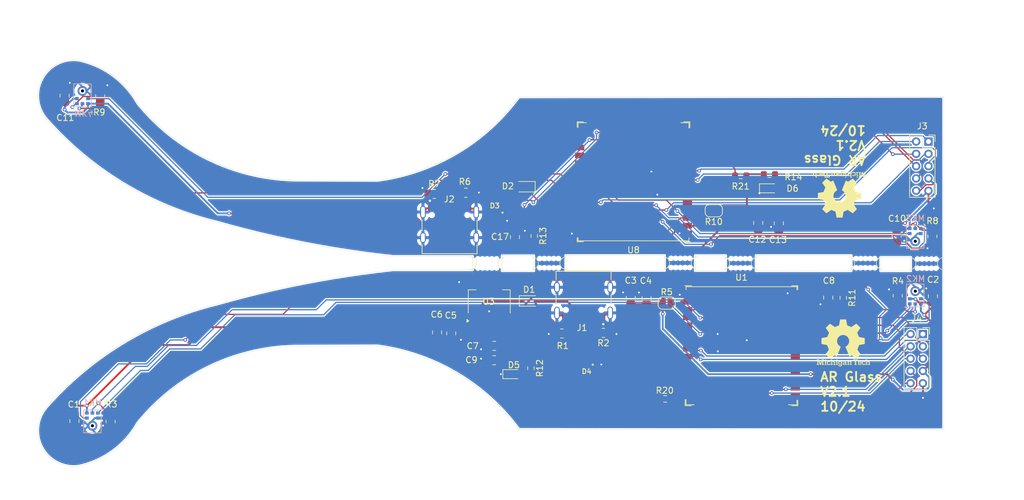
<source format=kicad_pcb>
(kicad_pcb (version 20240108) (generator "pcbnew") (generator_version "8.0")
  (layers (0 "F.Cu" signal) (31 "B.Cu" signal) (34 "B.Paste" user) (35 "F.Paste" user) (36 "B.SilkS" user "B.Silkscreen") (37 "F.SilkS" user "F.Silkscreen") (38 "B.Mask" user) (39 "F.Mask" user) (44 "Edge.Cuts" user))
  (net 0 "")
  (net 1 "GND")
  (net 2 "/VCC_5")
  (net 3 "/VCC_3V3")
  (net 4 "/VBUS")
  (net 5 "/ESP_3V3")
  (net 8 "/TXD0")
  (net 9 "/RXD0")
  (net 10 "/GPIO35")
  (net 11 "/GPIO36")
  (net 12 "/GPIO10")
  (net 13 "/GPIO21")
  (net 14 "/GPIO0")
  (net 15 "/GPIO37")
  (net 16 "/GPIO18")
  (net 17 "/GPIO13")
  (net 18 "/GPIO39")
  (net 19 "/GPIO5")
  (net 20 "/GPIO38")
  (net 21 "/GPIO12")
  (net 22 "/GPIO14")
  (net 23 "/GPIO2")
  (net 24 "/GPIO4")
  (net 25 "/GPIO9")
  (net 26 "/GPIO15")
  (net 27 "/CC2")
  (net 28 "/CC1")
  (net 29 "/BoardR/VBUS")
  (net 30 "/BoardR/D+")
  (net 31 "/BoardR/D-")
  (net 32 "/BoardR/CC2")
  (net 34 "/BoardR/CC1")
  (net 36 "/GPIO42")
  (net 37 "/GPIO41")
  (net 38 "/BoardR/GPIO41")
  (net 39 "/BoardR/GPIO42")
  (net 40 "/BoardR/GPIO16")
  (net 41 "/BoardR/GPIO7")
  (net 42 "/BoardR/GPIO1")
  (net 43 "/BoardR/GPIO48")
  (net 44 "/BoardR/GPIO40")
  (net 45 "/BoardR/GPIO6")
  (net 46 "/BoardR/GPIO45")
  (net 47 "/BoardR/GPIO8")
  (net 48 "/BoardR/GPIO47")
  (net 49 "/BoardR/GPIO46")
  (net 50 "/BoardR/GPIO17")
  (net 51 "/BoardR/GPIO3")
  (net 52 "/BoardR/GPIO11")
  (net 53 "/GPIO16")
  (net 54 "/GPIO48")
  (net 55 "/GPIO11")
  (net 56 "/GPIO7")
  (net 57 "/GPIO6")
  (net 58 "/GPIO1")
  (net 59 "/GPIO47")
  (net 60 "Net-(D5-A)")
  (net 61 "/CHIP_PU")
  (net 62 "/GPIO17")
  (net 63 "/GPIO46")
  (net 64 "/BoardR/VCC_3V3")
  (net 65 "/BoardR/CHIP_PU")
  (net 66 "/GPIO40")
  (net 67 "/BoardR/TXD0")
  (net 68 "/BoardR/GPIO13")
  (net 69 "/BoardR/GPIO15")
  (net 70 "/GPIO45")
  (net 71 "/BoardR/GPIO14")
  (net 72 "/BoardR/RXD0")
  (net 73 "/GPIO8")
  (net 74 "/GPIO3")
  (net 75 "/BoardR/GPIO0")
  (net 76 "/BoardR/GPIO2")
  (net 77 "/BoardR/GPIO4")
  (net 78 "/BoardR/GPIO5")
  (net 79 "/BoardR/GPIO9")
  (net 80 "/BoardR/GPIO10")
  (net 81 "/BoardR/GPIO18")
  (net 82 "/BoardR/GPIO21")
  (net 83 "Net-(D6-A)")
  (net 84 "/BoardR/ESP_3V3")
  (net 85 "/BoardR/GPIO37")
  (net 86 "/BoardR/GPIO12")
  (net 87 "/BoardR/GPIO39")
  (net 88 "/BoardR/GPIO35")
  (net 89 "/BoardR/GPIO38")
  (net 90 "/BoardR/GPIO36")
  (net 91 "/D-")
  (net 92 "/D+")
  (net 93 "/BoardR/VCC_5")
  (footprint "LED_SMD:LED_0603_1608Metric_Pad1.05x0.95mm_HandSolder" (layer "F.Cu") (at 184.7625 102.79)
    (property "Reference" "D6")
    (property "Value" "LED")
  )
  (footprint "Resistor_SMD:R_0603_1608Metric_Pad0.98x0.95mm_HandSolder" (layer "F.Cu") (at 167.77 137.04 180)
    (property "Reference" "R20")
    (property "Value" "1K")
  )
  (footprint "Capacitor_SMD:C_0805_2012Metric_Pad1.18x1.45mm_HandSolder" (layer "F.Cu") (at 182.9 108.41 -90)
    (property "Reference" "C12")
    (property "Value" "10uF")
  )
  (footprint "Resistor_SMD:R_0805_2012Metric_Pad1.20x1.40mm_HandSolder" (layer "F.Cu") (at 211.2 110.6 -90)
    (property "Reference" "R8")
    (property "Value" "100k")
  )
  (footprint "Jumper:SolderJumper-2_P1.3mm_Open_RoundedPad1.0x1.5mm" (layer "F.Cu") (at 175.68 106.42 180)
    (property "Reference" "R10")
    (property "Value" "0")
  )
  (footprint "Capacitor_SMD:C_0805_2012Metric_Pad1.18x1.45mm_HandSolder" (layer "F.Cu") (at 140.0075 128.41 180)
    (property "Reference" "C7")
    (property "Value" "0.1uF")
  )
  (footprint "Library:mouse-bite-3mm-slot" (layer "F.Cu") (at 148.92 114.96)
    (property "Reference" "mouse-bite-3mm-slot-2" (hide yes))
    (property "Value" "0" (hide yes))
  )
  (footprint "LED_SMD:LED_0603_1608Metric_Pad1.05x0.95mm_HandSolder" (layer "F.Cu") (at 143.065 133.01)
    (property "Reference" "D5")
    (property "Value" "LED")
  )
  (footprint "Connector_PinSocket_2.00mm:PinSocket_2x05_P2.00mm_Vertical" (layer "F.Cu") (at 209.65 126.49)
    (property "Reference" "J4")
    (property "Value" "Connector_Generic:Conn_02x05_Top_Bottom")
  )
  (footprint "Capacitor_SMD:C_0805_2012Metric_Pad1.18x1.45mm_HandSolder" (layer "F.Cu") (at 130.72 126.21 -90)
    (property "Reference" "C6")
    (property "Value" "0.1uF")
  )
  (footprint "Diode_SMD:D_SOD-323" (layer "F.Cu") (at 145.6825 121.1)
    (property "Reference" "D1")
    (property "Value" "1N5819WS")
  )
  (footprint "Package_TO_SOT_SMD:SOT-223-3_TabPin2" (layer "F.Cu") (at 139.2 121.21 90)
    (property "Reference" "U3")
    (property "Value" "LT1963AxST-3.3")
  )
  (footprint "Library:HRO_TYPE-C-31-M-12" (layer "F.Cu") (at 154.525 118.88 180)
    (property "Reference" "J1")
    (property "Value" "USB_C_Receptacle_USB2.0_16P")
  )
  (footprint "Capacitor_SMD:C_0805_2012Metric_Pad1.18x1.45mm_HandSolder" (layer "F.Cu") (at 71.8 140.64 -90)
    (property "Reference" "C1")
    (property "Value" "0.1uF")
  )
  (footprint "Library:mouse-bite-3mm-slot" (layer "F.Cu") (at 210.27 115.03)
    (property "Reference" "mouse-bite-3mm-slot-6" (hide yes))
    (property "Value" "0" (hide yes))
  )
  (footprint "Resistor_SMD:R_0805_2012Metric_Pad1.20x1.40mm_HandSolder" (layer "F.Cu") (at 151 126.39)
    (property "Reference" "R1")
    (property "Value" "5.1K")
  )
  (footprint "Library:mouse-bite-3mm-slot" (layer "F.Cu") (at 138.86 115)
    (property "Reference" "mouse-bite-3mm-slot" (hide yes))
    (property "Value" "0" (hide yes))
  )
  (footprint "Library:mouse-bite-3mm-slot" (layer "F.Cu") (at 200.32 114.96)
    (property "Reference" "mouse-bite-3mm-slot-5" (hide yes))
    (property "Value" "0" (hide yes))
  )
  (footprint "Resistor_SMD:R_0805_2012Metric_Pad1.20x1.40mm_HandSolder" (layer "F.Cu") (at 135.4 103.51 180)
    (property "Reference" "R6")
    (property "Value" "5.1K")
  )
  (footprint "Resistor_SMD:R_0805_2012Metric_Pad1.20x1.40mm_HandSolder" (layer "F.Cu") (at 205.56 120.26 90)
    (property "Reference" "R4")
    (property "Value" "100k")
  )
  (footprint "Capacitor_SMD:C_0805_2012Metric_Pad1.18x1.45mm_HandSolder" (layer "F.Cu") (at 162.19 120.61 90)
    (property "Reference" "C3")
    (property "Value" "10uF")
  )
  (footprint "Capacitor_SMD:C_0805_2012Metric_Pad1.18x1.45mm_HandSolder" (layer "F.Cu") (at 143.37 110.72 90)
    (property "Reference" "C17")
    (property "Value" "1uF")
  )
  (footprint "Resistor_SMD:R_0805_2012Metric_Pad1.20x1.40mm_HandSolder" (layer "F.Cu") (at 75.99 87.7795 90)
    (property "Reference" "R9")
    (property "Value" "100k")
  )
  (footprint "Resistor_SMD:R_0805_2012Metric_Pad1.20x1.40mm_HandSolder" (layer "F.Cu") (at 77.68 140.72 -90)
    (property "Reference" "R3")
    (property "Value" "100k")
  )
  (footprint "Capacitor_SMD:C_0805_2012Metric_Pad1.18x1.45mm_HandSolder" (layer "F.Cu") (at 164.76 120.65 90)
    (property "Reference" "C4")
    (property "Value" "0.1uF")
  )
  (footprint "Jumper:SolderJumper-2_P1.3mm_Open_RoundedPad1.0x1.5mm" (layer "F.Cu") (at 168.03 121.45)
    (property "Reference" "R5")
    (property "Value" "0")
  )
  (footprint "Library:SOT143B" (layer "F.Cu") (at 155.02 129.97 90)
    (property "Reference" "D4")
    (property "Value" "PRTR5V0U2X_215" (hide yes))
  )
  (footprint "Capacitor_SMD:C_0805_2012Metric_Pad1.18x1.45mm_HandSolder" (layer "F.Cu") (at 186.24 108.48 -90)
    (property "Reference" "C13")
    (property "Value" "0.1uF")
  )
  (footprint "Resistor_SMD:R_0603_1608Metric_Pad0.98x0.95mm_HandSolder" (layer "F.Cu") (at 145.97 132.04 -90)
    (property "Reference" "R12")
    (property "Value" "1K")
  )
  (footprint "Capacitor_SMD:C_0805_2012Metric_Pad1.18x1.45mm_HandSolder" (layer "F.Cu") (at 133.02 126.38 -90)
    (property "Reference" "C5")
    (property "Value" "10uF")
  )
  (footprint "Library:HRO_TYPE-C-31-M-12" (layer "F.Cu") (at 132.755 110.81)
    (property "Reference" "J2")
    (property "Value" "USB_C_Receptacle_USB2.0_16P")
  )
  (footprint "PCM_Espressif:ESP32-S3-WROOM-1U" (layer "F.Cu") (at 180.18 128.24)
    (property "Reference" "U1")
    (property "Value" "ESP32-S3-WROOM-1U-N8R8")
  )
  (footprint "Resistor_SMD:R_0603_1608Metric_Pad0.98x0.95mm_HandSolder" (layer "F.Cu") (at 196.72 120.6 -90)
    (property "Reference" "R11")
    (property "Value" "10K")
  )
  (footprint "Library:SOT143B" (layer "F.Cu") (at 142.85 105.74)
    (property "Reference" "D3")
    (property "Value" "PRTR5V0U2X_215")
  )
  (footprint "Connector_PinSocket_2.00mm:PinSocket_2x05_P2.00mm_Vertical" (layer "F.Cu") (at 210.56 95.18)
    (property "Reference" "J3")
    (property "Value" "Connector_Generic:Conn_02x05_Top_Bottom")
  )
  (footprint "Resistor_SMD:R_0805_2012Metric_Pad1.20x1.40mm_HandSolder" (layer "F.Cu") (at 130.27 103.7)
    (property "Reference" "R7")
    (property "Value" "5.1K")
  )
  (footprint "Resistor_SMD:R_0603_1608Metric_Pad0.98x0.95mm_HandSolder" (layer "F.Cu") (at 146.51 110.53 -90)
    (property "Reference" "R13")
    (property "Value" "10K")
  )
  (footprint "Resistor_SMD:R_0805_2012Metric_Pad1.20x1.40mm_HandSolder" (layer "F.Cu") (at 157.75 126.3 180)
    (property "Reference" "R2")
    (property "Value" "5.1K")
  )
  (footprint "Library:mouse-bite-3mm-slot" (layer "F.Cu") (at 180.02 114.97)
    (property "Reference" "mouse-bite-3mm-slot-4" (hide yes))
    (property "Value" "0" (hide yes))
  )
  (footprint "Capacitor_SMD:C_0805_2012Metric_Pad1.18x1.45mm_HandSolder" (layer "F.Cu") (at 205.39 110.49 -90)
    (property "Reference" "C10")
    (property "Value" "0.1uF")
  )
  (footprint "Capacitor_SMD:C_0805_2012Metric_Pad1.18x1.45mm_HandSolder" (layer "F.Cu") (at 139.99 130.75 180)
    (property "Reference" "C9")
    (property "Value" "10uF")
  )
  (footprint "Capacitor_SMD:C_0805_2012Metric_Pad1.18x1.45mm_HandSolder" (layer "F.Cu") (at 194.27 120.56 -90)
    (property "Reference" "C8")
    (property "Value" "1uF")
  )
  (footprint "Capacitor_SMD:C_0805_2012Metric_Pad1.18x1.45mm_HandSolder" (layer "F.Cu") (at 70.21 87.722 90)
    (property "Reference" "C11")
    (property "Value" "0.1uF")
  )
  (footprint "Library:mouse-bite-3mm-slot" (layer "F.Cu") (at 170.25 114.92)
    (property "Reference" "mouse-bite-3mm-slot-3" (hide yes))
    (property "Value" "0" (hide yes))
  )
  (footprint "Resistor_SMD:R_0603_1608Metric_Pad0.98x0.95mm_HandSolder" (layer "F.Cu") (at 184.72 100.48)
    (property "Reference" "R14")
    (property "Value" "1K")
  )
  (footprint "PCM_Espressif:ESP32-S3-WROOM-1U" (layer "F.Cu") (at 162.64 101.87 180)
    (property "Reference" "U8")
    (property "Value" "ESP32-S3-WROOM-1U-N8R8")
  )
  (footprint "Capacitor_SMD:C_0805_2012Metric_Pad1.18x1.45mm_HandSolder" (layer "F.Cu") (at 211.28 120.32 90)
    (property "Reference" "C2")
    (property "Value" "0.1uF")
  )
  (footprint "Diode_SMD:D_SOD-323" (layer "F.Cu") (at 145.05 102.53 180)
    (property "Reference" "D2")
    (property "Value" "1N5819WS")
  )
  (footprint "Resistor_SMD:R_0603_1608Metric_Pad0.98x0.95mm_HandSolder" (layer "F.Cu") (at 180.05 100.69)
    (property "Reference" "R21")
    (property "Value" "1K")
  )
  (footprint "Sensor_Audio:InvenSense_ICS-43434-6_3.5x2.65mm" (layer "B.Cu") (at 74.724 140.695 180)
    (property "Reference" "MK1")
    (property "Value" "ICS-43434")
  )
  (footprint "Sensor_Audio:InvenSense_ICS-43434-6_3.5x2.65mm" (layer "B.Cu") (at 208.42 120.218)
    (property "Reference" "MK2")
    (property "Value" "ICS-43434")
  )
  (footprint "Sensor_Audio:InvenSense_ICS-43434-6_3.5x2.65mm" (layer "B.Cu") (at 73.11 87.6575)
    (property "Reference" "MK4")
    (property "Value" "ICS-43434")
  )
  (footprint "Sensor_Audio:InvenSense_ICS-43434-6_3.5x2.65mm" (layer "B.Cu") (at 208.41 110.682 180)
    (property "Reference" "MK3")
    (property "Value" "ICS-43434")
  )
  (gr_poly (pts (xy 199.454609 130.864928) (xy 199.491852 130.866942) (xy 199.508877 130.868563) (xy 199.524879 130.870638) (xy 199.539888 130.873202) (xy 199.553934 130.876291) (xy 199.567049 130.879938) (xy 199.579263 130.884179) (xy 199.590605 130.889047) (xy 199.601108 130.894578) (xy 199.6108 130.900806) (xy 199.619714 130.907766) (xy 199.627878 130.915492) (xy 199.635325 130.92402) (xy 199.642083 130.933382) (xy 199.648185 130.943615) (xy 199.65366 130.954753) (xy 199.658538 130.96683) (xy 199.662851 130.979881) (xy 199.666629 130.993941) (xy 199.669902 131.009043) (xy 199.672702 131.025224) (xy 199.675057 131.042517) (xy 199.677 131.060957) (xy 199.679767 131.101417) (xy 199.681249 131.14688) (xy 199.681689 131.197623) (xy 199.681603 131.20267) (xy 199.681332 131.207239) (xy 199.680858 131.211354) (xy 199.680539 131.213246) (xy 199.680162 131.215033) (xy 199.679725 131.216716) (xy 199.679225 131.218298) (xy 199.67866 131.219782) (xy 199.678028 131.22117) (xy 199.677327 131.222465) (xy 199.676553 131.22367) (xy 199.675706 131.224786) (xy 199.674781 131.225818) (xy 199.673777 131.226766) (xy 199.672693 131.227635) (xy 199.671524 131.228426) (xy 199.670269 131.229142) (xy 199.668926 131.229786) (xy 199.667492 131.230361) (xy 199.665965 131.230868) (xy 199.664343 131.231311) (xy 199.662623 131.231692) (xy 199.660802 131.232014) (xy 199.656852 131.23249) (xy 199.652472 131.23276) (xy 199.647645 131.232846) (xy 199.282644 131.232846) (xy 199.283528 131.259726) (xy 199.284925 131.283686) (xy 199.286936 131.304892) (xy 199.289664 131.323505) (xy 199.293209 131.339689) (xy 199.29532 131.346922) (xy 199.297673 131.353609) (xy 199.300282 131.35977) (xy 199.303159 131.365427) (xy 199.306316 131.370599) (xy 199.309766 131.375306) (xy 199.313523 131.379571) (xy 199.317598 131.383412) (xy 199.322004 131.38685) (xy 199.326754 131.389906) (xy 199.331862 131.3926) (xy 199.337338 131.394952) (xy 199.343197 131.396984) (xy 199.349451 131.398715) (xy 199.363193 131.401356) (xy 199.378668 131.403041) (xy 199.395976 131.403931) (xy 199.415218 131.404192) (xy 199.434846 131.403963) (xy 199.452408 131.403244) (xy 199.468014 131.401985) (xy 199.481776 131.400136) (xy 199.493803 131.397647) (xy 199.499201 131.396147) (xy 199.504206 131.394469) (xy 199.508832 131.392605) (xy 199.513094 131.390551) (xy 199.517005 131.3883) (xy 199.520579 131.385845) (xy 199.52383 131.38318) (xy 199.52677 131.3803) (xy 199.529415 131.377198) (xy 199.531778 131.373867) (xy 199.533873 131.370301) (xy 199.535713 131.366495) (xy 199.537313 131.362442) (xy 199.538685 131.358136) (xy 199.540805 131.348739) (xy 199.542183 131.338255) (xy 199.542928 131.326634) (xy 199.543152 131.313826) (xy 199.680507 131.307935) (xy 199.680029 131.33674) (xy 199.678447 131.362928) (xy 199.677172 131.375072) (xy 199.675537 131.386601) (xy 199.673514 131.397528) (xy 199.671076 131.407866) (xy 199.668194 131.417628) (xy 199.66484 131.426827) (xy 199.660987 131.435477) (xy 199.656606 131.443589) (xy 199.65167 131.451179) (xy 199.64615 131.458258) (xy 199.64002 131.464839) (xy 199.63325 131.470937) (xy 199.625813 131.476563) (xy 199.617681 131.481731) (xy 199.608826 131.486455) (xy 199.599221 131.490746) (xy 199.588836 131.494619) (xy 199.577645 131.498087) (xy 199.565619 131.501162) (xy 199.55273 131.503857) (xy 199.538951 131.506187) (xy 199.524254 131.508163) (xy 199.50861 131.5098) (xy 199.491992 131.511109) (xy 199.455721 131.512799) (xy 199.415218 131.51334) (xy 199.373609 131.51268) (xy 199.336216 131.510539) (xy 199.319035 131.508837) (xy 199.302829 131.506673) (xy 199.287572 131.504016) (xy 199.273236 131.500836) (xy 199.259796 131.497103) (xy 199.247226 131.492786) (xy 199.235498 131.487854) (xy 199.224587 131.482277) (xy 199.214465 131.476024) (xy 199.205107 131.469065) (xy 199.196486 131.46137) (xy 199.188576 131.452907) (xy 199.18135 131.443647) (xy 199.174782 131.433558) (xy 199.168845 131.422611) (xy 199.163512 131.410775) (xy 199.158759 131.398018) (xy 199.154557 131.384311) (xy 199.150881 131.369624) (xy 199.147704 131.353925) (xy 199.145 131.337184) (xy 199.142742 131.319371) (xy 199.13946 131.280405) (xy 199.137646 131.236783) (xy 199.137088 131.18826) (xy 199.137643 131.140138) (xy 199.282644 131.140138) (xy 199.541971 131.140138) (xy 199.541049 131.113883) (xy 199.539551 131.090469) (xy 199.537397 131.069738) (xy 199.534507 131.051531) (xy 199.53276 131.043324) (xy 199.530799 131.03569) (xy 199.528612 131.028607) (xy 199.526191 131.022057) (xy 199.523526 131.016019) (xy 199.520605 131.010474) (xy 199.517419 131.005401) (xy 199.513958 131.000782) (xy 199.510212 130.996596) (xy 199.50617 130.992823) (xy 199.501822 130.989444) (xy 199.49716 130.986439) (xy 199.492171 130.983788) (xy 199.486846 130.981471) (xy 199.481176 130.979469) (xy 199.475149 130.977762) (xy 199.461988 130.975152) (xy 199.447281 130.973484) (xy 199.430948 130.972599) (xy 199.412907 130.972339) (xy 199.394266 130.972599) (xy 199.377459 130.973484) (xy 199.369714 130.97421) (xy 199.362393 130.975152) (xy 199.355483 130.976329) (xy 199.348974 130.977762) (xy 199.342854 130.979469) (xy 199.337111 130.981471) (xy 199.331733 130.983788) (xy 199.326709 130.986439) (xy 199.322028 130.989444) (xy 199.317677 130.992823) (xy 199.313645 130.996596) (xy 199.30992 131.000782) (xy 199.306491 131.005401) (xy 199.303347 131.010474) (xy 199.300474 131.016019) (xy 199.297863 131.022057) (xy 199.295501 131.028607) (xy 199.293376 131.03569) (xy 199.291478 131.043324) (xy 199.289794 131.051531) (xy 199.288313 131.060328) (xy 199.287022 131.069738) (xy 199.284969 131.090469) (xy 199.28354 131.113883) (xy 199.282644 131.140138) (xy 199.137643 131.140138) (xy 199.137645 131.139944) (xy 199.139456 131.096502) (xy 199.142727 131.057691) (xy 199.147668 131.023269) (xy 199.15083 131.007628) (xy 199.154487 130.992993) (xy 199.158665 130.979335) (xy 199.163391 130.966622) (xy 199.16869 130.954824) (xy 199.174588 130.943912) (xy 199.181112 130.933855) (xy 199.188287 130.924622) (xy 199.19614 130.916184) (xy 199.204696 130.908509) (xy 199.213981 130.901568) (xy 199.224022 130.895331) (xy 199.234845 130.889767) (xy 199.246475 130.884845) (xy 199.258938 130.880536) (xy 199.272261 130.876809) (xy 199.28647 130.873634) (xy 199.30159 130.870981) (xy 199.334668 130.867118) (xy 199.371704 130.864978) (xy 199.412907 130.864319)) (stroke (width -0.000001)) (fill solid) (layer "F.SilkS"))
  (gr_poly (pts (xy 195.532323 106.499444) (xy 194.754448 106.19782) (xy 194.008323 106.753445) (xy 193.436823 106.166069) (xy 193.897198 105.388194) (xy 193.579698 104.61032) (xy 192.674823 104.388069) (xy 192.674823 103.641944) (xy 193.516198 103.46732) (xy 193.643198 103.292694) (xy 193.897198 102.657695) (xy 193.436823 101.879819) (xy 194.008323 101.324195) (xy 194.373448 101.609945) (xy 194.754448 101.78457) (xy 195.024323 101.62582) (xy 195.579948 103.038694) (xy 195.421198 103.165694) (xy 195.183073 103.46732) (xy 195.024323 103.895945) (xy 195.119573 104.388069) (xy 195.262448 104.67382) (xy 195.579948 104.943694) (xy 196.072073 105.086569) (xy 196.500698 105.023069) (xy 196.945198 104.689695) (xy 197.183323 104.181694) (xy 197.103948 103.49907) (xy 196.611823 103.070445) (xy 197.183323 101.673445) (xy 197.516698 101.768695) (xy 198.246948 101.324195) (xy 198.802573 101.879819) (xy 198.326323 102.594195) (xy 198.643823 103.451445) (xy 199.516942 103.65782) (xy 199.516942 104.388069) (xy 198.643823 104.594444) (xy 198.326323 105.404069) (xy 198.802573 106.181944) (xy 198.246948 106.753445) (xy 197.437323 106.181944) (xy 196.707073 106.499444) (xy 196.500698 107.451944) (xy 195.722823 107.467819)) (stroke (width -0.000001)) (fill solid) (layer "F.SilkS"))
  (gr_poly (pts (xy 192.7281 100.789225) (xy 192.691942 100.787555) (xy 192.659727 100.784622) (xy 192.63124 100.780305) (xy 192.618327 100.777589) (xy 192.606266 100.774481) (xy 192.59503 100.770966) (xy 192.584591 100.767029) (xy 192.574923 100.762655) (xy 192.565999 100.757827) (xy 192.557792 100.752532) (xy 192.550276 100.746753) (xy 192.543423 100.740476) (xy 192.537207 100.733685) (xy 192.5316 100.726365) (xy 192.526577 100.7185) (xy 192.52211 100.710077) (xy 192.518172 100.701078) (xy 192.514736 100.69149) (xy 192.511776 100.681296) (xy 192.509265 100.670482) (xy 192.507176 100.659032) (xy 192.504156 100.634164) (xy 192.502502 100.606571) (xy 192.501998 100.57613) (xy 192.641644 100.569128) (xy 192.641894 100.583647) (xy 192.642711 100.596895) (xy 192.643362 100.603057) (xy 192.644191 100.608918) (xy 192.64521 100.614484) (xy 192.646433 100.619762) (xy 192.64787 100.624756) (xy 192.649535 100.629473) (xy 192.651439 100.633918) (xy 192.653594 100.638097) (xy 192.656014 100.642016) (xy 192.658709 100.645681) (xy 192.661694 100.649097) (xy 192.664978 100.65227) (xy 192.668576 100.655207) (xy 192.672499 100.657912) (xy 192.676759 100.660391) (xy 192.681369 100.662651) (xy 192.686341 100.664697) (xy 192.691687 100.666535) (xy 192.697419 100.66817) (xy 192.70355 100.669609) (xy 192.710091 100.670856) (xy 192.717056 100.671919) (xy 192.724456 100.672802) (xy 192.732304 100.673512) (xy 192.749391 100.674434) (xy 192.768416 100.674731) (xy 192.789052 100.674396) (xy 192.807473 100.673263) (xy 192.815891 100.672336) (xy 192.8238 100.671138) (xy 192.831216 100.669644) (xy 192.838155 100.667831) (xy 192.844632 100.665673) (xy 192.850661 100.663147) (xy 192.856258 100.66023) (xy 192.861439 100.656896) (xy 192.866218 100.653122) (xy 192.870611 100.648884) (xy 192.874633 100.644158) (xy 192.878299 100.638919) (xy 192.881625 100.633145) (xy 192.884626 100.62681) (xy 192.887317 100.61989) (xy 192.889714 100.612362) (xy 192.891831 100.604202) (xy 192.893684 100.595384) (xy 192.895288 100.585887) (xy 192.896658 100.575685) (xy 192.89781 100.564754) (xy 192.898759 100.55307) (xy 192.900109 100.527348) (xy 192.900829 100.498326) (xy 192.901042 100.465813) (xy 192.900829 100.433105) (xy 192.900109 100.40394) (xy 192.898759 100.378119) (xy 192.896658 100.355446) (xy 192.893684 100.335721) (xy 192.889714 100.318749) (xy 192.887317 100.311233) (xy 192.884626 100.304331) (xy 192.881625 100.298018) (xy 192.878299 100.292269) (xy 192.874633 100.28706) (xy 192.870611 100.282366) (xy 192.866218 100.278163) (xy 192.861439 100.274425) (xy 192.856258 100.271128) (xy 192.850661 100.268248) (xy 192.844632 100.265758) (xy 192.838155 100.263636) (xy 192.8238 100.260394) (xy 192.807473 100.258322) (xy 192.789052 100.257224) (xy 192.768416 100.256902) (xy 192.749199 100.257146) (xy 192.73197 100.257918) (xy 192.716624 100.259277) (xy 192.703059 100.261285) (xy 192.696912 100.26255) (xy 192.691171 100.264) (xy 192.685824 100.265643) (xy 192.680858 100.267485) (xy 192.676259 100.269534) (xy 192.672016 100.271798) (xy 192.668114 100.274285) (xy 192.664542 100.277001) (xy 192.661286 100.279954) (xy 192.658334 100.283152) (xy 192.655672 100.286603) (xy 192.653287 100.290313) (xy 192.651168 100.294291) (xy 192.6493 100.298544) (xy 192.647672 100.303079) (xy 192.646269 100.307904) (xy 192.64508 100.313027) (xy 192.644091 100.318455) (xy 192.642663 100.330256) (xy 192.641882 100.343368) (xy 192.641644 100.35785) (xy 192.501998 100.363742) (xy 192.502463 100.331641) (xy 192.504011 100.302595) (xy 192.506874 100.27647) (xy 192.50887 100.26446) (xy 192.51128 100.253129) (xy 192.514135 100.24246) (xy 192.517461 100.232436) (xy 192.521289 100.22304) (xy 192.525647 100.214255) (xy 192.530563 100.206065) (xy 192.536067 100.198451) (xy 192.542187 100.191398) (xy 192.548953 100.184888) (xy 192.556392 100.178904) (xy 192.564534 100.173429) (xy 192.573407 100.168447) (xy 192.58304 100.163939) (xy 192.593463 100.15989) (xy 192.604703 100.156282) (xy 192.61679 100.153099) (xy 192.629752 100.150322) (xy 192.643618 100.147936) (xy 192.658417 100.145923) (xy 192.69093 100.142949) (xy 192.727519 100.141265) (xy 192.768416 100.140733) (xy 192.810031 100.141393) (xy 192.847429 100.143534) (xy 192.864613 100.145236) (xy 192.880821 100.1474) (xy 192.896081 100.150057) (xy 192.910418 100.153237) (xy 192.923859 100.15697) (xy 192.936432 100.161287) (xy 192.948161 100.166219) (xy 192.959074 100.171796) (xy 192.969196 100.178049) (xy 192.978555 100.185008) (xy 192.987177 100.192703) (xy 192.995088 100.201166) (xy 193.002315 100.210426) (xy 193.008884 100.220515) (xy 193.014822 100.231462) (xy 193.020155 100.243298) (xy 193.024909 100.256055) (xy 193.029111 100.269762) (xy 193.032787 100.284449) (xy 193.035964 100.300148) (xy 193.038668 100.316889) (xy 193.040926 100.334702) (xy 193.044209 100.373668) (xy 193.046023 100.41729) (xy 193.046581 100.465813) (xy 193.046023 100.514129) (xy 193.044209 100.557571) (xy 193.040926 100.596382) (xy 193.035964 100.630804) (xy 193.032787 100.646445) (xy 193.029111 100.66108) (xy 193.024909 100.674738) (xy 193.020155 100.687451) (xy 193.014822 100.699249) (xy 193.008885 100.710161) (xy 193.002316 100.720218) (xy 192.995089 100.729451) (xy 192.987178 100.737889) (xy 192.978556 100.745564) (xy 192.969197 100.752505) (xy 192.959074 100.758742) (xy 192.948161 100.764306) (xy 192.936432 100.769228) (xy 192.92386 100.773537) (xy 192.910418 100.777264) (xy 192.896081 100.780439) (xy 192.880821 100.783092) (xy 192.847429 100.786955) (xy 192.810031 100.789095) (xy 192.768416 100.789754)) (stroke (width -0.000001)) (fill solid) (layer "F.SilkS"))
  (gr_poly (pts (xy 193.579923 130.730863) (xy 193.476411 130.737248) (xy 193.476411 131.373675) (xy 193.581156 131.380117) (xy 193.581156 131.50279) (xy 193.21311 131.50279) (xy 193.21311 131.380117) (xy 193.307677 131.373675) (xy 193.307677 130.762806) (xy 193.075072 131.50279) (xy 192.902562 131.50279) (xy 192.666112 130.77048) (xy 192.666112 131.373675) (xy 192.763236 131.380117) (xy 192.763236 131.50279) (xy 192.39643 131.50279) (xy 192.39643 131.380117) (xy 192.501229 131.373675) (xy 192.501229 130.737248) (xy 192.400268 130.730863) (xy 192.400268 130.608132) (xy 192.791382 130.608132) (xy 192.970286 131.192208) (xy 192.974007 131.20473) (xy 192.977518 131.217339) (xy 192.98085 131.230005) (xy 192.984031 131.2427) (xy 192.990057 131.26806) (xy 192.995827 131.293191) (xy 193.002376 131.26806) (xy 193.008788 131.2427) (xy 193.015433 131.217339) (xy 193.018958 131.20473) (xy 193.022679 131.192208) (xy 193.199047 130.608131) (xy 193.579923 130.608131)) (stroke (width -0.000001)) (fill solid) (layer "F.SilkS"))
  (gr_poly (pts (xy 196.96062 130.864918) (xy 196.996577 130.866801) (xy 197.028847 130.870099) (xy 197.05761 130.874938) (xy 197.070732 130.877976) (xy 197.083044 130.881449) (xy 197.094569 130.885371) (xy 197.105328 130.88976) (xy 197.115345 130.894631) (xy 197.124642 130.9) (xy 197.13324 130.905884) (xy 197.141163 130.912299) (xy 197.148432 130.91926) (xy 197.15507 130.926784) (xy 197.1611 130.934888) (xy 197.166544 130.943586) (xy 197.171423 130.952896) (xy 197.175761 130.962833) (xy 197.17958 130.973413) (xy 197.182902 130.984654) (xy 197.185749 130.99657) (xy 197.188144 131.009177) (xy 197.191667 131.036533) (xy 197.19365 131.06685) (xy 197.194271 131.100256) (xy 197.194271 131.391279) (xy 197.283454 131.395991) (xy 197.283454 131.50279) (xy 197.053459 131.50279) (xy 197.046422 131.411248) (xy 197.033082 131.424379) (xy 197.019886 131.436514) (xy 197.006783 131.447675) (xy 196.993724 131.45788) (xy 196.980658 131.467152) (xy 196.967536 131.475509) (xy 196.954308 131.482974) (xy 196.940923 131.489566) (xy 196.927333 131.495305) (xy 196.913487 131.500213) (xy 196.899336 131.504309) (xy 196.884829 131.507615) (xy 196.869917 131.51015) (xy 196.854549 131.511936) (xy 196.838677 131.512992) (xy 196.822249 131.51334) (xy 196.809607 131.513114) (xy 196.797429 131.512444) (xy 196.78571 131.511339) (xy 196.774447 131.509807) (xy 196.763636 131.507859) (xy 196.753272 131.505502) (xy 196.743351 131.502748) (xy 196.733869 131.499604) (xy 196.724823 131.49608) (xy 196.716207 131.492186) (xy 196.708019 131.48793) (xy 196.700253 131.483322) (xy 196.692906 131.478371) (xy 196.685974 131.473087) (xy 196.679452 131.467478) (xy 196.673337 131.461554) (xy 196.667624 131.455324) (xy 196.662309 131.448797) (xy 196.657389 131.441983) (xy 196.652858 131.43489) (xy 196.648714 131.427529) (xy 196.644951 131.419908) (xy 196.641566 131.412037) (xy 196.638555 131.403924) (xy 196.635914 131.39558) (xy 196.633637 131.387013) (xy 196.631723 131.378232) (xy 196.630165 131.369247) (xy 196.628106 131.350702) (xy 196.627427 131.331451) (xy 196.627688 131.322081) (xy 196.771784 131.322081) (xy 196.772091 131.32992) (xy 196.77248 131.333773) (xy 196.77303 131.337576) (xy 196.773745 131.341322) (xy 196.774628 131.345006) (xy 196.775684 131.348621) (xy 196.776914 131.352164) (xy 196.778324 131.355627) (xy 196.779915 131.359006) (xy 196.781692 131.362295) (xy 196.783659 131.365488) (xy 196.785818 131.36858) (xy 196.788173 131.371564) (xy 196.790727 131.374437) (xy 196.793484 131.377191) (xy 196.796448 131.379821) (xy 196.799622 131.382323) (xy 196.803009 131.384689) (xy 196.806612 131.386915) (xy 196.810436 131.388995) (xy 196.814484 131.390924) (xy 196.818759 131.392695) (xy 196.823264 131.394303) (xy 196.828003 131.395744) (xy 196.83298 131.39701) (xy 196.838198 131.398097) (xy 196.84366 131.398998) (xy 196.84937 131.399709) (xy 196.855332 131.400224) (xy 196.861548 131.400537) (xy 196.868022 131.400643) (xy 196.868023 131.400643) (xy 196.880735 131.400379) (xy 196.892953 131.399572) (xy 196.904731 131.398203) (xy 196.916125 131.396249) (xy 196.92719 131.393692) (xy 196.93798 131.390509) (xy 196.948551 131.38668) (xy 196.958958 131.382185) (xy 196.969255 131.377002) (xy 196.979498 131.371111) (xy 196.989741 131.364492) (xy 197.000041 131.357123) (xy 197.01045 131.348984) (xy 197.021026 131.340054) (xy 197.031822 131.330313) (xy 197.042895 131.319739) (xy 197.042895 131.224648) (xy 196.964189 131.224648) (xy 196.934376 131.225123) (xy 196.907745 131.226522) (xy 196.884123 131.228807) (xy 196.863336 131.231942) (xy 196.84521 131.235888) (xy 196.829572 131.240608) (xy 196.816247 131.246064) (xy 196.810398 131.249056) (xy 196.805062 131.252219) (xy 196.800218 131.255546) (xy 196.795844 131.259034) (xy 196.791918 131.262678) (xy 196.788419 131.266472) (xy 196.785324 131.270413) (xy 196.782612 131.274496) (xy 196.778251 131.283068) (xy 196.775161 131.29215) (xy 196.773169 131.301705) (xy 196.772101 131.311695) (xy 196.771784 131.322081) (xy 196.627688 131.322081) (xy 196.627994 131.311109) (xy 196.629877 131.291506) (xy 196.631395 131.282006) (xy 196.633343 131.272721) (xy 196.635756 131.26366) (xy 196.638665 131.254833) (xy 196.642106 131.24625) (xy 196.646112 131.237921) (xy 196.650716 131.229856) (xy 196.655953 131.222064) (xy 196.661856 131.214556) (xy 196.668459 131.207342) (xy 196.675796 131.200431) (xy 196.6839 131.193833) (xy 196.692806 131.187559) (xy 196.702547 131.181618) (xy 196.713156 131.176019) (xy 196.724668 131.170774) (xy 196.737116 131.165891) (xy 196.750534 131.161381) (xy 196.764956 131.157254) (xy 196.780415 131.153519) (xy 196.796946 131.150186) (xy 196.814582 131.147266) (xy 196.833356 131.144767) (xy 196.853303 131.142701) (xy 196.874457 131.141077) (xy 196.89685 131.139904) (xy 196.920517 131.139194) (xy 196.945492 131.138955) (xy 197.042894 131.138955) (xy 197.042894 131.102549) (xy 197.042656 131.085058) (xy 197.041874 131.069055) (xy 197.040442 131.054491) (xy 197.038256 131.041317) (xy 197.036847 131.035235) (xy 197.03521 131.029483) (xy 197.033332 131.024052) (xy 197.0312 131.018938) (xy 197.0288 131.014134) (xy 197.02612 131.009634) (xy 197.023147 131.005432) (xy 197.019866 131.001521) (xy 197.016266 130.997895) (xy 197.012333 130.994548) (xy 197.008055 130.991474) (xy 197.003417 130.988666) (xy 196.998406 130.986119) (xy 196.993011 130.983826) (xy 196.987217 130.981781) (xy 196.981011 130.979977) (xy 196.974381 130.978409) (xy 196.967313 130.97707) (xy 196.959794 130.975955) (xy 196.951811 130.975056) (xy 196.934401 130.973883) (xy 196.914977 130.973504) (xy 196.896993 130.973783) (xy 196.880843 130.974638) (xy 196.866433 130.976094) (xy 196.853671 130.978178) (xy 196.847879 130.979463) (xy 196.842463 130.980914) (xy 196.837413 130.982536) (xy 196.832717 130.98433) (xy 196.828364 130.9863) (xy 196.82434 130.98845) (xy 196.820636 130.990783) (xy 196.81724 130.993301) (xy 196.814139 130.996008) (xy 196.811322 130.998908) (xy 196.808778 131.002003) (xy 196.806494 131.005297) (xy 196.80446 131.008794) (xy 196.802664 131.012495) (xy 196.801094 131.016404) (xy 196.799739 131.020526) (xy 196.797625 131.029416) (xy 196.796231 131.039193) (xy 196.795462 131.04988) (xy 196.795226 131.061504) (xy 196.65558 131.068506) (xy 196.656147 131.040881) (xy 196.657974 131.015597) (xy 196.659419 131.00381) (xy 196.661249 130.99258) (xy 196.663487 130.981896) (xy 196.666158 130.97175) (xy 196.669284 130.962132) (xy 196.672889 130.953032) (xy 196.676997 130.94444) (xy 196.68163 130.936346) (xy 196.686813 130.928742) (xy 196.692568 130.921617) (xy 196.698919 130.914962) (xy 196.70589 130.908767) (xy 196.713504 130.903022) (xy 196.721784 130.897717) (xy 196.730754 130.892844) (xy 196.740437 130.888393) (xy 196.750857 130.884352) (xy 196.762037 130.880714) (xy 196.774001 130.877469) (xy 196.786771 130.874606) (xy 196.800372 130.872116) (xy 196.814827 130.869989) (xy 196.830159 130.868216) (xy 196.846392 130.866787) (xy 196.881653 130.864923) (xy 196.920798 130.864319)) (stroke (width -0.000001)) (fill solid) (layer "F.SilkS"))
  (gr_poly (pts (xy 197.271476 125.154629) (xy 198.049351 125.456253) (xy 198.795476 124.900628) (xy 199.366976 125.488004) (xy 198.906601 126.265879) (xy 199.224101 127.043753) (xy 200.128976 127.266004) (xy 200.128976 128.012129) (xy 199.287601 128.186753) (xy 199.160601 128.361379) (xy 198.906601 128.996378) (xy 199.366976 129.774254) (xy 198.795476 130.329878) (xy 198.430351 130.044128) (xy 198.049351 129.869503) (xy 197.779476 130.028253) (xy 197.223851 128.615379) (xy 197.382601 128.488379) (xy 197.620726 128.186753) (xy 197.779476 127.758128) (xy 197.684226 127.266004) (xy 197.541351 126.980253) (xy 197.223851 126.710379) (xy 196.731726 126.567504) (xy 196.303101 126.631004) (xy 195.858601 126.964378) (xy 195.620476 127.472379) (xy 195.699851 128.155003) (xy 196.191976 128.583628) (xy 195.620476 129.980628) (xy 195.287101 129.885378) (xy 194.556851 130.329878) (xy 194.001226 129.774254) (xy 194.477476 129.059878) (xy 194.159976 128.202628) (xy 193.286857 127.996253) (xy 193.286857 127.266004) (xy 194.159976 127.059629) (xy 194.477476 126.250004) (xy 194.001226 125.472129) (xy 194.556851 124.900628) (xy 195.366476 125.472129) (xy 196.096726 125.154629) (xy 196.303101 124.202129) (xy 197.080976 124.186254)) (stroke (width -0.000001)) (fill solid) (layer "F.SilkS"))
  (gr_poly (pts (xy 195.684477 130.61777) (xy 195.69678 130.61826) (xy 195.707701 130.619157) (xy 195.717319 130.620525) (xy 195.721664 130.621407) (xy 195.725712 130.62243) (xy 195.729474 130.623604) (xy 195.73296 130.624937) (xy 195.73618 130.626437) (xy 195.739143 130.628111) (xy 195.741859 130.629968) (xy 195.744338 130.632017) (xy 195.746591 130.634265) (xy 195.748626 130.63672) (xy 195.750455 130.639391) (xy 195.752086 130.642286) (xy 195.75353 130.645412) (xy 195.754796 130.648779) (xy 195.755895 130.652393) (xy 195.756836 130.656264) (xy 195.757629 130.6604) (xy 195.758285 130.664808) (xy 195.759222 130.674475) (xy 195.759726 130.685329) (xy 195.759876 130.697437) (xy 195.759726 130.709748) (xy 195.759222 130.720754) (xy 195.758285 130.730525) (xy 195.757629 130.734969) (xy 195.756836 130.739131) (xy 195.755895 130.743019) (xy 195.754796 130.746643) (xy 195.75353 130.750011) (xy 195.752086 130.753131) (xy 195.750455 130.756014) (xy 195.748627 130.758667) (xy 195.746591 130.7611) (xy 195.744339 130.763321) (xy 195.741859 130.765339) (xy 195.739143 130.767162) (xy 195.73618 130.768801) (xy 195.732961 130.770263) (xy 195.729475 130.771557) (xy 195.725712 130.772693) (xy 195.721664 130.773679) (xy 195.717319 130.774523) (xy 195.712668 130.775235) (xy 195.707701 130.775823) (xy 195.69678 130.776665) (xy 195.684477 130.777118) (xy 195.670712 130.777253) (xy 195.656323 130.777118) (xy 195.643473 130.776665) (xy 195.632079 130.775823) (xy 195.622055 130.774523) (xy 195.617531 130.773679) (xy 195.613318 130.772693) (xy 195.609405 130.771557) (xy 195.605783 130.770263) (xy 195.60244 130.768801) (xy 195.599366 130.767162) (xy 195.59655 130.765339) (xy 195.593982 130.763321) (xy 195.591652 130.7611) (xy 195.589548 130.758667) (xy 195.587661 130.756014) (xy 195.585979 130.753131) (xy 195.584492 130.750011) (xy 195.58319 130.746643) (xy 195.582062 130.743019) (xy 195.581097 130.739131) (xy 195.580285 130.734969) (xy 195.579616 130.730525) (xy 195.578663 130.720754) (xy 195.578153 130.709748) (xy 195.578001 130.697437) (xy 195.578153 130.685329) (xy 195.578663 130.674475) (xy 195.579616 130.664808) (xy 195.580285 130.6604) (xy 195.581097 130.656264) (xy 195.582061 130.652393) (xy 195.58319 130.648779) (xy 195.584492 130.645412) (xy 195.585978 130.642286) (xy 195.58766 130.639391) (xy 195.589548 130.63672) (xy 195.591652 130.634265) (xy 195.593982 130.632017) (xy 195.59655 130.629968) (xy 195.599366 130.628111) (xy 195.60244 130.626437) (xy 195.605783 130.624937) (xy 195.609405 130.623604) (xy 195.613318 130.62243) (xy 195.617531 130.621407) (xy 195.622055 130.620525) (xy 195.6269 130.619778) (xy 195.632078 130.619157) (xy 195.643473 130.61826) (xy 195.656322 130.61777) (xy 195.670712 130.617621)) (stroke (width -0.000001)) (fill solid) (layer "F.SilkS"))
  (gr_poly (pts (xy 200.075699 130.864848) (xy 200.111857 130.866518) (xy 200.144072 130.869451) (xy 200.172559 130.873768) (xy 200.185472 130.876484) (xy 200.197533 130.879592) (xy 200.208769 130.883107) (xy 200.219208 130.887044) (xy 200.228876 130.891418) (xy 200.2378 130.896246) (xy 200.246007 130.901541) (xy 200.253523 130.90732) (xy 200.260376 130.913597) (xy 200.266592 130.920388) (xy 200.272199 130.927708) (xy 200.277222 130.935573) (xy 200.281689 130.943996) (xy 200.285627 130.952995) (xy 200.289063 130.962583) (xy 200.292023 130.972777) (xy 200.294534 130.983591) (xy 200.296623 130.995041) (xy 200.299643 131.019909) (xy 200.301297 131.047502) (xy 200.301801 131.077943) (xy 200.162155 131.084945) (xy 200.161905 131.070426) (xy 200.161088 131.057178) (xy 200.160437 131.051016) (xy 200.159608 131.045155) (xy 200.158589 131.039589) (xy 200.157366 131.034311) (xy 200.155929 131.029317) (xy 200.154264 131.0246) (xy 200.15236 131.020155) (xy 200.150205 131.015976) (xy 200.147785 131.012057) (xy 200.14509 131.008392) (xy 200.142105 131.004976) (xy 200.138821 131.001803) (xy 200.135223 130.998866) (xy 200.1313 130.996161) (xy 200.12704 130.993682) (xy 200.12243 130.991422) (xy 200.117458 130.989376) (xy 200.112112 130.987538) (xy 200.10638 130.985903) (xy 200.100249 130.984464) (xy 200.093708 130.983217) (xy 200.086743 130.982154) (xy 200.079343 130.981271) (xy 200.071495 130.980561) (xy 200.054408 130.979639) (xy 200.035383 130.979342) (xy 200.014747 130.979677) (xy 199.996326 130.98081) (xy 199.987908 130.981737) (xy 199.979999 130.982935) (xy 199.972583 130.984429) (xy 199.965644 130.986242) (xy 199.959167 130.9884) (xy 199.953138 130.990926) (xy 199.947541 130.993843) (xy 199.94236 130.997177) (xy 199.937581 131.000951) (xy 199.933188 131.005189) (xy 199.929166 131.009915) (xy 199.9255 131.015154) (xy 199.922174 131.020928) (xy 199.919173 131.027263) (xy 199.916482 131.034183) (xy 199.914085 131.041711) (xy 199.911968 131.049871) (xy 199.910115 131.058689) (xy 199.908511 131.068186) (xy 199.907141 131.078388) (xy 199.905989 131.089319) (xy 199.90504 131.101003) (xy 199.90369 131.126725) (xy 199.90297 131.155747) (xy 199.902757 131.18826) (xy 199.90297 131.220968) (xy 199.90369 131.250133) (xy 199.90504 131.275954) (xy 199.907141 131.298627) (xy 199.910115 131.318352) (xy 199.914085 131.335324) (xy 199.916482 131.34284) (xy 199.919173 131.349742) (xy 199.922174 131.356055) (xy 199.9255 131.361804) (xy 199.929166 131.367013) (xy 199.933188 131.371707) (xy 199.937581 131.37591) (xy 199.94236 131.379648) (xy 199.947541 131.382945) (xy 199.953138 131.385825) (xy 199.959167 131.388315) (xy 199.965644 131.390437) (xy 199.979999 131.393679) (xy 199.996326 131.395751) (xy 200.014747 131.396849) (xy 200.035383 131.397171) (xy 200.0546 131.396927) (xy 200.071829 131.396155) (xy 200.087175 131.394796) (xy 200.10074 131.392788) (xy 200.106887 131.391523) (xy 200.112628 131.390073) (xy 200.117975 131.38843) (xy 200.122941 131.386588) (xy 200.12754 131.384539) (xy 200.131783 131.382275) (xy 200.135685 131.379788) (xy 200.139257 131.377072) (xy 200.142513 131.374119) (xy 200.145465 131.370921) (xy 200.148127 131.36747) (xy 200.150512 131.36376) (xy 200.152631 131.359782) (xy 200.154499 131.355529) (xy 200.156127 131.350994) (xy 200.15753 131.346169) (xy 200.158719 131.341046) (xy 200.159708 131.335618) (xy 200.161136 131.323817) (xy 200.161917 131.310705) (xy 200.162155 131.296223) (xy 200.301801 131.290331) (xy 200.301336 131.322432) (xy 200.299788 131.351478) (xy 200.296925 131.377603) (xy 200.294929 131.389613) (xy 200.292519 131.400944) (xy 200.289664 131.411613) (xy 200.286338 131.421637) (xy 200.28251 131.431033) (xy 200.278152 131.439818) (xy 200.273236 131.448008) (xy 200.267732 131.455622) (xy 200.261612 131.462675) (xy 200.254846 131.469185) (xy 200.247407 131.475169) (xy 200.239265 131.480644) (xy 200.230392 131.485626) (xy 200.220759 131.490134) (xy 200.210336 131.494183) (xy 200.199096 131.497791) (xy 200.187009 131.500974) (xy 200.174047 131.503751) (xy 200.160181 131.506137) (xy 200.145382 131.50815) (xy 200.112869 131.511124) (xy 200.07628 131.512808) (xy 200.035383 131.51334) (xy 199.993768 131.51268) (xy 199.95637 131.510539) (xy 199.939186 131.508837) (xy 199.922978 131.506673) (xy 199.907718 131.504016) (xy 199.893381 131.500836) (xy 199.87994 131.497103) (xy 199.867367 131.492786) (xy 199.855638 131.487854) (xy 199.844725 131.482277) (xy 199.834603 131.476024) (xy 199.825244 131.469065) (xy 199.816622 131.46137) (xy 199.808711 131.452907) (xy 199.801484 131.443647) (xy 199.794915 131.433558) (xy 199.788977 131.422611) (xy 199.783644 131.410775) (xy 199.77889 131.398018) (xy 199.774688 131.384311) (xy 199.771012 131.369624) (xy 199.767835 131.353925) (xy 199.765131 131.337184) (xy 199.762873 131.319371) (xy 199.75959 131.280405) (xy 199.757776 131.236783) (xy 199.757218 131.18826) (xy 199.757776 131.139944) (xy 199.75959 131.096502) (xy 199.762873 131.057691) (xy 199.767835 131.023269) (xy 199.771012 131.007628) (xy 199.774688 130.992993) (xy 199.77889 130.979335) (xy 199.783644 130.966622) (xy 199.788977 130.954824) (xy 199.794914 130.943912) (xy 199.801483 130.933855) (xy 199.80871 130.924622) (xy 199.816621 130.916184) (xy 199.825243 130.908509) (xy 199.834602 130.901568) (xy 199.844725 130.895331) (xy 199.855638 130.889767) (xy 199.867367 130.884845) (xy 199.879939 130.880536) (xy 199.893381 130.876809) (xy 199.907718 130.873634) (xy 199.922978 130.870981) (xy 199.95637 130.867118) (xy 199.993768 130.864978) (xy 200.035383 130.864319)) (stroke (width -0.000001)) (fill solid) (layer "F.SilkS"))
  (gr_poly (pts (xy 197.138045 124.106928) (xy 197.140041 124.107076) (xy 197.142027 124.107321) (xy 197.144001 124.107659) (xy 197.14596 124.108089) (xy 197.1479 124.108607) (xy 197.149819 124.109211) (xy 197.151713 124.109899) (xy 197.15358 124.110669) (xy 197.155417 124.111517) (xy 197.157221 124.112442) (xy 197.158988 124.11344) (xy 197.160716 124.11451) (xy 197.162402 124.115649) (xy 197.164042 124.116855) (xy 197.165635 124.118125) (xy 197.167176 124.119456) (xy 197.168663 124.120847) (xy 197.170093 124.122294) (xy 197.171462 124.123796) (xy 197.172769 124.125349) (xy 197.174009 124.126952) (xy 197.17518 124.128602) (xy 197.176279 124.130296) (xy 197.177303 124.132032) (xy 197.178249 124.133808) (xy 197.179113 124.135621) (xy 197.179894 124.137468) (xy 197.180588 124.139348) (xy 197.181191 124.141257) (xy 197.181702 124.143193) (xy 197.182116 124.145155) (xy 197.348363 125.038423) (xy 197.348782 125.040403) (xy 197.349292 125.04239) (xy 197.349889 125.04438) (xy 197.350571 125.046369) (xy 197.352176 125.050335) (xy 197.354085 125.054262) (xy 197.356276 125.058124) (xy 197.358726 125.061896) (xy 197.361412 125.065551) (xy 197.364313 125.069064) (xy 197.367404 125.07241) (xy 197.370665 125.075562) (xy 197.374072 125.078496) (xy 197.377603 125.081184) (xy 197.381235 125.083602) (xy 197.384945 125.085724) (xy 197.386823 125.086666) (xy 197.388712 125.087524) (xy 197.39061 125.088295) (xy 197.392513 125.088976) (xy 197.991194 125.334034) (xy 197.99491 125.335668) (xy 197.998852 125.337034) (xy 198.002985 125.338133) (xy 198.007274 125.338969) (xy 198.011684 125.339542) (xy 198.016181 125.339855) (xy 198.020731 125.339911) (xy 198.025297 125.339711) (xy 198.029845 125.339258) (xy 198.034342 125.338555) (xy 198.038751 125.337602) (xy 198.043038 125.336403) (xy 198.047169 125.334959) (xy 198.051109 125.333273) (xy 198.054822 125.331347) (xy 198.058275 125.329183) (xy 198.804524 124.817109) (xy 198.806207 124.816011) (xy 198.80794 124.814998) (xy 198.809718 124.814071) (xy 198.811539 124.813228) (xy 198.813397 124.81247) (xy 198.815291 124.811796) (xy 198.817215 124.811205) (xy 198.819165 124.810698) (xy 198.821139 124.810274) (xy 198.823132 124.809933) (xy 198.827161 124.809497) (xy 198.831222 124.809387) (xy 198.835284 124.809601) (xy 198.839316 124.810136) (xy 198.843289 124.810988) (xy 198.847173 124.812155) (xy 198.849071 124.812855) (xy 198.850936 124.813634) (xy 198.852763 124.814489) (xy 198.854548 124.815422) (xy 198.856288 124.816431) (xy 198.85798 124.817516) (xy 198.859618 124.818677) (xy 198.8612 124.819914) (xy 198.862721 124.821226) (xy 198.864178 124.822612) (xy 199.492616 125.451033) (xy 199.494002 125.452491) (xy 199.495313 125.454015) (xy 199.496548 125.455599) (xy 199.497707 125.45724) (xy 199.498789 125.458934) (xy 199.499795 125.460677) (xy 199.501575 125.464296) (xy 199.503046 125.468066) (xy 199.504205 125.471956) (xy 199.505049 125.475936) (xy 199.505577 125.479976) (xy 199.505786 125.484044) (xy 199.505674 125.48811) (xy 199.505239 125.492144) (xy 199.504478 125.496115) (xy 199.50339 125.499993) (xy 199.502722 125.501887) (xy 199.501972 125.503746) (xy 199.501138 125.505566) (xy 199.500222 125.507344) (xy 199.499222 125.509076) (xy 199.498138 125.510758) (xy 198.994953 126.244112) (xy 198.992789 126.247586) (xy 198.990869 126.251311) (xy 198.989194 126.255253) (xy 198.987768 126.259379) (xy 198.986592 126.263654) (xy 198.985668 126.268045) (xy 198.984999 126.272518) (xy 198.984586 126.27704) (xy 198.984431 126.281575) (xy 198.984536 126.286092) (xy 198.984904 126.290555) (xy 198.985537 126.294932) (xy 198.986436 126.299188) (xy 198.987605 126.303289) (xy 198.989044 126.307202) (xy 198.990755 126.310893) (xy 199.25548 126.928483) (xy 199.256989 126.932274) (xy 199.258847 126.936031) (xy 199.261027 126.939732) (xy 199.263502 126.943355) (xy 199.266245 126.946876) (xy 199.269231 126.950274) (xy 199.272433 126.953525) (xy 199.275824 126.956608) (xy 199.279378 126.959501) (xy 199.283068 126.962179) (xy 199.286867 126.964622) (xy 199.290749 126.966806) (xy 199.294688 126.96871) (xy 199.298658 126.97031) (xy 199.30263 126.971584) (xy 199.306579 126.97251) (xy 200.170215 127.133059) (xy 200.170214 127.133059) (xy 200.172174 127.133484) (xy 200.174109 127.134004) (xy 200.176016 127.134617) (xy 200.177894 127.135318) (xy 200.179741 127.136105) (xy 200.181552 127.136976) (xy 200.183326 127.137927) (xy 200.185061 127.138955) (xy 200.188403 127.141232) (xy 200.191556 127.143784) (xy 200.194503 127.146586) (xy 200.197222 127.149617) (xy 200.199694 127.152853) (xy 200.201899 127.156269) (xy 200.203817 127.159844) (xy 200.204663 127.161683) (xy 200.20543 127.163553) (xy 200.206115 127.165451) (xy 200.206716 127.167374) (xy 200.20723 127.169319) (xy 200.207656 127.171283) (xy 200.207991 127.173264) (xy 200.208231 127.175257) (xy 200.208375 127.177261) (xy 200.20842 127.179272) (xy 200.208279 128.068079) (xy 200.208229 128.070087) (xy 200.208081 128.072089) (xy 200.207836 128.074081) (xy 200.207498 128.076061) (xy 200.207069 128.078025) (xy 200.206552 128.079971) (xy 200.205948 128.081894) (xy 200.205261 128.083794) (xy 200.204492 128.085665) (xy 200.203644 128.087506) (xy 200.20272 128.089314) (xy 200.201722 128.091085) (xy 200.200653 128.092816) (xy 200.199515 128.094505) (xy 200.19831 128.096148) (xy 200.197041 128.097743) (xy 200.19571 128.099286) (xy 200.194321 128.100774) (xy 200.192874 128.102205) (xy 200.191373 128.103575) (xy 200.18982 128.104882) (xy 200.188218 128.106122) (xy 200.186569 128.107293) (xy 200.184876 128.108391) (xy 200.18314 128.109414) (xy 200.181365 128.110358) (xy 200.179553 128.11122) (xy 200.177706 128.111998) (xy 200.175827 128.112688) (xy 200.173918 128.113288) (xy 200.171981 128.113794) (xy 200.17002 128.114204) (xy 199.327587 128.270978) (xy 199.325608 128.271384) (xy 199.323624 128.271882) (xy 199.321639 128.272469) (xy 199.319655 128.273143) (xy 199.315707 128.274737) (xy 199.311803 128.276641) (xy 199.30797 128.278832) (xy 199.304232 128.281287) (xy 199.300616 128.283983) (xy 199.297145 128.286895) (xy 199.293846 128.290002) (xy 199.290743 128.29328) (xy 199.287862 128.296706) (xy 199.285229 128.300255) (xy 199.282867 128.303906) (xy 199.280803 128.307635) (xy 199.279062 128.311419) (xy 199.278321 128.313324) (xy 199.277669 128.315234) (xy 199.014674 128.972195) (xy 199.013047 128.975934) (xy 199.01169 128.979893) (xy 199.0106 128.984038) (xy 199.009775 128.988334) (xy 199.009212 128.992748) (xy 199.008909 128.997246) (xy 199.008863 129.001792) (xy 199.009071 129.006354) (xy 199.009532 129.010898) (xy 199.010241 129.015388) (xy 199.011198 129.019791) (xy 199.012399 129.024074) (xy 199.013842 129.028201) (xy 199.015524 129.032139) (xy 199.017442 129.035853) (xy 199.019595 129.039311) (xy 199.498138 129.736611) (xy 199.499235 129.73829) (xy 199.500246 129.740019) (xy 199.501172 129.741794) (xy 199.502013 129.743613) (xy 199.50277 129.745471) (xy 199.503443 129.747363) (xy 199.504032 129.749287) (xy 199.504538 129.751239) (xy 199.504961 129.753214) (xy 199.505302 129.755209) (xy 199.505736 129.759243) (xy 199.505845 129.76331) (xy 199.50563 129.76738) (xy 199.505095 129.771421) (xy 199.504243 129.775403) (xy 199.503075 129.779296) (xy 199.502374 129.781199) (xy 199.501596 129.783068) (xy 199.50074 129.784899) (xy 199.499808 129.786688) (xy 199.498799 129.788433) (xy 199.497713 129.790127) (xy 199.496552 129.791769) (xy 199.495315 129.793354) (xy 199.494003 129.794877) (xy 199.492617 129.796336) (xy 198.864055 130.424828) (xy 198.862609 130.426203) (xy 198.861097 130.427504) (xy 198.859524 130.428731) (xy 198.857892 130.429883) (xy 198.856207 130.43096) (xy 198.854471 130.431962) (xy 198.850865 130.433737) (xy 198.847105 130.435206) (xy 198.843221 130.436366) (xy 198.839245 130.437214) (xy 198.835207 130.437748) (xy 198.831139 130.437964) (xy 198.827071 130.43786) (xy 198.823035 130.437432) (xy 198.81906 130.436679) (xy 198.815179 130.435597) (xy 198.813283 130.434931) (xy 198.811421 130.434183) (xy 198.809598 130.43335) (xy 198.807818 130.432434) (xy 198.806085 130.431434) (xy 198.804401 130.430348) (xy 198.119412 129.960166) (xy 198.115968 129.958031) (xy 198.112279 129.956159) (xy 198.108379 129.954549) (xy 198.104302 129.953203) (xy 198.100081 129.952122) (xy 198.095749 129.951307) (xy 198.091341 129.950757) (xy 198.08689 129.950475) (xy 198.08243 129.950462) (xy 198.077993 129.950717) (xy 198.073614 129.951242) (xy 198.069326 129.952037) (xy 198.065164 129.953104) (xy 198.061159 129.954444) (xy 198.057347 129.956057) (xy 198.05376 129.957943) (xy 197.751694 130.119216) (xy 197.749889 130.120072) (xy 197.748069 130.120824) (xy 197.746237 130.121474) (xy 197.744396 130.122022) (xy 197.742548 130.12247) (xy 197.740698 130.12282) (xy 197.738849 130.123072) (xy 197.737003 130.123227) (xy 197.735163 130.123286) (xy 197.733334 130.123251) (xy 197.731518 130.123123) (xy 197.729718 130.122903) (xy 197.727937 130.122592) (xy 197.72618 130.122192) (xy 197.724447 130.121702) (xy 197.722744 130.121125) (xy 197.721073 130.120462) (xy 197.719438 130.119714) (xy 197.717841 130.118882) (xy 197.716285 130.117967) (xy 197.714775 130.11697) (xy 197.713312 130.115893) (xy 197.7119 130.114736) (xy 197.710543 130.113501) (xy 197.709244 130.112189) (xy 197.708005 130.110801) (xy 197.70683 130.109338) (xy 197.705722 130.107802) (xy 197.704684 130.106193) (xy 197.703719 130.104512) (xy 197.702831 130.102762) (xy 197.702023 130.100942) (xy 197.07923 128.595922) (xy 197.078512 128.594051) (xy 197.077889 128.592151) (xy 197.077361 128.590226) (xy 197.076925 128.58828) (xy 197.076582 128.586316) (xy 197.076328 128.584337) (xy 197.076164 128.582348) (xy 197.076087 128.580351) (xy 197.076098 128.578351) (xy 197.076194 128.576351) (xy 197.076375 128.574355) (xy 197.076638 128.572366) (xy 197.076984 128.570388) (xy 197.077411 128.568425) (xy 197.077917 128.566479) (xy 197.078502 128.564556) (xy 197.079163 128.562657) (xy 197.079901 128.560788) (xy 197.080714 128.558951) (xy 197.0816 128.55715) (xy 197.082559 128.555389) (xy 197.083588 128.553672) (xy 197.084688 128.552001) (xy 197.085857 128.550381) (xy 197.087093 128.548815) (xy 197.088396 128.547306) (xy 197.089763 128.54586) (xy 197.091195 128.544478) (xy 197.09269 128.543164) (xy 197.094246 128.541923) (xy 197.095862 128.540758) (xy 197.097538 128.539672) (xy 197.173139 128.493352) (xy 197.178568 128.489891) (xy 197.184369 128.485941) (xy 197.190431 128.481588) (xy 197.196645 128.476917) (xy 197.202899 128.472012) (xy 197.209083 128.46696) (xy 197.215087 128.461844) (xy 197.220799 128.456751) (xy 197.27085 128.422497) (xy 197.318616 128.385304) (xy 197.363965 128.345303) (xy 197.406768 128.302622) (xy 197.446896 128.257393) (xy 197.484217 128.209744) (xy 197.518601 128.159805) (xy 197.549918 128.107706) (xy 197.578039 128.053577) (xy 197.602833 127.997547) (xy 197.624169 127.939745) (xy 197.641918 127.880303) (xy 197.655949 127.819348) (xy 197.666133 127.757012) (xy 197.672338 127.693423) (xy 197.674436 127.628711) (xy 197.673157 127.578131) (xy 197.669361 127.528215) (xy 197.663111 127.479025) (xy 197.654468 127.430622) (xy 197.643493 127.383067) (xy 197.630248 127.336424) (xy 197.614796 127.290753) (xy 197.597198 127.246117) (xy 197.577515 127.202576) (xy 197.55581 127.160194) (xy 197.532143 127.119031) (xy 197.506578 127.07915) (xy 197.479175 127.040612) (xy 197.449997 127.003479) (xy 197.419105 126.967813) (xy 197.38656 126.933675) (xy 197.352425 126.901128) (xy 197.316762 126.870233) (xy 197.279632 126.841051) (xy 197.241096 126.813646) (xy 197.201217 126.788077) (xy 197.160057 126.764408) (xy 197.117676 126.7427) (xy 197.074137 126.723015) (xy 197.029502 126.705415) (xy 196.983833 126.68996) (xy 196.93719 126.676714) (xy 196.889636 126.665738) (xy 196.841233 126.657093) (xy 196.792042 126.650842) (xy 196.742125 126.647046) (xy 196.691544 126.645767) (xy 196.640962 126.647046) (xy 196.591045 126.650842) (xy 196.541852 126.657093) (xy 196.493447 126.665738) (xy 196.445891 126.676714) (xy 196.399245 126.68996) (xy 196.353572 126.705415) (xy 196.308934 126.723015) (xy 196.265391 126.7427) (xy 196.223007 126.764408) (xy 196.181842 126.788077) (xy 196.141958 126.813646) (xy 196.103418 126.841051) (xy 196.066283 126.870233) (xy 196.030614 126.901128) (xy 195.996475 126.933675) (xy 195.963925 126.967813) (xy 195.933028 127.003479) (xy 195.903845 127.040612) (xy 195.876437 127.07915) (xy 195.850867 127.119031) (xy 195.827197 127.160194) (xy 195.805487 127.202576) (xy 195.785801 127.246117) (xy 195.768199 127.290753) (xy 195.752743 127.336424) (xy 195.739496 127.383067) (xy 195.728519 127.430622) (xy 195.719874 127.479025) (xy 195.713622 127.528215) (xy 195.709825 127.578131) (xy 195.708546 127.628711) (xy 195.709074 127.661199) (xy 195.710645 127.693423) (xy 195.713243 127.725366) (xy 195.716853 127.757012) (xy 195.721458 127.788344) (xy 195.727041 127.819348) (xy 195.733586 127.850006) (xy 195.741077 127.880303) (xy 195.749498 127.910221) (xy 195.758832 127.939745) (xy 195.769063 127.968859) (xy 195.780174 127.997547) (xy 195.79215 128.025791) (xy 195.804974 128.053577) (xy 195.833101 128.107706) (xy 195.864424 128.159805) (xy 195.898813 128.209744) (xy 195.936137 128.257393) (xy 195.976266 128.302622) (xy 196.019069 128.345303) (xy 196.064416 128.385304) (xy 196.112176 128.422497) (xy 196.162219 128.456751) (xy 196.167947 128.461844) (xy 196.173962 128.46696) (xy 196.180154 128.472012) (xy 196.186417 128.476917) (xy 196.192643 128.481588) (xy 196.198724 128.485941) (xy 196.204552 128.489891) (xy 196.21002 128.493352) (xy 196.285603 128.539672) (xy 196.287284 128.540758) (xy 196.288904 128.541923) (xy 196.290464 128.543164) (xy 196.291961 128.544478) (xy 196.293395 128.545859) (xy 196.294765 128.547306) (xy 196.297306 128.550381) (xy 196.299574 128.553671) (xy 196.301561 128.55715) (xy 196.303256 128.560788) (xy 196.304651 128.564556) (xy 196.305735 128.568425) (xy 196.3065 128.572366) (xy 196.306935 128.576351) (xy 196.307032 128.580351) (xy 196.30678 128.584337) (xy 196.306521 128.586316) (xy 196.306171 128.58828) (xy 196.305729 128.590226) (xy 196.305195 128.592151) (xy 196.304566 128.594051) (xy 196.303842 128.595922) (xy 195.680995 130.100872) (xy 195.680187 130.102692) (xy 195.679299 130.104443) (xy 195.678335 130.106124) (xy 195.677297 130.107734) (xy 195.676189 130.109272) (xy 195.675014 130.110737) (xy 195.673775 130.112127) (xy 195.672476 130.113441) (xy 195.67112 130.114678) (xy 195.669709 130.115837) (xy 195.668247 130.116917) (xy 195.666737 130.117916) (xy 195.665182 130.118833) (xy 195.663586 130.119668) (xy 195.661952 130.120418) (xy 195.660283 130.121084) (xy 195.658581 130.121662) (xy 195.656851 130.122154) (xy 195.655096 130.122556) (xy 195.653318 130.122868) (xy 195.65152 130.123089) (xy 195.649707 130.123218) (xy 195.647881 130.123253) (xy 195.646045 130.123193) (xy 195.644203 130.123038) (xy 195.642358 130.122785) (xy 195.640512 130.122434) (xy 195.63867 130.121984) (xy 195.636833 130.121433) (xy 195.635007 130.12078) (xy 195.633193 130.120024) (xy 195.631394 130.119163) (xy 195.329275 129.957874) (xy 195.325697 129.95599) (xy 195.321891 129.954382) (xy 195.317891 129.953047) (xy 195.313731 129.951985) (xy 195.309444 129.951194) (xy 195.305064 129.950673) (xy 195.300625 129.950422) (xy 195.296161 129.950439) (xy 195.291705 129.950722) (xy 195.287291 129.951272) (xy 195.282954 129.952087) (xy 195.278726 129.953165) (xy 195.274642 129.954507) (xy 195.270735 129.956109) (xy 195.267039 129.957973) (xy 195.263589 129.960096) (xy 194.57867 130.430278) (xy 194.576989 130.431363) (xy 194.575257 130.432364) (xy 194.573479 130.43328) (xy 194.571659 130.434112) (xy 194.569799 130.434861) (xy 194.567906 130.435526) (xy 194.565981 130.436109) (xy 194.564029 130.436609) (xy 194.562054 130.437027) (xy 194.560059 130.437363) (xy 194.556027 130.43779) (xy 194.551964 130.437895) (xy 194.547899 130.43768) (xy 194.543865 130.437147) (xy 194.53989 130.4363) (xy 194.536007 130.435141) (xy 194.534109 130.434446) (xy 194.532246 130.433674) (xy 194.530421 130.432825) (xy 194.528637 130.431901) (xy 194.5269 130.4309) (xy 194.525212 130.429824) (xy 194.523577 130.428674) (xy 194.522 130.427448) (xy 194.520484 130.426148) (xy 194.519033 130.424775) (xy 193.890401 129.796266) (xy 193.889021 129.794809) (xy 193.887715 129.793287) (xy 193.886484 129.791705) (xy 193.885328 129.790065) (xy 193.884248 129.788373) (xy 193.883243 129.786631) (xy 193.881462 129.783015) (xy 193.879989 129.779248) (xy 193.878826 129.775359) (xy 193.877977 129.771381) (xy 193.877443 129.767343) (xy 193.877228 129.763275) (xy 193.877336 129.759208) (xy 193.877768 129.755174) (xy 193.878527 129.751201) (xy 193.879617 129.747321) (xy 193.880287 129.745425) (xy 193.88104 129.743564) (xy 193.881877 129.741741) (xy 193.882799 129.73996) (xy 193.883806 129.738225) (xy 193.884898 129.736541) (xy 194.36337 129.03924) (xy 194.365544 129.035794) (xy 194.36748 129.032088) (xy 194.369176 129.028156) (xy 194.37063 129.024033) (xy 194.371839 129.019753) (xy 194.372802 129.015349) (xy 194.373516 129.010858) (xy 194.37398 129.006313) (xy 194.37419 129.001748) (xy 194.374146 128.997198) (xy 194.373844 128.992698) (xy 194.373282 128.988281) (xy 194.372459 128.983983) (xy 194.371372 128.979837) (xy 194.370019 128.975879) (xy 194.368397 128.972142) (xy 194.105401 128.315234) (xy 194.104751 128.313318) (xy 194.10401 128.311407) (xy 194.102267 128.307613) (xy 194.100199 128.303875) (xy 194.09783 128.300217) (xy 194.095188 128.296662) (xy 194.092296 128.293232) (xy 194.089182 128.28995) (xy 194.085871 128.28684) (xy 194.082388 128.283925) (xy 194.078759 128.281228) (xy 194.07501 128.278772) (xy 194.071166 128.276579) (xy 194.067253 128.274673) (xy 194.063298 128.273077) (xy 194.059325 128.271815) (xy 194.05734 128.271315) (xy 194.05536 128.270908) (xy 193.212999 128.114134) (xy 193.211033 128.11373) (xy 193.209093 128.113229) (xy 193.20718 128.112634) (xy 193.205296 128.111948) (xy 193.203445 128.111173) (xy 193.201629 128.110314) (xy 193.19985 128.109372) (xy 193.198111 128.108351) (xy 193.196414 128.107255) (xy 193.194762 128.106085) (xy 193.191601 128.10354) (xy 193.188647 128.100739) (xy 193.185922 128.097707) (xy 193.183443 128.09447) (xy 193.181231 128.09105) (xy 193.179306 128.087473) (xy 193.177687 128.083763) (xy 193.176998 128.081866) (xy 193.176393 128.079944) (xy 193.175875 128.078001) (xy 193.175445 128.076041) (xy 193.175106 128.074065) (xy 193.174861 128.072077) (xy 193.174713 128.070081) (xy 193.174663 128.068079) (xy 193.174622 127.31848) (xy 193.363817 127.31848) (xy 193.363859 127.970907) (xy 194.089419 128.105897) (xy 194.099604 128.108092) (xy 194.10934 128.110553) (xy 194.118648 128.11327) (xy 194.127553 128.116229) (xy 194.136078 128.119418) (xy 194.144244 128.122825) (xy 194.152077 128.126438) (xy 194.159597 128.130246) (xy 194.16683 128.134235) (xy 194.173797 128.138393) (xy 194.180522 128.142709) (xy 194.187028 128.14717) (xy 194.193338 128.151764) (xy 194.199474 128.156479) (xy 194.205461 128.161302) (xy 194.211321 128.166222) (xy 194.221515 128.175925) (xy 194.226503 128.180962) (xy 194.231409 128.186147) (xy 194.236226 128.191501) (xy 194.240948 128.19704) (xy 194.245567 128.202785) (xy 194.250076 128.208754) (xy 194.254469 128.214966) (xy 194.258739 128.221439) (xy 194.262879 128.228192) (xy 194.266881 128.235244) (xy 194.27074 128.242614) (xy 194.274448 128.25032) (xy 194.277998 128.258381) (xy 194.281383 128.266817) (xy 194.542968 128.920479) (xy 194.545837 128.927479) (xy 194.548435 128.934365) (xy 194.550774 128.941143) (xy 194.552866 128.947817) (xy 194.554724 128.95439) (xy 194.556362 128.960867) (xy 194.557791 128.967253) (xy 194.559024 128.973552) (xy 194.560073 128.979768) (xy 194.560953 128.985905) (xy 194.561674 128.991968) (xy 194.562251 128.997961) (xy 194.563019 129.009755) (xy 194.563358 129.02132) (xy 194.562582 129.038952) (xy 194.56188 129.04773) (xy 194.560929 129.056504) (xy 194.5597 129.065289) (xy 194.558162 129.074102) (xy 194.556287 129.082958) (xy 194.554045 129.091874) (xy 194.551406 129.100864) (xy 194.54834 129.109946) (xy 194.544818 129.119134) (xy 194.540811 129.128444) (xy 194.536288 129.137893) (xy 194.53122 129.147497) (xy 194.525578 129.15727) (xy 194.519332 129.167229) (xy 194.107693 129.767181) (xy 194.569179 130.228508) (xy 195.15636 129.825425) (xy 195.165935 129.819329) (xy 195.175382 129.813811) (xy 195.184709 129.808844) (xy 195.193925 129.8044) (xy 195.203036 129.800454) (xy 195.212051 129.796979) (xy 195.220978 129.793948) (xy 195.229824 129.791335) (xy 195.238597 129.789113) (xy 195.247305 129.787254) (xy 195.255955 129.785734) (xy 195.264556 129.784524) (xy 195.273115 129.783598) (xy 195.281639 129.782931) (xy 195.290138 129.782494) (xy 195.298618 129.782262) (xy 195.312497 129.782685) (xy 195.319537 129.783137) (xy 195.326647 129.783772) (xy 195.333829 129.784608) (xy 195.341088 129.785662) (xy 195.348425 129.786952) (xy 195.355843 129.788495) (xy 195.363345 129.79031) (xy 195.370934 129.792413) (xy 195.378612 129.794822) (xy 195.386382 129.797554) (xy 195.394247 129.800628) (xy 195.40221 129.80406) (xy 195.410273 129.807869) (xy 195.418439 129.812072) (xy 195.570927 129.893563) (xy 196.082772 128.656495) (xy 196.078172 128.653121) (xy 196.073662 128.649728) (xy 196.069229 128.646313) (xy 196.06486 128.642869) (xy 196.06054 128.639392) (xy 196.056256 128.635877) (xy 196.047741 128.628714) (xy 195.989443 128.587807) (xy 195.93381 128.543484) (xy 195.880994 128.495898) (xy 195.831146 128.445202) (xy 195.784417 128.391547) (xy 195.740957 128.335087) (xy 195.700918 128.275974) (xy 195.66445 128.214361) (xy 195.631705 128.150399) (xy 195.602834 128.084243) (xy 195.577987 128.016043) (xy 195.557315 127.945953) (xy 195.54097 127.874125) (xy 195.529102 127.800711) (xy 195.521863 127.725865) (xy 195.519403 127.649738) (xy 195.520949 127.58941) (xy 195.525493 127.529875) (xy 195.532964 127.471207) (xy 195.543286 127.41348) (xy 195.556386 127.356767) (xy 195.572191 127.301141) (xy 195.590628 127.246676) (xy 195.611622 127.193446) (xy 195.635101 127.141524) (xy 195.66099 127.090984) (xy 195.689216 127.041899) (xy 195.719706 126.994343) (xy 195.752386 126.948389) (xy 195.787182 126.904112) (xy 195.824022 126.861583) (xy 195.862831 126.820878) (xy 195.903535 126.782069) (xy 195.946062 126.74523) (xy 195.990338 126.710435) (xy 196.036289 126.677757) (xy 196.083841 126.64727) (xy 196.132922 126.619047) (xy 196.183457 126.593161) (xy 196.235373 126.569687) (xy 196.288597 126.548698) (xy 196.343055 126.530268) (xy 196.398673 126.514469) (xy 196.455378 126.501375) (xy 196.513096 126.491061) (xy 196.571754 126.483599) (xy 196.631279 126.479064) (xy 196.691596 126.477528) (xy 196.751913 126.479064) (xy 196.811436 126.483599) (xy 196.870094 126.491061) (xy 196.927811 126.501375) (xy 196.984515 126.514469) (xy 197.040131 126.530268) (xy 197.094587 126.548698) (xy 197.147808 126.569687) (xy 197.199722 126.593161) (xy 197.250254 126.619047) (xy 197.299332 126.64727) (xy 197.346881 126.677757) (xy 197.392828 126.710435) (xy 197.437099 126.74523) (xy 197.479622 126.782069) (xy 197.520321 126.820878) (xy 197.559125 126.861583) (xy 197.595959 126.904112) (xy 197.63075 126.948389) (xy 197.663424 126.994343) (xy 197.693907 127.041899) (xy 197.722127 127.090984) (xy 197.748009 127.141524) (xy 197.77148 127.193446) (xy 197.792467 127.246676) (xy 197.810896 127.301141) (xy 197.826693 127.356767) (xy 197.839784 127.41348) (xy 197.850098 127.471207) (xy 197.857558 127.529875) (xy 197.862094 127.58941) (xy 197.863629 127.649738) (xy 197.863016 127.687952) (xy 197.861187 127.725866) (xy 197.858163 127.763459) (xy 197.853962 127.800714) (xy 197.848604 127.837611) (xy 197.842106 127.874131) (xy 197.834489 127.910255) (xy 197.82577 127.945963) (xy 197.815969 127.981238) (xy 197.805106 128.016059) (xy 197.780264 128.084264) (xy 197.751398 128.150427) (xy 197.718658 128.214394) (xy 197.682195 128.276013) (xy 197.642162 128.335131) (xy 197.59871 128.391596) (xy 197.551991 128.445254) (xy 197.502155 128.495953) (xy 197.449355 128.54354) (xy 197.393742 128.587862) (xy 197.335468 128.628767) (xy 197.326876 128.635963) (xy 197.322565 128.639488) (xy 197.318229 128.642971) (xy 197.313853 128.646415) (xy 197.309426 128.649826) (xy 197.304935 128.653208) (xy 197.300367 128.656566) (xy 197.812265 129.893563) (xy 197.964771 129.812072) (xy 197.964842 129.812072) (xy 197.972889 129.807922) (xy 197.980834 129.804154) (xy 197.988684 129.80075) (xy 197.996443 129.797695) (xy 198.004116 129.794973) (xy 198.011709 129.792566) (xy 198.019226 129.790458) (xy 198.026674 129.788634) (xy 198.034058 129.787076) (xy 198.041382 129.785768) (xy 198.048653 129.784695) (xy 198.055875 129.783839) (xy 198.063053 129.783184) (xy 198.070193 129.782713) (xy 198.08438 129.782262) (xy 198.092768 129.782481) (xy 198.101195 129.782905) (xy 198.109666 129.78356) (xy 198.118187 129.784473) (xy 198.126763 129.785671) (xy 198.135402 129.787179) (xy 198.144108 129.789025) (xy 198.152888 129.791235) (xy 198.161746 129.793836) (xy 198.17069 129.796854) (xy 198.179724 129.800316) (xy 198.188855 129.804248) (xy 198.198089 129.808678) (xy 198.20743 129.81363) (xy 198.216886 129.819133) (xy 198.226462 129.825212) (xy 198.814013 130.228508) (xy 199.275376 129.76718) (xy 198.863808 129.167405) (xy 198.857509 129.157433) (xy 198.851826 129.147643) (xy 198.846729 129.138018) (xy 198.842186 129.128546) (xy 198.838168 129.11921) (xy 198.834642 129.109996) (xy 198.831579 129.100889) (xy 198.828947 129.091875) (xy 198.826715 129.082939) (xy 198.824853 129.074066) (xy 198.823329 129.065241) (xy 198.822114 129.056449) (xy 198.821175 129.047676) (xy 198.820482 129.038906) (xy 198.820004 129.030126) (xy 198.819711 129.02132) (xy 198.82 129.01) (xy 198.820706 128.998384) (xy 198.821944 128.986432) (xy 198.8228 128.980318) (xy 198.823832 128.974105) (xy 198.825055 128.967788) (xy 198.826484 128.961363) (xy 198.828133 128.954824) (xy 198.830017 128.948166) (xy 198.83215 128.941384) (xy 198.834547 128.934474) (xy 198.837222 128.927431) (xy 198.840189 128.920249) (xy 199.101369 128.268051) (xy 199.104734 128.259561) (xy 199.108264 128.251441) (xy 199.111954 128.243673) (xy 199.115796 128.236239) (xy 199.119784 128.22912) (xy 199.123913 128.222299) (xy 199.128176 128.215756) (xy 199.132568 128.209475) (xy 199.137081 128.203435) (xy 199.14171 128.19762) (xy 199.146449 128.192011) (xy 199.151291 128.18659) (xy 199.156231 128.181338) (xy 199.161261 128.176237) (xy 199.166377 128.171269) (xy 199.171572 128.166416) (xy 199.183391 128.156644) (xy 199.189525 128.151914) (xy 199.195837 128.147304) (xy 199.202348 128.142828) (xy 199.209079 128.138498) (xy 199.21605 128.134326) (xy 199.223284 128.130324) (xy 199.230801 128.126506) (xy 199.238623 128.122884) (xy 199.246769 128.119471) (xy 199.255263 128.116278) (xy 199.264123 128.113319) (xy 199.273373 128.110605) (xy 199.283031 128.108151) (xy 199.293121 128.105967) (xy 200.019209 127.970835) (xy 200.019209 127.31848) (xy 199.271778 127.179433) (xy 199.261824 127.177249) (xy 199.252313 127.174821) (xy 199.243221 127.172158) (xy 199.234524 127.169271) (xy 199.226199 127.166171) (xy 199.218223 127.162869) (xy 199.210571 127.159376) (xy 199.20322 127.155702) (xy 199.196147 127.151857) (xy 199.189327 127.147853) (xy 199.182738 127.143701) (xy 199.176355 127.13941) (xy 199.170155 127.134992) (xy 199.164114 127.130458) (xy 199.158209 127.125818) (xy 199.152416 127.121083) (xy 199.142263 127.111769) (xy 199.13729 127.106933) (xy 199.132392 127.101954) (xy 199.127576 127.096812) (xy 199.122847 127.091488) (xy 199.11821 127.085964) (xy 199.11367 127.08022) (xy 199.109234 127.074238) (xy 199.104906 127.067999) (xy 199.100692 127.061484) (xy 199.096598 127.054674) (xy 199.092629 127.047549) (xy 199.08879 127.040092) (xy 199.085087 127.032284) (xy 199.081525 127.024105) (xy 199.081454 127.024105) (xy 198.816801 126.406532) (xy 198.813834 126.399608) (xy 198.811132 126.392765) (xy 198.808682 126.385997) (xy 198.806476 126.379301) (xy 198.804501 126.372673) (xy 198.802749 126.366108) (xy 198.801208 126.359603) (xy 198.799867 126.353152) (xy 198.798717 126.346752) (xy 198.797747 126.340399) (xy 198.796945 126.334089) (xy 198.796302 126.327817) (xy 198.795807 126.321578) (xy 198.79545 126.31537) (xy 198.795105 126.303027) (xy 198.795853 126.285668) (xy 198.796535 126.276968) (xy 198.797464 126.268242) (xy 198.79867 126.259481) (xy 198.800184 126.250675) (xy 198.802036 126.241816) (xy 198.804256 126.232895) (xy 198.806874 126.223901) (xy 198.809923 126.214826) (xy 198.813431 126.205661) (xy 198.81743 126.196396) (xy 198.821949 126.187023) (xy 198.82702 126.177532) (xy 198.832673 126.167913) (xy 198.838938 126.158159) (xy 199.275253 125.522365) (xy 198.813943 125.060932) (xy 198.164992 125.506366) (xy 198.154959 125.512646) (xy 198.145123 125.518304) (xy 198.135469 125.523372) (xy 198.125981 125.527882) (xy 198.116643 125.531867) (xy 198.107439 125.535357) (xy 198.098353 125.538385) (xy 198.089369 125.540982) (xy 198.080472 125.543181) (xy 198.071645 125.545013) (xy 198.062873 125.546511) (xy 198.054139 125.547705) (xy 198.045429 125.548629) (xy 198.036726 125.549314) (xy 198.019277 125.550093) (xy 198.007601 125.549766) (xy 197.995793 125.54901) (xy 197.983799 125.547725) (xy 197.977714 125.546853) (xy 197.971561 125.545811) (xy 197.965334 125.544586) (xy 197.959025 125.543167) (xy 197.952628 125.541541) (xy 197.946135 125.539694) (xy 197.93954 125.537616) (xy 197.932835 125.535292) (xy 197.926014 125.532712) (xy 197.91907 125.529861) (xy 197.32245 125.28567) (xy 197.313917 125.28217) (xy 197.305775 125.278511) (xy 197.298004 125.274702) (xy 197.290584 125.270747) (xy 197.283495 125.266655) (xy 197.276717 125.26243) (xy 197.27023 125.25808) (xy 197.264015 125.253612) (xy 197.258051 125.24903) (xy 197.252319 125.244343) (xy 197.246799 125.239557) (xy 197.24147 125.234677) (xy 197.236314 125.22971) (xy 197.23131 125.224664) (xy 197.226438 125.219544) (xy 197.221679 125.214356) (xy 197.212147 125.202629) (xy 197.20754 125.196565) (xy 197.203053 125.190337) (xy 197.198695 125.18392) (xy 197.194478 125.177289) (xy 197.190411 125.170422) (xy 197.186505 125.163294) (xy 197.18277 125.15588) (xy 197.179216 125.148158) (xy 197.175853 125.140102) (xy 197.172692 125.131689) (xy 197.169744 125.122896) (xy 197.167017 125.113697) (xy 197.164523 125.104069) (xy 197.162271 125.093988) (xy 197.017703 124.316977) (xy 196.365364 124.316977) (xy 196.220619 125.094729) (xy 196.218421 125.104635) (xy 196.215974 125.114112) (xy 196.213288 125.123183) (xy 196.210374 125.131871) (xy 196.207244 125.140198) (xy 196.203907 125.148185) (xy 196.200375 125.155856) (xy 196.196657 125.163231) (xy 196.192765 125.170334) (xy 196.188709 125.177186) (xy 196.1845 125.183811) (xy 196.180148 125.190229) (xy 196.175664 125.196463) (xy 196.17106 125.202536) (xy 196.166344 125.208469) (xy 196.161529 125.214285) (xy 196.151962 125.224532) (xy 196.146985 125.229551) (xy 196.141853 125.234493) (xy 196.136548 125.23935) (xy 196.13105 125.244117) (xy 196.125341 125.248786) (xy 196.119401 125.253351) (xy 196.113211 125.257806) (xy 196.106753 125.262144) (xy 196.100008 125.266358) (xy 196.092956 125.270443) (xy 196.085579 125.274391) (xy 196.077857 125.278197) (xy 196.069772 125.281852) (xy 196.061305 125.285352) (xy 195.464828 125.529439) (xy 195.457795 125.532343) (xy 195.450881 125.534972) (xy 195.444081 125.537338) (xy 195.437389 125.539455) (xy 195.430801 125.541333) (xy 195.424311 125.542987) (xy 195.417914 125.544428) (xy 195.411605 125.545669) (xy 195.405379 125.546722) (xy 195.399231 125.547601) (xy 195.393156 125.548317) (xy 195.387147 125.548883) (xy 195.375313 125.549616) (xy 195.363687 125.5499) (xy 195.346108 125.549165) (xy 195.337368 125.548496) (xy 195.328637 125.547584) (xy 195.319896 125.546397) (xy 195.311127 125.544903) (xy 195.302311 125.543071) (xy 195.293431 125.540869) (xy 195.284469 125.538265) (xy 195.275405 125.535228) (xy 195.266223 125.531725) (xy 195.256903 125.527725) (xy 195.247427 125.523196) (xy 195.237778 125.518107) (xy 195.227936 125.512426) (xy 195.217884 125.50612) (xy 194.569249 125.060862) (xy 194.107887 125.522242) (xy 194.544749 126.158847) (xy 194.550892 126.168718) (xy 194.556436 126.178411) (xy 194.561411 126.187939) (xy 194.565846 126.197315) (xy 194.569771 126.206554) (xy 194.573216 126.215667) (xy 194.57621 126.22467) (xy 194.578783 126.233574) (xy 194.580966 126.242395) (xy 194.582787 126.251144) (xy 194.584276 126.259836) (xy 194.585463 126.268484) (xy 194.586379 126.277101) (xy 194.587051 126.285701) (xy 194.587511 126.294298) (xy 194.587788 126.302904) (xy 194.587423 126.31558) (xy 194.58653 126.328371) (xy 194.585855 126.334822) (xy 194.585012 126.341317) (xy 194.583989 126.347862) (xy 194.582774 126.354462) (xy 194.581356 126.361123) (xy 194.579721 126.367849) (xy 194.577859 126.374646) (xy 194.575758 126.38152) (xy 194.573405 126.388475) (xy 194.570788 126.395517) (xy 194.567896 126.402651) (xy 194.564716 126.409883) (xy 194.301491 127.024034) (xy 194.301456 127.023999) (xy 194.301421 127.023964) (xy 194.297872 127.032137) (xy 194.294182 127.03994) (xy 194.290356 127.047392) (xy 194.2864 127.054513) (xy 194.282318 127.061321) (xy 194.278116 127.067835) (xy 194.273799 127.074073) (xy 194.269373 127.080055) (xy 194.264843 127.0858) (xy 194.260214 127.091327) (xy 194.255493 127.096654) (xy 194.250683 127.101801) (xy 194.24579 127.106786) (xy 194.240821 127.111628) (xy 194.235779 127.116346) (xy 194.230671 127.12096) (xy 194.218937 127.13036) (xy 194.212873 127.134906) (xy 194.206646 127.139334) (xy 194.200235 127.143634) (xy 194.193617 127.147794) (xy 194.186769 127.151803) (xy 194.179668 127.155651) (xy 194.172292 127.159327) (xy 194.164618 127.162819) (xy 194.156623 127.166117) (xy 194.148285 127.16921) (xy 194.139581 127.172087) (xy 194.130488 127.174736) (xy 194.120983 127.177147) (xy 194.111044 127.17931) (xy 193.363817 127.31848) (xy 193.174622 127.31848) (xy 193.174615 127.179202) (xy 193.174665 127.177197) (xy 193.174813 127.175199) (xy 193.175057 127.173211) (xy 193.175395 127.171236) (xy 193.175823 127.169277) (xy 193.17634 127.167337) (xy 193.176943 127.165418) (xy 193.17763 127.163524) (xy 193.178398 127.161658) (xy 193.179246 127.159821) (xy 193.180169 127.158019) (xy 193.181167 127.156252) (xy 193.182236 127.154525) (xy 193.183374 127.15284) (xy 193.18458 127.1512) (xy 193.185849 127.149609) (xy 193.187181 127.148068) (xy 193.188572 127.146581) (xy 193.19002 127.145151) (xy 193.191522 127.14378) (xy 193.193077 127.142472) (xy 193.194682 127.14123) (xy 193.196334 127.140057) (xy 193.198032 127.138954) (xy 193.199771 127.137926) (xy 193.201551 127.136976) (xy 193.203369 127.136105) (xy 193.205222 127.135318) (xy 193.207107 127.134617) (xy 193.209023 127.134005) (xy 193.210968 127.133485) (xy 193.212937 127.133059) (xy 194.076509 126.97251) (xy 194.07849 126.972092) (xy 194.080479 126.971584) (xy 194.084469 126.97031) (xy 194.08845 126.96871) (xy 194.092399 126.966806) (xy 194.096287 126.964622) (xy 194.100089 126.962179) (xy 194.103779 126.959501) (xy 194.107331 126.956608) (xy 194.110718 126.953525) (xy 194.113913 126.950274) (xy 194.116892 126.946876) (xy 194.119627 126.943355) (xy 194.122093 126.939732) (xy 194.124262 126.936031) (xy 194.125228 126.934158) (xy 194.12611 126.932274) (xy 194.126904 126.930382) (xy 194.127609 126.928483) (xy 194.392386 126.310893) (xy 194.394089 126.307202) (xy 194.395519 126.303289) (xy 194.396681 126.299188) (xy 194.397575 126.294932) (xy 194.398204 126.290555) (xy 194.39857 126.286092) (xy 194.398676 126.281575) (xy 194.398522 126.27704) (xy 194.398113 126.272518) (xy 194.397448 126.268045) (xy 194.396532 126.263654) (xy 194.395365 126.259379) (xy 194.393951 126.255253) (xy 194.392291 126.251311) (xy 194.390387 126.247586) (xy 194.388241 126.244112) (xy 193.885021 125.510758) (xy 193.883925 125.509076) (xy 193.882914 125.507344) (xy 193.881989 125.505566) (xy 193.881148 125.503746) (xy 193.880393 125.501887) (xy 193.879721 125.499993) (xy 193.879133 125.498068) (xy 193.878628 125.496115) (xy 193.878207 125.49414) (xy 193.877868 125.492144) (xy 193.877436 125.48811) (xy 193.87733 125.484044) (xy 193.877547 125.479976) (xy 193.878083 125.475937) (xy 193.878936 125.471956) (xy 193.880102 125.468066) (xy 193.880802 125.466164) (xy 193.881578 125.464296) (xy 193.882432 125.462466) (xy 193.883362 125.460677) (xy 193.884368 125.458934) (xy 193.88545 125.45724) (xy 193.886606 125.455599) (xy 193.887838 125.454015) (xy 193.889144 125.452492) (xy 193.890525 125.451033) (xy 194.519032 124.822612) (xy 194.520483 124.821226) (xy 194.521999 124.819914) (xy 194.523576 124.818677) (xy 194.525211 124.817516) (xy 194.526899 124.816431) (xy 194.528636 124.815422) (xy 194.532246 124.813633) (xy 194.536008 124.812154) (xy 194.539893 124.810987) (xy 194.543869 124.810135) (xy 194.547907 124.809601) (xy 194.551975 124.809387) (xy 194.556043 124.809497) (xy 194.560081 124.809933) (xy 194.564057 124.810698) (xy 194.567942 124.811796) (xy 194.56984 124.81247) (xy 194.571704 124.813228) (xy 194.57353 124.814071) (xy 194.575314 124.814998) (xy 194.577052 124.816011) (xy 194.57874 124.817109) (xy 195.324935 125.329183) (xy 195.328378 125.331347) (xy 195.332083 125.333273) (xy 195.336015 125.334959) (xy 195.340139 125.336403) (xy 195.344421 125.337602) (xy 195.348826 125.338555) (xy 195.35332 125.339258) (xy 195.357867 125.339711) (xy 195.362433 125.339911) (xy 195.366984 125.339855) (xy 195.371484 125.339542) (xy 195.375899 125.338969) (xy 195.380194 125.338133) (xy 195.384335 125.337034) (xy 195.388287 125.335668) (xy 195.392016 125.334034) (xy 195.99075 125.088976) (xy 195.994562 125.087524) (xy 195.998336 125.085724) (xy 196.00205 125.083602) (xy 196.005683 125.081184) (xy 196.009212 125.078495) (xy 196.012615 125.075562) (xy 196.015871 125.07241) (xy 196.018957 125.069064) (xy 196.021851 125.065551) (xy 196.024532 125.061896) (xy 196.026977 125.058124) (xy 196.029165 125.054262) (xy 196.031073 125.050335) (xy 196.03268 125.046369) (xy 196.033963 125.04239) (xy 196.034901 125.038423) (xy 196.201094 124.145155) (xy 196.201508 124.143193) (xy 196.202019 124.141257) (xy 196.202622 124.139348) (xy 196.203315 124.137468) (xy 196.204095 124.135621) (xy 196.204959 124.133808) (xy 196.205904 124.132032) (xy 196.206927 124.130296) (xy 196.208025 124.128602) (xy 196.209195 124.126952) (xy 196.211739 124.123796) (xy 196.214535 124.120847) (xy 196.21756 124.118125) (xy 196.220788 124.115649) (xy 196.224197 124.11344) (xy 196.227762 124.111517) (xy 196.229596 124.110669) (xy 196.23146 124.109899) (xy 196.233351 124.109211) (xy 196.235266 124.108607) (xy 196.237202 124.108089) (xy 196.239157 124.107659) (xy 196.241127 124.107321) (xy 196.243108 124.107076) (xy 196.245099 124.106928) (xy 196.247096 124.106878) (xy 197.136043 124.106878)) (stroke (width -0.000001)) (fill solid) (layer "F.SilkS"))
  (gr_poly (pts (xy 197.119322 101.036303) (xy 197.107019 101.035813) (xy 197.096098 101.034916) (xy 197.08648 101.033548) (xy 197.082135 101.032666) (xy 197.078087 101.031643) (xy 197.074325 101.030469) (xy 197.070839 101.029136) (xy 197.067619 101.027636) (xy 197.064656 101.025962) (xy 197.06194 101.024105) (xy 197.059461 101.022056) (xy 197.057208 101.019808) (xy 197.055173 101.017353) (xy 197.053344 101.014682) (xy 197.051713 101.011787) (xy 197.050269 101.008661) (xy 197.049003 101.005294) (xy 197.047904 101.00168) (xy 197.046963 100.997809) (xy 197.04617 100.993673) (xy 197.045514 100.989265) (xy 197.044577 100.979598) (xy 197.044073 100.968744) (xy 197.043923 100.956636) (xy 197.044073 100.944325) (xy 197.044577 100.933319) (xy 197.045514 100.923548) (xy 197.04617 100.919104) (xy 197.046963 100.914942) (xy 197.047904 100.911054) (xy 197.049003 100.90743) (xy 197.050269 100.904062) (xy 197.051713 100.900942) (xy 197.053344 100.898059) (xy 197.055172 100.895406) (xy 197.057208 100.892973) (xy 197.05946 100.890752) (xy 197.06194 100.888734) (xy 197.064656 100.886911) (xy 197.067619 100.885272) (xy 197.070838 100.88381) (xy 197.074324 100.882516) (xy 197.078087 100.88138) (xy 197.082135 100.880394) (xy 197.08648 100.87955) (xy 197.091131 100.878838) (xy 197.096098 100.87825) (xy 197.107019 100.877408) (xy 197.119322 100.876955) (xy 197.133087 100.87682) (xy 197.147476 100.876955) (xy 197.160326 100.877408) (xy 197.17172 100.87825) (xy 197.181744 100.87955) (xy 197.186268 100.880394) (xy 197.190481 100.88138) (xy 197.194394 100.882516) (xy 197.198016 100.88381) (xy 197.201359 100.885272) (xy 197.204433 100.886911) (xy 197.207249 100.888734) (xy 197.209817 100.890752) (xy 197.212147 100.892973) (xy 197.214251 100.895406) (xy 197.216138 100.898059) (xy 197.21782 100.900942) (xy 197.219307 100.904062) (xy 197.220609 100.90743) (xy 197.221737 100.911054) (xy 197.222702 100.914942) (xy 197.223514 100.919104) (xy 197.224183 100.923548) (xy 197.225136 100.933319) (xy 197.225646 100.944325) (xy 197.225798 100.956636) (xy 197.225646 100.968744) (xy 197.225136 100.979598) (xy 197.224183 100.989265) (xy 197.223514 100.993673) (xy 197.222702 100.997809) (xy 197.221738 101.00168) (xy 197.220609 101.005294) (xy 197.219307 101.008661) (xy 197.217821 101.011787) (xy 197.216139 101.014682) (xy 197.214251 101.017353) (xy 197.212147 101.019808) (xy 197.209817 101.022056) (xy 197.207249 101.024105) (xy 197.204433 101.025962) (xy 197.201359 101.027636) (xy 197.198016 101.029136) (xy 197.194394 101.030469) (xy 197.190481 101.031643) (xy 197.186268 101.032666) (xy 197.181744 101.033548) (xy 197.176899 101.034295) (xy 197.171721 101.034916) (xy 197.160326 101.035813) (xy 197.147477 101.036303) (xy 197.133087 101.036452)) (stroke (width -0.000001)) (fill solid) (layer "F.SilkS"))
  (gr_poly (pts (xy 199.1225 130.898362) (xy 198.989944 130.898362) (xy 198.978462 130.736384) (xy 198.841989 130.736384) (xy 198.799938 130.738923) (xy 198.799938 131.373993) (xy 198.905788 131.380366) (xy 198.905788 131.50279) (xy 198.523184 131.50279) (xy 198.523184 131.380366) (xy 198.62773 131.373993) (xy 198.62773 130.738923) (xy 198.586984 130.736384) (xy 198.453087 130.736384) (xy 198.441569 130.898362) (xy 198.308977 130.898362) (xy 198.308977 130.610125) (xy 199.1225 130.610125)) (stroke (width -0.000001)) (fill solid) (layer "F.SilkS"))
  (gr_poly (pts (xy 197.054471 100.262794) (xy 196.9664 100.256902) (xy 196.9664 100.151283) (xy 197.295013 100.151283) (xy 197.295013 100.256902) (xy 197.204666 100.262794) (xy 197.204666 100.667658) (xy 197.295013 100.672368) (xy 197.295013 100.779171) (xy 197.054471 100.779171)) (stroke (width -0.000001)) (fill solid) (layer "F.SilkS"))
  (gr_poly (pts (xy 194.939445 100.789243) (xy 194.917701 100.787647) (xy 194.907534 100.786412) (xy 194.897827 100.78487) (xy 194.888575 100.78301) (xy 194.87977 100.78082) (xy 194.871406 100.778287) (xy 194.863475 100.775401) (xy 194.85597 100.772148) (xy 194.848885 100.768519) (xy 194.842212 100.764499) (xy 194.835946 100.760079) (xy 194.830078 100.755246) (xy 194.824603 100.749988) (xy 194.819512 100.744293) (xy 194.814801 100.73815) (xy 194.81046 100.731547) (xy 194.806484 100.724472) (xy 194.802866 100.716913) (xy 194.799598 100.708858) (xy 194.796674 100.700296) (xy 194.794088 100.691215) (xy 194.791831 100.681603) (xy 194.789898 100.671449) (xy 194.788281 100.660739) (xy 194.786973 100.649464) (xy 194.785259 100.625166) (xy 194.784699 100.598461) (xy 194.784699 100.262794) (xy 194.696716 100.256902) (xy 194.696716 100.151283) (xy 195.025329 100.151283) (xy 195.025329 100.256902) (xy 194.936129 100.262794) (xy 194.936129 100.559691) (xy 194.936412 100.574004) (xy 194.937295 100.587047) (xy 194.938825 100.598865) (xy 194.939847 100.60433) (xy 194.94105 100.609508) (xy 194.942438 100.614404) (xy 194.944018 100.619024) (xy 194.945796 100.623374) (xy 194.947777 100.62746) (xy 194.949969 100.631288) (xy 194.952376 100.634864) (xy 194.955005 100.638195) (xy 194.957862 100.641286) (xy 194.960953 100.644143) (xy 194.964283 100.646772) (xy 194.96786 100.649179) (xy 194.971688 100.65137) (xy 194.975774 100.653352) (xy 194.980124 100.65513) (xy 194.984744 100.65671) (xy 194.98964 100.658098) (xy 194.994818 100.6593) (xy 195.000283 100.660323) (xy 195.012102 100.661853) (xy 195.025144 100.662735) (xy 195.039457 100.663019) (xy 195.048757 100.662878) (xy 195.057796 100.662445) (xy 195.066644 100.661706) (xy 195.07537 100.660643) (xy 195.084042 100.659244) (xy 195.092728 100.657491) (xy 195.101498 100.65537) (xy 195.110421 100.652866) (xy 195.119564 100.649963) (xy 195.128997 100.646645) (xy 195.138789 100.642899) (xy 195.149007 100.638708) (xy 195.159722 100.634057) (xy 195.171001 100.628931) (xy 195.195527 100.617193) (xy 195.195527 100.262794) (xy 195.106309 100.256902) (xy 195.106309 100.151283) (xy 195.436085 100.151283) (xy 195.436085 100.256902) (xy 195.346903 100.262794) (xy 195.346903 100.667658) (xy 195.436085 100.67355) (xy 195.436085 100.779171) (xy 195.195527 100.779171) (xy 195.195527 100.698173) (xy 195.184349 100.707911) (xy 195.172822 100.717281) (xy 195.160926 100.726249) (xy 195.148638 100.734778) (xy 195.135939 100.742831) (xy 195.122807 100.750374) (xy 195.109222 100.757369) (xy 195.095163 100.763781) (xy 195.080609 100.769574) (xy 195.065539 100.774712) (xy 195.049932 100.779158) (xy 195.033767 100.782876) (xy 195.017024 100.785831) (xy 194.999682 100.787987) (xy 194.98172 100.789307) (xy 194.963116 100.789754)) (stroke (width -0.000001)) (fill solid) (layer "F.SilkS"))
  (gr_poly (pts (xy 193.845147 130.61777) (xy 193.85745 130.61826) (xy 193.868371 130.619157) (xy 193.877989 130.620525) (xy 193.882333 130.621407) (xy 193.886382 130.62243) (xy 193.890144 130.623604) (xy 193.89363 130.624937) (xy 193.89685 130.626437) (xy 193.899813 130.628111) (xy 193.902529 130.629968) (xy 193.905008 130.632017) (xy 193.907261 130.634265) (xy 193.909296 130.63672) (xy 193.911125 130.639391) (xy 193.912756 130.642286) (xy 193.9142 130.645412) (xy 193.915466 130.648779) (xy 193.916565 130.652393) (xy 193.917506 130.656264) (xy 193.918299 130.6604) (xy 193.918955 130.664808) (xy 193.919891 130.674475) (xy 193.920396 130.685329) (xy 193.920546 130.697437) (xy 193.920396 130.709748) (xy 193.919891 130.720754) (xy 193.918955 130.730525) (xy 193.918299 130.734969) (xy 193.917506 130.739131) (xy 193.916565 130.743019) (xy 193.915466 130.746643) (xy 193.9142 130.750011) (xy 193.912756 130.753131) (xy 193.911125 130.756014) (xy 193.909296 130.758667) (xy 193.907261 130.7611) (xy 193.905008 130.763321) (xy 193.902529 130.765339) (xy 193.899813 130.767162) (xy 193.89685 130.768801) (xy 193.89363 130.770263) (xy 193.890144 130.771557) (xy 193.886382 130.772693) (xy 193.882333 130.773679) (xy 193.877989 130.774523) (xy 193.873338 130.775235) (xy 193.868371 130.775823) (xy 193.85745 130.776665) (xy 193.845147 130.777118) (xy 193.831381 130.777253) (xy 193.816992 130.777118) (xy 193.804143 130.776665) (xy 193.792748 130.775823) (xy 193.782724 130.774523) (xy 193.7782 130.773679) (xy 193.773987 130.772693) (xy 193.770075 130.771557) (xy 193.766453 130.770263) (xy 193.76311 130.768801) (xy 193.760036 130.767162) (xy 193.75722 130.765339) (xy 193.754652 130.763321) (xy 193.752322 130.7611) (xy 193.750218 130.758667) (xy 193.74833 130.756014) (xy 193.746648 130.753131) (xy 193.745162 130.750011) (xy 193.74386 130.746643) (xy 193.742732 130.743019) (xy 193.741767 130.739131) (xy 193.740955 130.734969) (xy 193.740286 130.730525) (xy 193.739333 130.720754) (xy 193.738823 130.709748) (xy 193.738671 130.697437) (xy 193.738823 130.685329) (xy 193.739333 130.674475) (xy 193.740286 130.664808) (xy 193.740955 130.6604) (xy 193.741767 130.656264) (xy 193.742732 130.652393) (xy 193.74386 130.648779) (xy 193.745162 130.645412) (xy 193.746648 130.642286) (xy 193.74833 130.639391) (xy 193.750218 130.63672) (xy 193.752322 130.634265) (xy 193.754652 130.632017) (xy 193.75722 130.629968) (xy 193.760036 130.628111) (xy 193.76311 130.626437) (xy 193.766453 130.624937) (xy 193.770075 130.623604) (xy 193.773987 130.62243) (xy 193.7782 130.621407) (xy 193.782724 130.620525) (xy 193.78757 130.619778) (xy 193.792748 130.619157) (xy 193.804143 130.61826) (xy 193.816992 130.61777) (xy 193.831381 130.617621)) (stroke (width -0.000001)) (fill solid) (layer "F.SilkS"))
  (gr_poly (pts (xy 198.958652 101.036303) (xy 198.946349 101.035813) (xy 198.935428 101.034916) (xy 198.92581 101.033548) (xy 198.921466 101.032666) (xy 198.917417 101.031643) (xy 198.913655 101.030469) (xy 198.910169 101.029136) (xy 198.906949 101.027636) (xy 198.903986 101.025962) (xy 198.90127 101.024105) (xy 198.898791 101.022056) (xy 198.896538 101.019808) (xy 198.894503 101.017353) (xy 198.892674 101.014682) (xy 198.891043 101.011787) (xy 198.889599 101.008661) (xy 198.888333 101.005294) (xy 198.887234 101.00168) (xy 198.886293 100.997809) (xy 198.8855 100.993673) (xy 198.884844 100.989265) (xy 198.883908 100.979598) (xy 198.883403 100.968744) (xy 198.883253 100.956636) (xy 198.883403 100.944325) (xy 198.883908 100.933319) (xy 198.884844 100.923548) (xy 198.8855 100.919104) (xy 198.886293 100.914942) (xy 198.887234 100.911054) (xy 198.888333 100.90743) (xy 198.889599 100.904062) (xy 198.891043 100.900942) (xy 198.892674 100.898059) (xy 198.894503 100.895406) (xy 198.896538 100.892973) (xy 198.898791 100.890752) (xy 198.90127 100.888734) (xy 198.903986 100.886911) (xy 198.906949 100.885272) (xy 198.910169 100.88381) (xy 198.913655 100.882516) (xy 198.917417 100.88138) (xy 198.921466 100.880394) (xy 198.92581 100.87955) (xy 198.930461 100.878838) (xy 198.935428 100.87825) (xy 198.946349 100.877408) (xy 198.958652 100.876955) (xy 198.972418 100.87682) (xy 198.986807 100.876955) (xy 198.999656 100.877408) (xy 199.011051 100.87825) (xy 199.021075 100.87955) (xy 199.025599 100.880394) (xy 199.029812 100.88138) (xy 199.033724 100.882516) (xy 199.037346 100.88381) (xy 199.040689 100.885272) (xy 199.043763 100.886911) (xy 199.046579 100.888734) (xy 199.049147 100.890752) (xy 199.051477 100.892973) (xy 199.053581 100.895406) (xy 199.055469 100.898059) (xy 199.057151 100.900942) (xy 199.058637 100.904062) (xy 199.059939 100.90743) (xy 199.061067 100.911054) (xy 199.062032 100.914942) (xy 199.062844 100.919104) (xy 199.063513 100.923548) (xy 199.064466 100.933319) (xy 199.064976 100.944325) (xy 199.065128 100.956636) (xy 199.064976 100.968744) (xy 199.064466 100.979598) (xy 199.063513 100.989265) (xy 199.062844 100.993673) (xy 199.062032 100.997809) (xy 199.061067 101.00168) (xy 199.059939 101.005294) (xy 199.058637 101.008661) (xy 199.057151 101.011787) (xy 199.055469 101.014682) (xy 199.053581 101.017353) (xy 199.051477 101.019808) (xy 199.049147 101.022056) (xy 199.046579 101.024105) (xy 199.043763 101.025962) (xy 199.040689 101.027636) (xy 199.037346 101.029136) (xy 199.033724 101.030469) (xy 199.029812 101.031643) (xy 199.025599 101.032666) (xy 199.021075 101.033548) (xy 199.016229 101.034295) (xy 199.011051 101.034916) (xy 198.999656 101.035813) (xy 198.986807 101.036303) (xy 198.972418 101.036452)) (stroke (width -0.000001)) (fill solid) (layer "F.SilkS"))
  (gr_poly (pts (xy 195.843179 100.789155) (xy 195.807222 100.787272) (xy 195.774952 100.783974) (xy 195.746189 100.779135) (xy 195.733067 100.776097) (xy 195.720755 100.772624) (xy 195.70923 100.768702) (xy 195.698471 100.764313) (xy 195.688454 100.759442) (xy 195.679157 100.754073) (xy 195.670559 100.748189) (xy 195.662636 100.741774) (xy 195.655367 100.734813) (xy 195.648729 100.727289) (xy 195.642699 100.719185) (xy 195.637255 100.710487) (xy 195.632376 100.701177) (xy 195.628038 100.69124) (xy 195.624219 100.68066) (xy 195.620897 100.669419) (xy 195.61805 100.657503) (xy 195.615655 100.644896) (xy 195.612132 100.61754) (xy 195.610149 100.587223) (xy 195.609528 100.553817) (xy 195.609528 100.262794) (xy 195.520345 100.258082) (xy 195.520345 100.151283) (xy 195.75034 100.151283) (xy 195.757377 100.242825) (xy 195.770717 100.229694) (xy 195.783913 100.217559) (xy 195.797016 100.206398) (xy 195.810075 100.196193) (xy 195.823141 100.186921) (xy 195.836263 100.178564) (xy 195.849491 100.171099) (xy 195.862876 100.164507) (xy 195.876466 100.158768) (xy 195.890312 100.15386) (xy 195.904463 100.149764) (xy 195.91897 100.146458) (xy 195.933882 100.143923) (xy 195.94925 100.142137) (xy 195.965122 100.141081) (xy 195.98155 100.140733) (xy 195.994192 100.140959) (xy 196.00637 100.141629) (xy 196.018089 100.142734) (xy 196.029352 100.144266) (xy 196.040163 100.146214) (xy 196.050527 100.148571) (xy 196.060448 100.151325) (xy 196.06993 100.154469) (xy 196.078976 100.157993) (xy 196.087592 100.161887) (xy 196.09578 100.166143) (xy 196.103546 100.170751) (xy 196.110893 100.175702) (xy 196.117825 100.180986) (xy 196.124347 100.186595) (xy 196.130462 100.192519) (xy 196.136175 100.198749) (xy 196.14149 100.205276) (xy 196.14641 100.21209) (xy 196.150941 100.219183) (xy 196.155085 100.226544) (xy 196.158848 100.234165) (xy 196.162233 100.242036) (xy 196.165244 100.250149) (xy 196.167885 100.258493) (xy 196.170162 100.26706) (xy 196.172076 100.275841) (xy 196.173634 100.284826) (xy 196.175693 100.303371) (xy 196.176372 100.322622) (xy 196.176111 100.331992) (xy 196.032015 100.331992) (xy 196.031708 100.324153) (xy 196.031319 100.3203) (xy 196.030769 100.316497) (xy 196.030054 100.312751) (xy 196.029171 100.309067) (xy 196.028115 100.305452) (xy 196.026885 100.301909) (xy 196.025475 100.298446) (xy 196.023884 100.295067) (xy 196.022107 100.291778) (xy 196.02014 100.288585) (xy 196.017981 100.285493) (xy 196.015626 100.282509) (xy 196.013072 100.279636) (xy 196.010315 100.276882) (xy 196.007351 100.274252) (xy 196.004177 100.27175) (xy 196.00079 100.269384) (xy 195.997187 100.267158) (xy 195.993363 100.265078) (xy 195.989315 100.263149) (xy 195.98504 100.261378) (xy 195.980535 100.25977) (xy 195.975796 100.258329) (xy 195.970819 100.257063) (xy 195.965601 100.255976) (xy 195.960139 100.255075) (xy 195.954429 100.254364) (xy 195.948467 100.253849) (xy 195.942251 100.253536) (xy 195.935777 100.25343) (xy 195.935776 100.25343) (xy 195.923064 100.253694) (xy 195.910846 100.254501) (xy 195.899068 100.25587) (xy 195.887674 100.257824) (xy 195.876609 100.260381) (xy 195.865819 100.263564) (xy 195.855248 100.267393) (xy 195.844841 100.271888) (xy 195.834544 100.277071) (xy 195.824301 100.282962) (xy 195.814058 100.289581) (xy 195.803758 100.29695) (xy 195.793349 100.305089) (xy 195.782773 100.314019) (xy 195.771977 100.32376) (xy 195.760904 100.334334) (xy 195.760904 100.429425) (xy 195.83961 100.429425) (xy 195.869423 100.42895) (xy 195.896054 100.427551) (xy 195.919676 100.425266) (xy 195.940463 100.422131) (xy 195.958589 100.418185) (xy 195.974227 100.413465) (xy 195.987552 100.408009) (xy 195.993401 100.405017) (xy 195.998737 100.401854) (xy 196.003581 100.398527) (xy 196.007955 100.395039) (xy 196.011881 100.391395) (xy 196.01538 100.387601) (xy 196.018475 100.38366) (xy 196.021187 100.379577) (xy 196.025548 100.371005) (xy 196.028638 100.361923) (xy 196.03063 100.352368) (xy 196.031698 100.342378) (xy 196.032015 100.331992) (xy 196.176111 100.331992) (xy 196.175805 100.342964) (xy 196.173922 100.362567) (xy 196.172404 100.372067) (xy 196.170456 100.381352) (xy 196.168043 100.390413) (xy 196.165134 100.39924) (xy 196.161693 100.407823) (xy 196.157687 100.416152) (xy 196.153083 100.424217) (xy 196.147846 100.432009) (xy 196.141943 100.439517) (xy 196.13534 100.446731) (xy 196.128003 100.453642) (xy 196.119899 100.46024) (xy 196.110993 100.466514) (xy 196.101252 100.472455) (xy 196.090643 100.478054) (xy 196.079131 100.483299) (xy 196.066683 100.488182) (xy 196.053265 100.492692) (xy 196.038843 100.496819) (xy 196.023384 100.500554) (xy 196.006853 100.503887) (xy 195.989217 100.506807) (xy 195.970443 100.509306) (xy 195.950496 100.511372) (xy 195.929342 100.512996) (xy 195.906949 100.514169) (xy 195.883282 100.514879) (xy 195.858307 100.515118) (xy 195.760905 100.515118) (xy 195.760905 100.551524) (xy 195.761143 100.569015) (xy 195.761925 100.585018) (xy 195.763357 100.599582) (xy 195.765543 100.612756) (xy 195.766952 100.618838) (xy 195.768589 100.62459) (xy 195.770467 100.630021) (xy 195.772599 100.635135) (xy 195.774999 100.639939) (xy 195.777679 100.644439) (xy 195.780652 100.648641) (xy 195.783933 100.652552) (xy 195.787533 100.656178) (xy 195.791466 100.659525) (xy 195.795744 100.662599) (xy 195.800382 100.665407) (xy 195.805393 100.667954) (xy 195.810788 100.670247) (xy 195.816582 100.672292) (xy 195.822788 100.674096) (xy 195.829418 100.675664) (xy 195.836486 100.677003) (xy 195.844005 100.678118) (xy 195.851988 100.679017) (xy 195.869398 100.68019) (xy 195.888822 100.680569) (xy 195.906806 100.68029) (xy 195.922956 100.679435) (xy 195.937366 100.677979) (xy 195.950128 100.675895) (xy 195.95592 100.67461) (xy 195.961336 100.673159) (xy 195.966386 100.671537) (xy 195.971082 100.669743) (xy 195.975435 100.667773) (xy 195.979459 100.665623) (xy 195.983163 100.66329) (xy 195.986559 100.660772) (xy 195.98966 100.658065) (xy 195.992477 100.655165) (xy 195.995021 100.65207) (xy 195.997305 100.648776) (xy 195.999339 100.645279) (xy 196.001135 100.641578) (xy 196.002705 100.637669) (xy 196.00406 100.633547) (xy 196.006174 100.624657) (xy 196.007568 100.61488) (xy 196.008337 100.604193) (xy 196.008573 100.592569) (xy 196.148219 100.585567) (xy 196.147652 100.613192) (xy 196.145825 100.638476) (xy 196.14438 100.650263) (xy 196.14255 100.661493) (xy 196.140312 100.672177) (xy 196.137641 100.682323) (xy 196.134515 100.691941) (xy 196.13091 100.701041) (xy 196.126802 100.709633) (xy 196.122169 100.717727) (xy 196.116986 100.725331) (xy 196.111231 100.732456) (xy 196.10488 100.739111) (xy 196.097909 100.745306) (xy 196.090295 100.751051) (xy 196.082015 100.756356) (xy 196.073045 100.761229) (xy 196.063362 100.76568) (xy 196.052942 100.769721) (xy 196.041762 100.773359) (xy 196.029798 100.776604) (xy 196.017028 100.779467) (xy 196.003427 100.781957) (xy 195.988972 100.784084) (xy 195.97364 100.785857) (xy 195.957407 100.787286) (xy 195.922146 100.78915) (xy 195.883001 100.789754)) (stroke (width -0.000001)) (fill solid) (layer "F.SilkS"))
  (gr_poly (pts (xy 200.593619 130.9559) (xy 200.604799 130.946162) (xy 200.616329 130.936792) (xy 200.628229 130.927824) (xy 200.640519 130.919295) (xy 200.653221 130.911242) (xy 200.666355 130.903699) (xy 200.679942 130.896704) (xy 200.694003 130.890292) (xy 200.708559 130.884499) (xy 200.72363 130.879361) (xy 200.739237 130.874915) (xy 200.755402 130.871197) (xy 200.772144 130.868242) (xy 200.789485 130.866086) (xy 200.807445 130.864766) (xy 200.826046 130.864319) (xy 200.849714 130.86483) (xy 200.871456 130.866426) (xy 200.881622 130.867661) (xy 200.891327 130.869203) (xy 200.900578 130.871063) (xy 200.909382 130.873253) (xy 200.917746 130.875786) (xy 200.925676 130.878672) (xy 200.93318 130.881925) (xy 200.940265 130.885554) (xy 200.946936 130.889574) (xy 200.953202 130.893994) (xy 200.95907 130.898827) (xy 200.964545 130.904085) (xy 200.969635 130.90978) (xy 200.974346 130.915923) (xy 200.978687 130.922526) (xy 200.982662 130.929601) (xy 200.98628 130.93716) (xy 200.989548 130.945215) (xy 200.992472 130.953777) (xy 200.995058 130.962858) (xy 200.997315 130.97247) (xy 200.999248 130.982624) (xy 201.000865 130.993334) (xy 201.002173 131.004609) (xy 201.003887 131.028907) (xy 201.004446 131.055612) (xy 201.004446 131.391279) (xy 201.092446 131.397171) (xy 201.092446 131.50279) (xy 200.763781 131.50279) (xy 200.763781 131.397171) (xy 200.853016 131.391279) (xy 200.853016 131.094382) (xy 200.852732 131.080069) (xy 200.85185 131.067026) (xy 200.850322 131.055208) (xy 200.8493 131.049743) (xy 200.848098 131.044565) (xy 200.846711 131.039669) (xy 200.845132 131.035049) (xy 200.843356 131.030699) (xy 200.841376 131.026613) (xy 200.839186 131.022785) (xy 200.83678 131.019209) (xy 200.834153 131.015878) (xy 200.831298 131.012787) (xy 200.828209 131.00993) (xy 200.824881 131.007301) (xy 200.821307 131.004894) (xy 200.817482 131.002703) (xy 200.813398 131.000721) (xy 200.809051 130.998943) (xy 200.804434 130.997363) (xy 200.799542 130.995975) (xy 200.794368 130.994773) (xy 200.788906 130.99375) (xy 200.777096 130.99222) (xy 200.764062 130.991338) (xy 200.749758 130.991054) (xy 200.740449 130.991195) (xy 200.731402 130.991628) (xy 200.722546 130.992367) (xy 200.713815 130.99343) (xy 200.705137 130.994829) (xy 200.696446 130.996582) (xy 200.687672 130.998703) (xy 200.678746 131.001207) (xy 200.669599 131.00411) (xy 200.660163 131.007428) (xy 200.650369 131.011174) (xy 200.640148 131.015365) (xy 200.629432 131.020016) (xy 200.61815 131.025142) (xy 200.593619 131.03688) (xy 200.593619 131.391279) (xy 200.682871 131.397171) (xy 200.682871 131.50279) (xy 200.353077 131.50279) (xy 200.353077 131.397171) (xy 200.442259 131.391279) (xy 200.442259 130.734091) (xy 200.353077 130.729363) (xy 200.353077 130.622595) (xy 200.593619 130.622595)) (stroke (width -0.000001)) (fill solid) (layer "F.SilkS"))
  (gr_poly (pts (xy 193.910015 131.391279) (xy 193.997998 131.397171) (xy 193.997998 131.50279) (xy 193.669405 131.50279) (xy 193.669405 131.397171) (xy 193.75982 131.391279) (xy 193.75982 130.986415) (xy 193.669405 130.981705) (xy 193.669405 130.874902) (xy 193.910015 130.874902)) (stroke (width -0.000001)) (fill solid) (layer "F.SilkS"))
  (gr_poly (pts (xy 197.864354 130.86483) (xy 197.886098 130.866426) (xy 197.896265 130.867661) (xy 197.905972 130.869203) (xy 197.915224 130.871063) (xy 197.924029 130.873253) (xy 197.932393 130.875786) (xy 197.940324 130.878672) (xy 197.947829 130.881925) (xy 197.954914 130.885554) (xy 197.961587 130.889574) (xy 197.967853 130.893994) (xy 197.973721 130.898827) (xy 197.979196 130.904085) (xy 197.984287 130.90978) (xy 197.988998 130.915923) (xy 197.993339 130.922526) (xy 197.997315 130.929601) (xy 198.000933 130.93716) (xy 198.004201 130.945215) (xy 198.007125 130.953777) (xy 198.009711 130.962858) (xy 198.011968 130.97247) (xy 198.013901 130.982624) (xy 198.015518 130.993334) (xy 198.016826 131.004609) (xy 198.01854 131.028907) (xy 198.0191 131.055612) (xy 198.0191 131.391279) (xy 198.107083 131.397171) (xy 198.107083 131.50279) (xy 197.77847 131.50279) (xy 197.77847 131.397171) (xy 197.86767 131.391279) (xy 197.86767 131.094382) (xy 197.867387 131.080069) (xy 197.866504 131.067026) (xy 197.864974 131.055208) (xy 197.863952 131.049743) (xy 197.862749 131.044565) (xy 197.861361 131.039669) (xy 197.859781 131.035049) (xy 197.858003 131.030699) (xy 197.856022 131.026613) (xy 197.85383 131.022785) (xy 197.851423 131.019209) (xy 197.848794 131.015878) (xy 197.845937 131.012787) (xy 197.842846 131.00993) (xy 197.839516 131.007301) (xy 197.835939 131.004894) (xy 197.832111 131.002703) (xy 197.828025 131.000721) (xy 197.823675 130.998943) (xy 197.819055 130.997363) (xy 197.814159 130.995975) (xy 197.808981 130.994773) (xy 197.803516 130.99375) (xy 197.791697 130.99222) (xy 197.778655 130.991338) (xy 197.764342 130.991054) (xy 197.755042 130.991195) (xy 197.746003 130.991628) (xy 197.737155 130.992367) (xy 197.728429 130.99343) (xy 197.719757 130.994829) (xy 197.711071 130.996582) (xy 197.702301 130.998703) (xy 197.693378 131.001207) (xy 197.684235 131.00411) (xy 197.674802 131.007428) (xy 197.66501 131.011174) (xy 197.654792 131.015365) (xy 197.644077 131.020016) (xy 197.632798 131.025142) (xy 197.608272 131.03688) (xy 197.608272 131.391279) (xy 197.69749 131.397171) (xy 197.69749 131.50279) (xy 197.367714 131.50279) (xy 197.367714 131.397171) (xy 197.456896 131.391279) (xy 197.456896 130.986415) (xy 197.367714 130.980523) (xy 197.367714 130.874902) (xy 197.608272 130.874902) (xy 197.608272 130.9559) (xy 197.61945 130.946162) (xy 197.630977 130.936792) (xy 197.642873 130.927824) (xy 197.655161 130.919295) (xy 197.66786 130.911242) (xy 197.680992 130.903699) (xy 197.694577 130.896704) (xy 197.708636 130.890292) (xy 197.72319 130.884499) (xy 197.73826 130.879361) (xy 197.753867 130.874915) (xy 197.770032 130.871197) (xy 197.786775 130.868242) (xy 197.804117 130.866086) (xy 197.822079 130.864766) (xy 197.840683 130.864319)) (stroke (width -0.000001)) (fill solid) (layer "F.SilkS"))
  (gr_poly (pts (xy 196.148633 130.864519) (xy 196.164939 130.86515) (xy 196.180331 130.86626) (xy 196.194887 130.867893) (xy 196.208687 130.870097) (xy 196.221811 130.872919) (xy 196.234336 130.876404) (xy 196.246343 130.880599) (xy 196.257911 130.885551) (xy 196.269118 130.891306) (xy 196.280044 130.89791) (xy 196.290768 130.90541) (xy 196.301369 130.913852) (xy 196.311927 130.923284) (xy 196.32252 130.93375) (xy 196.333228 130.945298) (xy 196.333228 130.873738) (xy 196.484605 130.873738) (xy 196.484605 130.874902) (xy 196.573787 130.874902) (xy 196.573787 130.980523) (xy 196.484605 130.986416) (xy 196.484605 131.485172) (xy 196.483992 131.522476) (xy 196.482017 131.556152) (xy 196.480452 131.571682) (xy 196.478469 131.586369) (xy 196.476041 131.600232) (xy 196.473142 131.613294) (xy 196.469747 131.625575) (xy 196.465828 131.637096) (xy 196.461361 131.647879) (xy 196.456318 131.657945) (xy 196.450675 131.667314) (xy 196.444405 131.676008) (xy 196.437482 131.684048) (xy 196.42988 131.691454) (xy 196.421574 131.698249) (xy 196.412536 131.704452) (xy 196.402742 131.710085) (xy 196.392165 131.71517) (xy 196.380778 131.719726) (xy 196.368557 131.723776) (xy 196.355476 131.72734) (xy 196.341507 131.73044) (xy 196.326625 131.733096) (xy 196.310805 131.73533) (xy 196.276243 131.738613) (xy 196.237614 131.74046) (xy 196.19471 131.741038) (xy 196.155202 131.740513) (xy 196.119726 131.738874) (xy 196.088078 131.736025) (xy 196.060053 131.731869) (xy 196.047335 131.729271) (xy 196.035446 131.72631) (xy 196.024361 131.722974) (xy 196.014053 131.719251) (xy 196.004497 131.71513) (xy 195.995669 131.710597) (xy 195.987541 131.705642) (xy 195.980089 131.700251) (xy 195.973286 131.694413) (xy 195.967108 131.688116) (xy 195.961529 131.681348) (xy 195.956522 131.674097) (xy 195.952064 131.666351) (xy 195.948127 131.658097) (xy 195.944686 131.649324) (xy 195.941717 131.640019) (xy 195.939192 131.630171) (xy 195.937087 131.619767) (xy 195.934034 131.597246) (xy 195.932352 131.572358) (xy 195.931837 131.545007) (xy 196.067939 131.539184) (xy 196.068189 131.552032) (xy 196.069001 131.563764) (xy 196.069648 131.569225) (xy 196.07047 131.574422) (xy 196.071481 131.57936) (xy 196.072691 131.584044) (xy 196.074113 131.588479) (xy 196.075759 131.59267) (xy 196.077639 131.596622) (xy 196.079767 131.60034) (xy 196.082153 131.603828) (xy 196.084811 131.607091) (xy 196.08775 131.610135) (xy 196.090984 131.612965) (xy 196.094524 131.615585) (xy 196.098382 131.618) (xy 196.10257 131.620216) (xy 196.107099 131.622236) (xy 196.111982 131.624067) (xy 196.11723 131.625712) (xy 196.122855 131.627178) (xy 196.128869 131.628468) (xy 196.135284 131.629588) (xy 196.142111 131.630543) (xy 196.149363 131.631337) (xy 196.15705 131.631976) (xy 196.173781 131.632807) (xy 196.192399 131.633075) (xy 196.214096 131.632639) (xy 196.233495 131.631293) (xy 196.242372 131.630261) (xy 196.250721 131.628981) (xy 196.258558 131.627444) (xy 196.265898 131.625645) (xy 196.272756 131.623575) (xy 196.279149 131.621229) (xy 196.285091 131.618598) (xy 196.290598 131.615676) (xy 196.295686 131.612456) (xy 196.300369 131.608931) (xy 196.304664 131.605093) (xy 196.308586 131.600935) (xy 196.312151 131.596451) (xy 196.315373 131.591633) (xy 196.318269 131.586474) (xy 196.320853 131.580967) (xy 196.323142 131.575105) (xy 196.32515 131.568882) (xy 196.326894 131.562289) (xy 196.328388 131.55532) (xy 196.330692 131.540224) (xy 196.332183 131.523539) (xy 196.332988 131.505207) (xy 196.333228 131.485172) (xy 196.333228 131.392464) (xy 196.321331 131.405868) (xy 196.309777 131.417959) (xy 196.29847 131.428797) (xy 196.287314 131.438446) (xy 196.276212 131.446967) (xy 196.270652 131.450824) (xy 196.265069 131.454422) (xy 196.259452 131.457769) (xy 196.253787 131.460873) (xy 196.248065 131.463741) (xy 196.242271 131.466382) (xy 196.236395 131.468802) (xy 196.230424 131.47101) (xy 196.224346 131.473014) (xy 196.21815 131.474821) (xy 196.205351 131.477876) (xy 196.191933 131.480236) (xy 196.177799 131.481964) (xy 196.162852 131.483121) (xy 196.146996 131.48377) (xy 196.130134 131.483973) (xy 196.10077 131.48333) (xy 196.073787 131.48125) (xy 196.061167 131.4796) (xy 196.049116 131.477506) (xy 196.037627 131.47494) (xy 196.026692 131.471872) (xy 196.016301 131.468275) (xy 196.006446 131.46412) (xy 195.997119 131.459379) (xy 195.988312 131.454024) (xy 195.980017 131.448025) (xy 195.972224 131.441355) (xy 195.964925 131.433986) (xy 195.958113 131.425889) (xy 195.951779 131.417035) (xy 195.945913 131.407397) (xy 195.940509 131.396946) (xy 195.935558 131.385653) (xy 195.93105 131.37349) (xy 195.926979 131.360429) (xy 195.923335 131.346442) (xy 195.92011 131.3315) (xy 195.917296 131.315575) (xy 195.914885 131.298637) (xy 195.912867 131.28066) (xy 195.911235 131.261615) (xy 195.909094 131.220206) (xy 195.908396 131.174183) (xy 196.051517 131.174183) (xy 196.051821 131.20314) (xy 196.052789 131.228973) (xy 196.054506 131.251853) (xy 196.05706 131.271955) (xy 196.060536 131.289452) (xy 196.062646 131.297277) (xy 196.065019 131.304517) (xy 196.067665 131.311192) (xy 196.070595 131.317324) (xy 196.073821 131.322935) (xy 196.077352 131.328047) (xy 196.081199 131.33268) (xy 196.085373 131.336858) (xy 196.089885 131.340601) (xy 196.094745 131.343932) (xy 196.099965 131.346871) (xy 196.105555 131.349441) (xy 196.111525 131.351664) (xy 196.117887 131.35356) (xy 196.131828 131.356462) (xy 196.147464 131.358319) (xy 196.16488 131.359307) (xy 196.184162 131.359597) (xy 196.196944 131.359499) (xy 196.208942 131.359191) (xy 196.220227 131.358656) (xy 196.230866 131.357878) (xy 196.240929 131.356838) (xy 196.250484 131.35552) (xy 196.2596 131.353906) (xy 196.268345 131.351978) (xy 196.276789 131.34972) (xy 196.285 131.347114) (xy 196.293047 131.344142) (xy 196.300999 131.340788) (xy 196.308924 131.337034) (xy 196.316892 131.332862) (xy 196.32497 131.328256) (xy 196.333228 131.323198) (xy 196.333228 131.02164) (xy 196.324996 131.01701) (xy 196.316986 131.012803) (xy 196.309119 131.009003) (xy 196.301313 131.005593) (xy 196.293487 131.002556) (xy 196.285561 130.999873) (xy 196.277454 130.997528) (xy 196.269084 130.995503) (xy 196.260371 130.993782) (xy 196.251234 130.992346) (xy 196.241593 130.991178) (xy 196.231365 130.990262) (xy 196.220471 130.989579) (xy 196.208829 130.989113) (xy 196.196359 130.988846) (xy 196.18298 130.988761) (xy 196.163906 130.989077) (xy 196.146672 130.990134) (xy 196.138719 130.990991) (xy 196.131194 130.992095) (xy 196.124088 130.993465) (xy 196.117389 130.995123) (xy 196.111087 130.997089) (xy 196.105171 130.999383) (xy 196.099631 131.002025) (xy 196.094457 131.005036) (xy 196.089638 131.008437) (xy 196.085163 131.012247) (xy 196.081022 131.016488) (xy 196.077204 131.021179) (xy 196.073699 131.026342) (xy 196.070497 131.031995) (xy 196.067586 131.038161) (xy 196.064956 131.044859) (xy 196.062598 131.052109) (xy 196.0605 131.059933) (xy 196.058651 131.06835) (xy 196.057042 131.077382) (xy 196.055661 131.087047) (xy 196.054499 131.097367) (xy 196.052786 131.120054) (xy 196.051821 131.145605) (xy 196.051517 131.174183) (xy 195.908396 131.174183) (xy 195.909095 131.128345) (xy 195.911237 131.087071) (xy 195.914893 131.05014) (xy 195.920129 131.01733) (xy 195.923362 131.002401) (xy 195.927016 130.988419) (xy 195.931099 130.975356) (xy 195.935621 130.963185) (xy 195.94059 130.951878) (xy 195.946014 130.941407) (xy 195.951902 130.931744) (xy 195.958263 130.922862) (xy 195.965105 130.914734) (xy 195.972437 130.90733) (xy 195.980268 130.900624) (xy 195.988605 130.894589) (xy 195.997458 130.889195) (xy 196.006836 130.884415) (xy 196.016746 130.880223) (xy 196.027197 130.876589) (xy 196.038199 130.873487) (xy 196.049759 130.870888) (xy 196.07459 130.867091) (xy 196.101758 130.864975) (xy 196.131333 130.864319)) (stroke (width -0.000001)) (fill solid) (layer "F.SilkS"))
  (gr_poly (pts (xy 193.34919 100.789145) (xy 193.311947 100.787131) (xy 193.294922 100.78551) (xy 193.27892 100.783435) (xy 193.263911 100.780871) (xy 193.249865 100.777782) (xy 193.23675 100.774135) (xy 193.224536 100.769894) (xy 193.213194 100.765026) (xy 193.202691 100.759495) (xy 193.192999 100.753267) (xy 193.184085 100.746307) (xy 193.175921 100.738581) (xy 193.168474 100.730053) (xy 193.161716 100.720691) (xy 193.155614 100.710458) (xy 193.150139 100.69932) (xy 193.145261 100.687243) (xy 193.140948 100.674192) (xy 193.13717 100.660132) (xy 193.133897 100.64503) (xy 193.131097 100.628849) (xy 193.128742 100.611556) (xy 193.126799 100.593116) (xy 193.124032 100.552656) (xy 193.12255 100.507193) (xy 193.12211 100.45645) (xy 193.122196 100.451403) (xy 193.122467 100.446834) (xy 193.122941 100.442719) (xy 193.12326 100.440827) (xy 193.123637 100.43904) (xy 193.124074 100.437357) (xy 193.124574 100.435775) (xy 193.125139 100.434291) (xy 193.125771 100.432903) (xy 193.126472 100.431608) (xy 193.127246 100.430403) (xy 193.128093 100.429287) (xy 193.129018 100.428255) (xy 193.130022 100.427307) (xy 193.131106 100.426438) (xy 193.132275 100.425647) (xy 193.13353 100.424931) (xy 193.134873 100.424287) (xy 193.136307 100.423712) (xy 193.137834 100.423205) (xy 193.139456 100.422762) (xy 193.141176 100.422381) (xy 193.142997 100.422059) (xy 193.146947 100.421583) (xy 193.151327 100.421313) (xy 193.156154 100.421227) (xy 193.521155 100.421227) (xy 193.520271 100.394347) (xy 193.518874 100.370387) (xy 193.516863 100.349181) (xy 193.514135 100.330568) (xy 193.51059 100.314384) (xy 193.508479 100.307151) (xy 193.506126 100.300464) (xy 193.503517 100.294303) (xy 193.50064 100.288646) (xy 193.497483 100.283474) (xy 193.494033 100.278767) (xy 193.490276 100.274502) (xy 193.486201 100.270661) (xy 193.481795 100.267223) (xy 193.477045 100.264167) (xy 193.471937 100.261473) (xy 193.466461 100.259121) (xy 193.460602 100.257089) (xy 193.454348 100.255358) (xy 193.440606 100.252717) (xy 193.425131 100.251032) (xy 193.407823 100.250142) (xy 193.388581 100.249881) (xy 193.368953 100.25011) (xy 193.351391 100.250829) (xy 193.335785 100.252088) (xy 193.322023 100.253937) (xy 193.309996 100.256426) (xy 193.304598 100.257926) (xy 193.299593 100.259604) (xy 193.294967 100.261468) (xy 193.290705 100.263522) (xy 193.286794 100.265773) (xy 193.28322 100.268228) (xy 193.279969 100.270893) (xy 193.277029 100.273773) (xy 193.274384 100.276875) (xy 193.272021 100.280206) (xy 193.269926 100.283772) (xy 193.268086 100.287578) (xy 193.266486 100.291631) (xy 193.265114 100.295937) (xy 193.262994 100.305334) (xy 193.261616 100.315818) (xy 193.260871 100.327439) (xy 193.260647 100.340247) (xy 193.123292 100.346138) (xy 193.12377 100.317333) (xy 193.125352 100.291145) (xy 193.126627 100.279001) (xy 193.128262 100.267472) (xy 193.130285 100.256545) (xy 193.132723 100.246207) (xy 193.135605 100.236445) (xy 193.138959 100.227246) (xy 193.142812 100.218596) (xy 193.147193 100.210484) (xy 193.152129 100.202894) (xy 193.157649 100.195815) (xy 193.163779 100.189234) (xy 193.170549 100.183136) (xy 193.177986 100.17751) (xy 193.186118 100.172342) (xy 193.194973 100.167618) (xy 193.204578 100.163327) (xy 193.214963 100.159454) (xy 193.226154 100.155986) (xy 193.23818 100.152911) (xy 193.251069 100.150216) (xy 193.264848 100.147886) (xy 193.279545 100.14591) (xy 193.295189 100.144273) (xy 193.311807 100.142964) (xy 193.348078 100.141274) (xy 193.388581 100.140733) (xy 193.43019 100.141393) (xy 193.467583 100.143534) (xy 193.484764 100.145236) (xy 193.50097 100.1474) (xy 193.516227 100.150057) (xy 193.530563 100.153237) (xy 193.544003 100.15697) (xy 193.556573 100.161287) (xy 193.568301 100.166219) (xy 193.579212 100.171796) (xy 193.589334 100.178049) (xy 193.598692 100.185008) (xy 193.607313 100.192703) (xy 193.615223 100.201166) (xy 193.622449 100.210426) (xy 193.629017 100.220515) (xy 193.634954 100.231462) (xy 193.640287 100.243298) (xy 193.64504 100.256055) (xy 193.649242 100.269762) (xy 193.652918 100.284449) (xy 193.656095 100.300148) (xy 193.658799 100.316889) (xy 193.661057 100.334702) (xy 193.664339 100.373668) (xy 193.666153 100.41729) (xy 193.666711 100.465813) (xy 193.666156 100.513935) (xy 193.521155 100.513935) (xy 193.261828 100.513935) (xy 193.26275 100.54019) (xy 193.264248 100.563604) (xy 193.266402 100.584335) (xy 193.269292 100.602542) (xy 193.271039 100.610749) (xy 193.273 100.618383) (xy 193.275187 100.625466) (xy 193.277608 100.632016) (xy 193.280273 100.638054) (xy 193.283194 100.643599) (xy 193.28638 100.648672) (xy 193.289841 100.653291) (xy 193.293587 100.657477) (xy 193.297629 100.66125) (xy 193.301977 100.664629) (xy 193.306639 100.667634) (xy 193.311628 100.670285) (xy 193.316953 100.672602) (xy 193.322623 100.674604) (xy 193.32865 100.676311) (xy 193.341811 100.678921) (xy 193.356518 100.680589) (xy 193.372851 100.681474) (xy 193.390892 100.681734) (xy 193.409533 100.681474) (xy 193.42634 100.680589) (xy 193.434085 100.679863) (xy 193.441406 100.678921) (xy 193.448316 100.677744) (xy 193.454825 100.676311) (xy 193.460945 100.674604) (xy 193.466688 100.672602) (xy 193.472066 100.670285) (xy 193.47709 100.667634) (xy 193.481771 100.664629) (xy 193.486122 100.66125) (xy 193.490154 100.657477) (xy 193.493879 100.653291) (xy 193.497308 100.648672) (xy 193.500452 100.643599) (xy 193.503325 100.638054) (xy 193.505936 100.632016) (xy 193.508298 100.625466) (xy 193.510423 100.618383) (xy 193.512321 100.610749) (xy 193.514005 100.602542) (xy 193.515486 100.593745) (xy 193.516777 100.584335) (xy 193.51883 100.563604) (xy 193.520259 100.54019) (xy 193.521155 100.513935) (xy 193.666156 100.513935) (xy 193.666154 100.514129) (xy 193.664343 100.557571) (xy 193.661072 100.596382) (xy 193.656131 100.630804) (xy 193.652969 100.646445) (xy 193.649312 100.66108) (xy 193.645134 100.674738) (xy 193.640408 100.687451) (xy 193.635109 100.699249) (xy 193.629211 100.710161) (xy 193.622687 100.720218) (xy 193.615512 100.729451) (xy 193.607659 100.737889) (xy 193.599103 100.745564) (xy 193.589818 100.752505) (xy 193.579777 100.758742) (xy 193.568954 100.764306) (xy 193.557324 100.769228) (xy 193.544861 100.773537) (xy 193.531538 100.777264) (xy 193.517329 100.780439) (xy 193.502209 100.783092) (xy 193.469131 100.786955) (xy 193.432095 100.789095) (xy 193.390892 100.789754)) (stroke (width -0.000001)) (fill solid) (layer "F.SilkS"))
  (gr_poly (pts (xy 199.223876 100.92321) (xy 199.327388 100.916825) (xy 199.327388 100.280398) (xy 199.222643 100.273956) (xy 199.222643 100.151283) (xy 199.590689 100.151283) (xy 199.590689 100.273956) (xy 199.496122 100.280398) (xy 199.496122 100.891267) (xy 199.728727 100.151283) (xy 199.901237 100.151283) (xy 200.137687 100.883593) (xy 200.137687 100.280398) (xy 200.040563 100.273956) (xy 200.040563 100.151283) (xy 200.407369 100.151283) (xy 200.407369 100.273956) (xy 200.30257 100.280398) (xy 200.30257 100.916825) (xy 200.403531 100.92321) (xy 200.403531 101.045941) (xy 200.012417 101.045941) (xy 199.833513 100.461865) (xy 199.829792 100.449343) (xy 199.826281 100.436734) (xy 199.822949 100.424068) (xy 199.819768 100.411373) (xy 199.813742 100.386013) (xy 199.807972 100.360882) (xy 199.801423 100.386013) (xy 199.795011 100.411373) (xy 199.788366 100.436734) (xy 199.784841 100.449343) (xy 199.78112 100.461865) (xy 199.604752 101.045942) (xy 199.223876 101.045942)) (stroke (width -0.000001)) (fill solid) (layer "F.SilkS"))
  (gr_poly (pts (xy 194.380196 130.864848) (xy 194.416357 130.866518) (xy 194.448575 130.869451) (xy 194.477062 130.873768) (xy 194.489975 130.876484) (xy 194.502036 130.879592) (xy 194.513272 130.883107) (xy 194.52371 130.887044) (xy 194.533377 130.891418) (xy 194.542299 130.896246) (xy 194.550505 130.901541) (xy 194.558019 130.90732) (xy 194.56487 130.913597) (xy 194.571085 130.920388) (xy 194.576689 130.927708) (xy 194.581711 130.935573) (xy 194.586176 130.943996) (xy 194.590112 130.952995) (xy 194.593546 130.962583) (xy 194.596504 130.972777) (xy 194.599014 130.983591) (xy 194.601101 130.995041) (xy 194.604119 131.019909) (xy 194.605772 131.047502) (xy 194.606275 131.077943) (xy 194.466611 131.084945) (xy 194.46636 131.070426) (xy 194.465545 131.057178) (xy 194.464894 131.051016) (xy 194.464066 131.045155) (xy 194.463047 131.039589) (xy 194.461825 131.034311) (xy 194.460388 131.029317) (xy 194.458725 131.0246) (xy 194.456822 131.020155) (xy 194.454667 131.015976) (xy 194.452249 131.012057) (xy 194.449554 131.008392) (xy 194.446571 131.004976) (xy 194.443287 131.001803) (xy 194.439691 130.998866) (xy 194.43577 130.996161) (xy 194.431511 130.993682) (xy 194.426902 130.991422) (xy 194.421932 130.989376) (xy 194.416588 130.987538) (xy 194.410857 130.985903) (xy 194.404728 130.984464) (xy 194.398188 130.983217) (xy 194.391224 130.982154) (xy 194.383826 130.981271) (xy 194.37598 130.980561) (xy 194.358896 130.979639) (xy 194.339875 130.979342) (xy 194.319245 130.979677) (xy 194.300829 130.98081) (xy 194.292414 130.981737) (xy 194.284507 130.982935) (xy 194.277093 130.984429) (xy 194.270156 130.986242) (xy 194.263681 130.9884) (xy 194.257654 130.990926) (xy 194.252058 130.993843) (xy 194.246879 130.997177) (xy 194.242101 131.000951) (xy 194.237709 131.005189) (xy 194.233688 131.009915) (xy 194.230022 131.015154) (xy 194.226697 131.020928) (xy 194.223697 131.027263) (xy 194.221006 131.034183) (xy 194.21861 131.041711) (xy 194.216494 131.049871) (xy 194.214641 131.058689) (xy 194.213037 131.068186) (xy 194.211667 131.078388) (xy 194.210515 131.089319) (xy 194.209566 131.101003) (xy 194.208217 131.126725) (xy 194.207496 131.155747) (xy 194.207283 131.18826) (xy 194.207496 131.220968) (xy 194.208217 131.250133) (xy 194.209566 131.275954) (xy 194.211667 131.298627) (xy 194.214641 131.318352) (xy 194.21861 131.335324) (xy 194.221006 131.34284) (xy 194.223697 131.349742) (xy 194.226697 131.356055) (xy 194.230022 131.361804) (xy 194.233688 131.367013) (xy 194.237709 131.371707) (xy 194.242101 131.37591) (xy 194.246879 131.379648) (xy 194.252058 131.382945) (xy 194.257654 131.385825) (xy 194.263681 131.388315) (xy 194.270156 131.390437) (xy 194.284507 131.393679) (xy 194.300829 131.395751) (xy 194.319245 131.396849) (xy 194.339875 131.397171) (xy 194.359088 131.396927) (xy 194.376314 131.396155) (xy 194.391657 131.394796) (xy 194.405219 131.392788) (xy 194.411364 131.391523) (xy 194.417103 131.390073) (xy 194.422449 131.38843) (xy 194.427414 131.386588) (xy 194.432011 131.384539) (xy 194.436253 131.382275) (xy 194.440153 131.379788) (xy 194.443724 131.377072) (xy 194.446979 131.374119) (xy 194.44993 131.370921) (xy 194.452591 131.36747) (xy 194.454974 131.36376) (xy 194.457092 131.359782) (xy 194.458959 131.355529) (xy 194.460587 131.350994) (xy 194.461989 131.346169) (xy 194.463177 131.341046) (xy 194.464165 131.335618) (xy 194.465593 131.323817) (xy 194.466373 131.310705) (xy 194.466611 131.296223) (xy 194.606275 131.290331) (xy 194.605811 131.322432) (xy 194.604264 131.351478) (xy 194.601404 131.377603) (xy 194.599409 131.389613) (xy 194.597 131.400944) (xy 194.594148 131.411613) (xy 194.590823 131.421637) (xy 194.586997 131.431033) (xy 194.582641 131.439818) (xy 194.577727 131.448008) (xy 194.572225 131.455622) (xy 194.566106 131.462675) (xy 194.559342 131.469185) (xy 194.551905 131.475169) (xy 194.543765 131.480644) (xy 194.534893 131.485626) (xy 194.52526 131.490134) (xy 194.514839 131.494183) (xy 194.503599 131.497791) (xy 194.491513 131.500974) (xy 194.478551 131.503751) (xy 194.464684 131.506137) (xy 194.449885 131.50815) (xy 194.41737 131.511124) (xy 194.380777 131.512808) (xy 194.339875 131.51334) (xy 194.298265 131.51268) (xy 194.260873 131.510539) (xy 194.243692 131.508837) (xy 194.227486 131.506673) (xy 194.212228 131.504016) (xy 194.197893 131.500836) (xy 194.184453 131.497103) (xy 194.171883 131.492786) (xy 194.160155 131.487854) (xy 194.149244 131.482277) (xy 194.139122 131.476024) (xy 194.129764 131.469065) (xy 194.121143 131.46137) (xy 194.113233 131.452907) (xy 194.106007 131.443647) (xy 194.099439 131.433558) (xy 194.093502 131.422611) (xy 194.088169 131.410775) (xy 194.083416 131.398018) (xy 194.079214 131.384311) (xy 194.075538 131.369624) (xy 194.072361 131.353925) (xy 194.069657 131.337184) (xy 194.0674 131.319371) (xy 194.064117 131.280405) (xy 194.062303 131.236783) (xy 194.061745 131.18826) (xy 194.062303 131.139944) (xy 194.064117 131.096502) (xy 194.0674 131.057691) (xy 194.072361 131.023269) (xy 194.075538 131.007628) (xy 194.079214 130.992993) (xy 194.083416 130.979335) (xy 194.088169 130.966622) (xy 194.093502 130.954824) (xy 194.099439 130.943912) (xy 194.106007 130.933855) (xy 194.113233 130.924622) (xy 194.121143 130.916184) (xy 194.129764 130.908509) (xy 194.139122 130.901568) (xy 194.149244 130.895331) (xy 194.160155 130.889767) (xy 194.171883 130.884845) (xy 194.184453 130.880536) (xy 194.197893 130.876809) (xy 194.212228 130.873634) (xy 194.227486 130.870981) (xy 194.260873 130.867118) (xy 194.298265 130.864978) (xy 194.339875 130.864319)) (stroke (width -0.000001)) (fill solid) (layer "F.SilkS"))
  (gr_poly (pts (xy 197.880147 100.707169) (xy 197.868791 100.717065) (xy 197.857078 100.726587) (xy 197.844987 100.735697) (xy 197.832498 100.744361) (xy 197.819589 100.752541) (xy 197.806241 100.760201) (xy 197.792431 100.767305) (xy 197.778139 100.773816) (xy 197.763345 100.779697) (xy 197.748026 100.784912) (xy 197.732163 100.789425) (xy 197.715734 100.793199) (xy 197.698719 100.796198) (xy 197.681096 100.798386) (xy 197.662845 100.799725) (xy 197.643945 100.800179) (xy 197.619898 100.799661) (xy 197.597807 100.79804) (xy 197.587478 100.796787) (xy 197.577616 100.795222) (xy 197.568215 100.793333) (xy 197.559269 100.791109) (xy 197.550769 100.788538) (xy 197.54271 100.785606) (xy 197.535083 100.782303) (xy 197.527883 100.778617) (xy 197.521102 100.774534) (xy 197.514733 100.770044) (xy 197.50877 100.765134) (xy 197.503204 100.759793) (xy 197.49803 100.754007) (xy 197.49324 100.747766) (xy 197.488828 100.741056) (xy 197.484786 100.733867) (xy 197.481107 100.726186) (xy 197.477785 100.718001) (xy 197.474813 100.709299) (xy 197.472182 100.70007) (xy 197.469888 100.6903) (xy 197.467922 100.679979) (xy 197.466277 100.669093) (xy 197.464947 100.657631) (xy 197.463204 100.63293) (xy 197.462635 100.605781) (xy 197.462635 100.264592) (xy 197.373206 100.258631) (xy 197.373206 100.151283) (xy 197.707127 100.151283) (xy 197.707127 100.258631) (xy 197.616534 100.264592) (xy 197.616534 100.566392) (xy 197.616821 100.58094) (xy 197.617716 100.594194) (xy 197.619266 100.606205) (xy 197.620303 100.611759) (xy 197.621522 100.61702) (xy 197.62293 100.621995) (xy 197.624533 100.626689) (xy 197.626336 100.631109) (xy 197.628346 100.63526) (xy 197.63057 100.63915) (xy 197.633013 100.642783) (xy 197.635681 100.646167) (xy 197.638581 100.649307) (xy 197.641718 100.652209) (xy 197.645099 100.65488) (xy 197.64873 100.657325) (xy 197.652617 100.659551) (xy 197.656767 100.661563) (xy 197.661184 100.663369) (xy 197.665876 100.664974) (xy 197.670849 100.666383) (xy 197.676108 100.667604) (xy 197.681661 100.668643) (xy 197.693668 100.670196) (xy 197.706921 100.671092) (xy 197.721468 100.67138) (xy 197.730927 100.671237) (xy 197.740121 100.670799) (xy 197.749121 100.670049) (xy 197.757997 100.668972) (xy 197.766817 100.667552) (xy 197.775652 100.665775) (xy 197.784571 100.663623) (xy 197.793644 100.661083) (xy 197.802941 100.658138) (xy 197.812532 100.654773) (xy 197.822486 100.650972) (xy 197.832873 100.646719) (xy 197.843763 100.642) (xy 197.855226 100.636798) (xy 197.880147 100.624884) (xy 197.880147 100.264592) (xy 197.789501 100.258631) (xy 197.789501 100.151283) (xy 198.124658 100.151283) (xy 198.124658 100.258631) (xy 198.034011 100.264592) (xy 198.034011 100.932577) (xy 198.124658 100.937357) (xy 198.124658 101.045942) (xy 197.880147 101.045942)) (stroke (width -0.000001)) (fill solid) (layer "F.SilkS"))
  (gr_poly (pts (xy 195.749328 131.391279) (xy 195.837399 131.397171) (xy 195.837399 131.50279) (xy 195.508786 131.50279) (xy 195.508786 131.397171) (xy 195.599133 131.391279) (xy 195.599133 130.986415) (xy 195.508786 130.981705) (xy 195.508786 130.874902) (xy 195.749328 130.874902)) (stroke (width -0.000001)) (fill solid) (layer "F.SilkS"))
  (gr_poly (pts (xy 198.893784 100.262794) (xy 198.805801 100.256902) (xy 198.805801 100.151283) (xy 199.134394 100.151283) (xy 199.134394 100.256902) (xy 199.043979 100.262794) (xy 199.043979 100.667658) (xy 199.134394 100.672368) (xy 199.134394 100.779171) (xy 198.893784 100.779171)) (stroke (width -0.000001)) (fill solid) (layer "F.SilkS"))
  (gr_poly (pts (xy 198.423603 100.789225) (xy 198.387442 100.787555) (xy 198.355224 100.784622) (xy 198.326737 100.780305) (xy 198.313824 100.777589) (xy 198.301763 100.774481) (xy 198.290527 100.770966) (xy 198.280089 100.767029) (xy 198.270422 100.762655) (xy 198.2615 100.757827) (xy 198.253294 100.752532) (xy 198.24578 100.746753) (xy 198.238929 100.740476) (xy 198.232714 100.733685) (xy 198.22711 100.726365) (xy 198.222088 100.7185) (xy 198.217623 100.710077) (xy 198.213687 100.701078) (xy 198.210253 100.69149) (xy 198.207295 100.681296) (xy 198.204785 100.670482) (xy 198.202698 100.659032) (xy 198.19968 100.634164) (xy 198.198027 100.606571) (xy 198.197524 100.57613) (xy 198.337188 100.569128) (xy 198.337439 100.583647) (xy 198.338254 100.596895) (xy 198.338905 100.603057) (xy 198.339733 100.608918) (xy 198.340752 100.614484) (xy 198.341974 100.619762) (xy 198.343411 100.624756) (xy 198.345074 100.629473) (xy 198.346977 100.633918) (xy 198.349132 100.638097) (xy 198.35155 100.642016) (xy 198.354245 100.645681) (xy 198.357228 100.649097) (xy 198.360512 100.65227) (xy 198.364108 100.655207) (xy 198.368029 100.657912) (xy 198.372288 100.660391) (xy 198.376897 100.662651) (xy 198.381867 100.664697) (xy 198.387211 100.666535) (xy 198.392942 100.66817) (xy 198.399071 100.669609) (xy 198.405611 100.670856) (xy 198.412575 100.671919) (xy 198.419973 100.672802) (xy 198.427819 100.673512) (xy 198.444903 100.674434) (xy 198.463924 100.674731) (xy 198.484554 100.674396) (xy 198.50297 100.673263) (xy 198.511385 100.672336) (xy 198.519292 100.671138) (xy 198.526706 100.669644) (xy 198.533643 100.667831) (xy 198.540118 100.665673) (xy 198.546145 100.663147) (xy 198.551741 100.66023) (xy 198.55692 100.656896) (xy 198.561698 100.653122) (xy 198.56609 100.648884) (xy 198.570111 100.644158) (xy 198.573777 100.638919) (xy 198.577102 100.633145) (xy 198.580102 100.62681) (xy 198.582793 100.61989) (xy 198.585189 100.612362) (xy 198.587305 100.604202) (xy 198.589158 100.595384) (xy 198.590762 100.585887) (xy 198.592132 100.575685) (xy 198.593284 100.564754) (xy 198.594233 100.55307) (xy 198.595582 100.527348) (xy 198.596303 100.498326) (xy 198.596516 100.465813) (xy 198.596303 100.433105) (xy 198.595582 100.40394) (xy 198.594233 100.378119) (xy 198.592132 100.355446) (xy 198.589158 100.335721) (xy 198.585189 100.318749) (xy 198.582793 100.311233) (xy 198.580102 100.304331) (xy 198.577102 100.298018) (xy 198.573777 100.292269) (xy 198.570111 100.28706) (xy 198.56609 100.282366) (xy 198.561698 100.278163) (xy 198.55692 100.274425) (xy 198.551741 100.271128) (xy 198.546145 100.268248) (xy 198.540118 100.265758) (xy 198.533643 100.263636) (xy 198.519292 100.260394) (xy 198.50297 100.258322) (xy 198.484554 100.257224) (xy 198.463924 100.256902) (xy 198.444711 100.257146) (xy 198.427485 100.257918) (xy 198.412142 100.259277) (xy 198.39858 100.261285) (xy 198.392435 100.26255) (xy 198.386696 100.264) (xy 198.38135 100.265643) (xy 198.376385 100.267485) (xy 198.371788 100.269534) (xy 198.367546 100.271798) (xy 198.363646 100.274285) (xy 198.360075 100.277001) (xy 198.35682 100.279954) (xy 198.353869 100.283152) (xy 198.351208 100.286603) (xy 198.348825 100.290313) (xy 198.346707 100.294291) (xy 198.34484 100.298544) (xy 198.343212 100.303079) (xy 198.34181 100.307904) (xy 198.340622 100.313027) (xy 198.339634 100.318455) (xy 198.338206 100.330256) (xy 198.337426 100.343368) (xy 198.337188 100.35785) (xy 198.197524 100.363742) (xy 198.197988 100.331641) (xy 198.199535 100.302595) (xy 198.202395 100.27647) (xy 198.20439 100.26446) (xy 198.206799 100.253129) (xy 198.209651 100.24246) (xy 198.212976 100.232436) (xy 198.216802 100.22304) (xy 198.221158 100.214255) (xy 198.226072 100.206065) (xy 198.231574 100.198451) (xy 198.237693 100.191398) (xy 198.244457 100.184888) (xy 198.251894 100.178904) (xy 198.260034 100.173429) (xy 198.268906 100.168447) (xy 198.278539 100.163939) (xy 198.28896 100.15989) (xy 198.3002 100.156282) (xy 198.312286 100.153099) (xy 198.325248 100.150322) (xy 198.339115 100.147936) (xy 198.353914 100.145923) (xy 198.386429 100.142949) (xy 198.423022 100.141265) (xy 198.463924 100.140733) (xy 198.505534 100.141393) (xy 198.542926 100.143534) (xy 198.560107 100.145236) (xy 198.576313 100.1474) (xy 198.591571 100.150057) (xy 198.605906 100.153237) (xy 198.619346 100.15697) (xy 198.631916 100.161287) (xy 198.643644 100.166219) (xy 198.654555 100.171796) (xy 198.664677 100.178049) (xy 198.674035 100.185008) (xy 198.682656 100.192703) (xy 198.690566 100.201166) (xy 198.697792 100.210426) (xy 198.70436 100.220515) (xy 198.710297 100.231462) (xy 198.71563 100.243298) (xy 198.720383 100.256055) (xy 198.724585 100.269762) (xy 198.728261 100.284449) (xy 198.731438 100.300148) (xy 198.734142 100.316889) (xy 198.736399 100.334702) (xy 198.739682 100.373668) (xy 198.741496 100.41729) (xy 198.742054 100.465813) (xy 198.741496 100.514129) (xy 198.739682 100.557571) (xy 198.736399 100.596382) (xy 198.731438 100.630804) (xy 198.728261 100.646445) (xy 198.724585 100.66108) (xy 198.720383 100.674738) (xy 198.71563 100.687451) (xy 198.710297 100.699249) (xy 198.70436 100.710161) (xy 198.697792 100.720218) (xy 198.690566 100.729451) (xy 198.682656 100.737889) (xy 198.674035 100.745564) (xy 198.664677 100.752505) (xy 198.654555 100.758742) (xy 198.643644 100.764306) (xy 198.631916 100.769228) (xy 198.619346 100.773537) (xy 198.605906 100.777264) (xy 198.591571 100.780439) (xy 198.576313 100.783092) (xy 198.542926 100.786955) (xy 198.505534 100.789095) (xy 198.463924 100.789754)) (stroke (width -0.000001)) (fill solid) (layer "F.SilkS"))
  (gr_poly (pts (xy 194.923652 130.946904) (xy 194.935008 130.937008) (xy 194.946721 130.927486) (xy 194.958812 130.918376) (xy 194.971301 130.909712) (xy 194.98421 130.901532) (xy 194.997558 130.893872) (xy 195.011368 130.886768) (xy 195.02566 130.880257) (xy 195.040454 130.874376) (xy 195.055773 130.869161) (xy 195.071636 130.864648) (xy 195.088065 130.860874) (xy 195.10508 130.857875) (xy 195.122703 130.855687) (xy 195.140954 130.854348) (xy 195.159854 130.853894) (xy 195.183901 130.854412) (xy 195.205992 130.856033) (xy 195.216321 130.857286) (xy 195.226183 130.858851) (xy 195.235584 130.86074) (xy 195.24453 130.862964) (xy 195.25303 130.865535) (xy 195.261089 130.868467) (xy 195.268716 130.87177) (xy 195.275916 130.875456) (xy 195.282697 130.879539) (xy 195.289066 130.884029) (xy 195.295029 130.888939) (xy 195.300595 130.89428) (xy 195.305769 130.900066) (xy 195.310559 130.906307) (xy 195.314971 130.913017) (xy 195.319013 130.920206) (xy 195.322692 130.927887) (xy 195.326014 130.936072) (xy 195.328986 130.944774) (xy 195.331617 130.954003) (xy 195.333911 130.963773) (xy 195.335877 130.974094) (xy 195.337522 130.98498) (xy 195.338852 130.996442) (xy 195.340595 131.021143) (xy 195.341164 131.048292) (xy 195.341164 131.389481) (xy 195.430593 131.395442) (xy 195.430593 131.50279) (xy 195.096672 131.50279) (xy 195.096672 131.395442) (xy 195.187265 131.389481) (xy 195.187265 131.087681) (xy 195.186978 131.073133) (xy 195.186083 131.059879) (xy 195.184533 131.047868) (xy 195.183496 131.042314) (xy 195.182277 131.037053) (xy 195.180869 131.032078) (xy 195.179266 131.027384) (xy 195.177463 131.022964) (xy 195.175453 131.018813) (xy 195.173229 131.014923) (xy 195.170786 131.01129) (xy 195.168118 131.007906) (xy 195.165218 131.004766) (xy 195.162081 131.001864) (xy 195.1587 130.999193) (xy 195.155069 130.996748) (xy 195.151182 130.994522) (xy 195.147032 130.99251) (xy 195.142615 130.990704) (xy 195.137923 130.989099) (xy 195.13295 130.98769) (xy 195.127691 130.986469) (xy 195.122138 130.98543) (xy 195.110131 130.983877) (xy 195.096878 130.982981) (xy 195.082331 130.982693) (xy 195.072872 130.982836) (xy 195.063678 130.983274) (xy 195.054678 130.984024) (xy 195.045802 130.985101) (xy 195.036982 130.986521) (xy 195.028147 130.988298) (xy 195.019228 130.99045) (xy 195.010155 130.99299) (xy 195.000858 130.995935) (xy 194.991267 130.9993) (xy 194.981313 131.003101) (xy 194.970926 131.007354) (xy 194.960036 131.012073) (xy 194.948573 131.017275) (xy 194.923652 131.029189) (xy 194.923652 131.389481) (xy 195.014298 131.395442) (xy 195.014298 131.50279) (xy 194.679141 131.50279) (xy 194.679141 131.395442) (xy 194.769788 131.389481) (xy 194.769788 130.721496) (xy 194.679141 130.716716) (xy 194.679141 130.608131) (xy 194.923652 130.608131)) (stroke (width -0.000001)) (fill solid) (layer "F.SilkS"))
  (gr_poly (pts (xy 195.665754 107.547145) (xy 195.663758 107.546997) (xy 195.661772 107.546752) (xy 195.659798 107.546414) (xy 195.657839 107.545984) (xy 195.655899 107.545466) (xy 195.65398 107.544862) (xy 195.652086 107.544174) (xy 195.650219 107.543404) (xy 195.648382 107.542556) (xy 195.646578 107.541631) (xy 195.644811 107.540633) (xy 195.643083 107.539563) (xy 195.641397 107.538424) (xy 195.639757 107.537218) (xy 195.638164 107.535948) (xy 195.636623 107.534617) (xy 195.635136 107.533226) (xy 195.633706 107.531779) (xy 195.632337 107.530277) (xy 195.63103 107.528724) (xy 195.62979 107.527121) (xy 195.628619 107.525471) (xy 195.62752 107.523777) (xy 195.626496 107.522041) (xy 195.62555 107.520265) (xy 195.624686 107.518452) (xy 195.623905 107.516605) (xy 195.623211 107.514725) (xy 195.622608 107.512816) (xy 195.622097 107.51088) (xy 195.621683 107.508918) (xy 195.455436 106.61565) (xy 195.455017 106.61367) (xy 195.454507 106.611683) (xy 195.45391 106.609693) (xy 195.453228 106.607704) (xy 195.451623 106.603738) (xy 195.449714 106.599811) (xy 195.447523 106.595949) (xy 195.445073 106.592177) (xy 195.442387 106.588522) (xy 195.439486 106.585009) (xy 195.436395 106.581663) (xy 195.433134 106.578511) (xy 195.429727 106.575577) (xy 195.426196 106.572889) (xy 195.422564 106.570471) (xy 195.418854 106.568349) (xy 195.416976 106.567407) (xy 195.415087 106.566549) (xy 195.413189 106.565778) (xy 195.411286 106.565097) (xy 194.812605 106.320039) (xy 194.808889 106.318405) (xy 194.804947 106.317039) (xy 194.800814 106.31594) (xy 194.796525 106.315104) (xy 194.792115 106.314531) (xy 194.787618 106.314218) (xy 194.783068 106.314162) (xy 194.778502 106.314362) (xy 194.773954 106.314815) (xy 194.769457 106.315518) (xy 194.765048 106.316471) (xy 194.760761 106.31767) (xy 194.75663 106.319114) (xy 194.75269 106.3208) (xy 194.748977 106.322726) (xy 194.745524 106.32489) (xy 193.999275 106.836964) (xy 193.997592 106.838062) (xy 193.995859 106.839075) (xy 193.994081 106.840002) (xy 193.99226 106.840845) (xy 193.990402 106.841603) (xy 193.988508 106.842277) (xy 193.986584 106.842868) (xy 193.984634 106.843375) (xy 193.98266 106.843799) (xy 193.980667 106.84414) (xy 193.976638 106.844576) (xy 193.972577 106.844686) (xy 193.968515 106.844472) (xy 193.964483 106.843937) (xy 193.96051 106.843085) (xy 193.956626 106.841918) (xy 193.954728 106.841218) (xy 193.952863 106.840439) (xy 193.951036 106.839584) (xy 193.949251 106.838651) (xy 193.947511 106.837642) (xy 193.945819 106.836557) (xy 193.944181 106.835396) (xy 193.942599 106.834159) (xy 193.941078 106.832847) (xy 193.939621 106.831461) (xy 193.311183 106.20304) (xy 193.309797 106.201582) (xy 193.308486 106.200058) (xy 193.307251 106.198474) (xy 193.306092 106.196833) (xy 193.30501 106.195139) (xy 193.304004 106.193396) (xy 193.302224 106.189777) (xy 193.300753 106.186007) (xy 193.299594 106.182117) (xy 193.29875 106.178137) (xy 193.298222 106.174097) (xy 193.298013 106.170029) (xy 193.298125 106.165963) (xy 193.29856 106.161929) (xy 193.299321 106.157958) (xy 193.300409 106.15408) (xy 193.301077 106.152186) (xy 193.301827 106.150327) (xy 193.302661 106.148507) (xy 193.303577 106.146729) (xy 193.304577 106.144997) (xy 193.305661 106.143315) (xy 193.808846 105.409961) (xy 193.81101 105.406487) (xy 193.81293 105.402762) (xy 193.814605 105.39882) (xy 193.816031 105.394694) (xy 193.817207 105.390419) (xy 193.818131 105.386028) (xy 193.8188 105.381555) (xy 193.819213 105.377033) (xy 193.819368 105.372498) (xy 193.819263 105.367981) (xy 193.818895 105.363518) (xy 193.818262 105.359141) (xy 193.817363 105.354885) (xy 193.816194 105.350784) (xy 193.814755 105.346871) (xy 193.813044 105.34318) (xy 193.548319 104.72559) (xy 193.54681 104.721799) (xy 193.544952 104.718042) (xy 193.542772 104.714341) (xy 193.540297 104.710718) (xy 193.537554 104.707197) (xy 193.534568 104.703799) (xy 193.531366 104.700548) (xy 193.527975 104.697465) (xy 193.524421 104.694572) (xy 193.520731 104.691894) (xy 193.516932 104.689451) (xy 193.51305 104.687267) (xy 193.509111 104.685363) (xy 193.505141 104.683763) (xy 193.501169 104.682489) (xy 193.49722 104.681563) (xy 192.633584 104.521014) (xy 192.633585 104.521014) (xy 192.631625 104.520589) (xy 192.62969 104.520069) (xy 192.627783 104.519456) (xy 192.625905 104.518755) (xy 192.624058 104.517968) (xy 192.622247 104.517097) (xy 192.620473 104.516146) (xy 192.618738 104.515118) (xy 192.615396 104.512841) (xy 192.612243 104.510289) (xy 192.609296 104.507487) (xy 192.606577 104.504456) (xy 192.604105 104.50122) (xy 192.6019 104.497804) (xy 192.599982 104.494229) (xy 192.599136 104.49239) (xy 192.598369 104.49052) (xy 192.597684 104.488622) (xy 192.597083 104.486699) (xy 192.596569 104.484754) (xy 192.596143 104.48279) (xy 192.595808 104.480809) (xy 192.595568 104.478816) (xy 192.595424 104.476812) (xy 192.595379 104.474801) (xy 192.59552 103.585994) (xy 192.59557 103.583986) (xy 192.595718 103.581984) (xy 192.595963 103.579992) (xy 192.596301 103.578012) (xy 192.59673 103.576048) (xy 192.597247 103.574102) (xy 192.597851 103.572179) (xy 192.598538 103.570279) (xy 192.599307 103.568408) (xy 192.600155 103.566567) (xy 192.601079 103.564759) (xy 192.602077 103.562988) (xy 192.603146 103.561257) (xy 192.604284 103.559568) (xy 192.605489 103.557925) (xy 192.606758 103.55633) (xy 192.608089 103.554787) (xy 192.609478 103.553299) (xy 192.610925 103.551868) (xy 192.612426 103.550498) (xy 192.613979 103.549191) (xy 192.615581 103.547951) (xy 192.61723 103.54678) (xy 192.618923 103.545682) (xy 192.620659 103.544659) (xy 192.622434 103.543715) (xy 192.624246 103.542853) (xy 192.626093 103.542075) (xy 192.627972 103.541385) (xy 192.629881 103.540785) (xy 192.631818 103.540279) (xy 192.633779 103.539869) (xy 193.476212 103.383095) (xy 193.478191 103.382689) (xy 193.480175 103.382191) (xy 193.48216 103.381604) (xy 193.484144 103.38093) (xy 193.488092 103.379336) (xy 193.491996 103.377432) (xy 193.495829 103.375241) (xy 193.499567 103.372786) (xy 193.503183 103.37009) (xy 193.506654 103.367178) (xy 193.509953 103.364071) (xy 193.513056 103.360793) (xy 193.515937 103.357367) (xy 193.51857 103.353818) (xy 193.520932 103.350167) (xy 193.522996 103.346438) (xy 193.524737 103.342654) (xy 193.525478 103.340749) (xy 193.52613 103.338839) (xy 193.789125 102.681878) (xy 193.790752 102.678139) (xy 193.792109 102.67418) (xy 193.793199 102.670035) (xy 193.794024 102.665739) (xy 193.794587 102.661325) (xy 193.79489 102.656827) (xy 193.794936 102.652281) (xy 193.794728 102.647719) (xy 193.794267 102.643175) (xy 193.793558 102.638685) (xy 193.792601 102.634282) (xy 193.7914 102.629999) (xy 193.789957 102.625872) (xy 193.788275 102.621934) (xy 193.786357 102.61822) (xy 193.784204 102.614762) (xy 193.305661 101.917462) (xy 193.304564 101.915783) (xy 193.303553 101.914054) (xy 193.302627 101.912279) (xy 193.301786 101.91046) (xy 193.301029 101.908602) (xy 193.300356 101.90671) (xy 193.299767 101.904786) (xy 193.299261 101.902834) (xy 193.298838 101.900859) (xy 193.298497 101.898864) (xy 193.298063 101.89483) (xy 193.297954 101.890763) (xy 193.298169 101.886693) (xy 193.298704 101.882652) (xy 193.299556 101.87867) (xy 193.300724 101.874777) (xy 193.301425 101.872874) (xy 193.302203 101.871005) (xy 193.303059 101.869174) (xy 193.303991 101.867385) (xy 193.305 101.86564) (xy 193.306086 101.863946) (xy 193.307247 101.862304) (xy 193.308484 101.860719) (xy 193.309796 101.859196) (xy 193.311182 101.857737) (xy 193.939744 101.229245) (xy 193.94119 101.22787) (xy 193.942702 101.226569) (xy 193.944275 101.225342) (xy 193.945907 101.22419) (xy 193.947592 101.223113) (xy 193.949328 101.222111) (xy 193.952934 101.220336) (xy 193.956694 101.218867) (xy 193.960578 101.217707) (xy 193.964554 101.216859) (xy 193.968592 101.216325) (xy 193.97266 101.216109) (xy 193.976728 101.216213) (xy 193.980764 101.216641) (xy 193.984739 101.217394) (xy 193.98862 101.218476) (xy 193.990516 101.219142) (xy 193.992378 101.21989) (xy 193.994201 101.220723) (xy 193.995981 101.221639) (xy 193.997714 101.222639) (xy 193.999398 101.223725) (xy 194.684387 101.693907) (xy 194.687831 101.696042) (xy 194.69152 101.697914) (xy 194.69542 101.699524) (xy 194.699497 101.70087) (xy 194.703718 101.701951) (xy 194.70805 101.702766) (xy 194.712458 101.703316) (xy 194.716909 101.703598) (xy 194.721369 101.703611) (xy 194.725806 101.703356) (xy 194.730185 101.702831) (xy 194.734473 101.702036) (xy 194.738635 101.700969) (xy 194.74264 101.699629) (xy 194.746452 101.698016) (xy 194.750039 101.69613) (xy 195.052105 101.534857) (xy 195.05391 101.534001) (xy 195.05573 101.533249) (xy 195.057562 101.532599) (xy 195.059403 101.532051) (xy 195.061251 101.531603) (xy 195.063101 101.531253) (xy 195.06495 101.531001) (xy 195.066796 101.530846) (xy 195.068636 101.530787) (xy 195.070465 101.530822) (xy 195.072281 101.53095) (xy 195.074081 101.53117) (xy 195.075862 101.531481) (xy 195.077619 101.531881) (xy 195.079352 101.532371) (xy 195.081055 101.532948) (xy 195.082726 101.533611) (xy 195.084361 101.534359) (xy 195.085958 101.535191) (xy 195.087514 101.536106) (xy 195.089024 101.537103) (xy 195.090487 101.53818) (xy 195.091899 101.539337) (xy 195.093256 101.540572) (xy 195.094555 101.541884) (xy 195.095794 101.543272) (xy 195.096969 101.544735) (xy 195.098077 101.546271) (xy 195.099115 101.54788) (xy 195.10008 101.549561) (xy 195.100968 101.551311) (xy 195.101776 101.553131) (xy 195.724569 103.058151) (xy 195.725287 103.060022) (xy 195.72591 103.061922) (xy 195.726438 103.063847) (xy 195.726874 103.065793) (xy 195.727217 103.067757) (xy 195.727471 103.069736) (xy 195.727635 103.071725) (xy 195.727712 103.073722) (xy 195.727701 103.075722) (xy 195.727605 103.077722) (xy 195.727424 103.079718) (xy 195.727161 103.081707) (xy 195.726815 103.083685) (xy 195.726388 103.085648) (xy 195.725882 103.087594) (xy 195.725297 103.089517) (xy 195.724636 103.091416) (xy 195.723898 103.093285) (xy 195.723085 103.095122) (xy 195.722199 103.096923) (xy 195.72124 103.098684) (xy 195.720211 103.100401) (xy 195.719111 103.102072) (xy 195.717942 103.103692) (xy 195.716706 103.105258) (xy 195.715403 103.106767) (xy 195.714036 103.108213) (xy 195.712604 103.109595) (xy 195.711109 103.110909) (xy 195.709553 103.11215) (xy 195.707937 103.113315) (xy 195.706261 103.114401) (xy 195.63066 103.160721) (xy 195.625231 103.164182) (xy 195.61943 103.168132) (xy 195.613368 103.172485) (xy 195.607154 103.177156) (xy 195.6009 103.182061) (xy 195.594716 103.187113) (xy 195.588712 103.192229) (xy 195.583 103.197322) (xy 195.532949 103.231576) (xy 195.485183 103.268769) (xy 195.439834 103.30877) (xy 195.397031 103.351451) (xy 195.356903 103.39668) (xy 195.319582 103.444329) (xy 195.285198 103.494268) (xy 195.253881 103.546367) (xy 195.22576 103.600496) (xy 195.200966 103.656526) (xy 195.17963 103.714328) (xy 195.161881 103.77377) (xy 195.14785 103.834725) (xy 195.137666 103.897061) (xy 195.131461 103.96065) (xy 195.129363 104.025362) (xy 195.130642 104.075942) (xy 195.134438 104.125858) (xy 195.140688 104.175048) (xy 195.149331 104.223451) (xy 195.160306 104.271006) (xy 195.173551 104.317649) (xy 195.189003 104.36332) (xy 195.206601 104.407956) (xy 195.226284 104.451497) (xy 195.247989 104.493879) (xy 195.271656 104.535042) (xy 195.297221 104.574923) (xy 195.324624 104.613461) (xy 195.353802 104.650594) (xy 195.384694 104.68626) (xy 195.417239 104.720398) (xy 195.451374 104.752945) (xy 195.487037 104.78384) (xy 195.524167 104.813022) (xy 195.562703 104.840427) (xy 195.602582 104.865996) (xy 195.643742 104.889665) (xy 195.686123 104.911373) (xy 195.729662 104.931058) (xy 195.774297 104.948658) (xy 195.819966 104.964113) (xy 195.866609 104.977359) (xy 195.914163 104.988335) (xy 195.962566 104.99698) (xy 196.011757 105.003231) (xy 196.061674 105.007027) (xy 196.112255 105.008306) (xy 196.162837 105.007027) (xy 196.212754 105.003231) (xy 196.261947 104.99698) (xy 196.310352 104.988335) (xy 196.357908 104.977359) (xy 196.404554 104.964113) (xy 196.450227 104.948658) (xy 196.494865 104.931058) (xy 196.538408 104.911373) (xy 196.580792 104.889665) (xy 196.621957 104.865996) (xy 196.661841 104.840427) (xy 196.700381 104.813022) (xy 196.737516 104.78384) (xy 196.773185 104.752945) (xy 196.807324 104.720398) (xy 196.839874 104.68626) (xy 196.870771 104.650594) (xy 196.899954 104.613461) (xy 196.927362 104.574923) (xy 196.952932 104.535042) (xy 196.976602 104.493879) (xy 196.998312 104.451497) (xy 197.017998 104.407956) (xy 197.0356 104.36332) (xy 197.051056 104.317649) (xy 197.064303 104.271006) (xy 197.07528 104.223451) (xy 197.083925 104.175048) (xy 197.090177 104.125858) (xy 197.093974 104.075942) (xy 197.095253 104.025362) (xy 197.094725 103.992874) (xy 197.093154 103.96065) (xy 197.090556 103.928707) (xy 197.086946 103.897061) (xy 197.082341 103.865729) (xy 197.076758 103.834725) (xy 197.070213 103.804067) (xy 197.062722 103.77377) (xy 197.054301 103.743852) (xy 197.044967 103.714328) (xy 197.034736 103.685214) (xy 197.023625 103.656526) (xy 197.011649 103.628282) (xy 196.998825 103.600496) (xy 196.970698 103.546367) (xy 196.939375 103.494268) (xy 196.904986 103.444329) (xy 196.867662 103.39668) (xy 196.827533 103.351451) (xy 196.78473 103.30877) (xy 196.739383 103.268769) (xy 196.691623 103.231576) (xy 196.64158 103.197322) (xy 196.635852 103.192229) (xy 196.629837 103.187113) (xy 196.623645 103.182061) (xy 196.617382 103.177156) (xy 196.611156 103.172485) (xy 196.605075 103.168132) (xy 196.599247 103.164182) (xy 196.593779 103.160721) (xy 196.518196 103.114401) (xy 196.516515 103.113315) (xy 196.514895 103.11215) (xy 196.513335 103.110909) (xy 196.511838 103.109595) (xy 196.510404 103.108214) (xy 196.509034 103.106767) (xy 196.506493 103.103692) (xy 196.504225 103.100402) (xy 196.502238 103.096923) (xy 196.500543 103.093285) (xy 196.499148 103.089517) (xy 196.498064 103.085648) (xy 196.497299 103.081707) (xy 196.496864 103.077722) (xy 196.496767 103.073722) (xy 196.497019 103.069736) (xy 196.497278 103.067757) (xy 196.497628 103.065793) (xy 196.49807 103.063847) (xy 196.498604 103.061922) (xy 196.499233 103.060022) (xy 196.499957 103.058151) (xy 197.122804 101.553201) (xy 197.123612 101.551381) (xy 197.1245 101.54963) (xy 197.125464 101.547949) (xy 197.126502 101.546339) (xy 197.12761 101.544801) (xy 197.128785 101.543336) (xy 197.130024 101.541946) (xy 197.131323 101.540632) (xy 197.132679 101.539395) (xy 197.13409 101.538236) (xy 197.135552 101.537156) (xy 197.137062 101.536157) (xy 197.138617 101.53524) (xy 197.140213 101.534405) (xy 197.141847 101.533655) (xy 197.143516 101.532989) (xy 197.145218 101.532411) (xy 197.146948 101.531919) (xy 197.148703 101.531517) (xy 197.150481 101.531205) (xy 197.152279 101.530984) (xy 197.154092 101.530855) (xy 197.155918 101.53082) (xy 197.157754 101.53088) (xy 197.159596 101.531035) (xy 197.161441 101.531288) (xy 197.163287 101.531639) (xy 197.165129 101.532089) (xy 197.166966 101.53264) (xy 197.168792 101.533293) (xy 197.170606 101.534049) (xy 197.172405 101.53491) (xy 197.474524 101.696199) (xy 197.478102 101.698083) (xy 197.481908 101.699691) (xy 197.485908 101.701026) (xy 197.490068 101.702088) (xy 197.494355 101.702879) (xy 197.498735 101.7034) (xy 197.503174 101.703651) (xy 197.507638 101.703634) (xy 197.512094 101.703351) (xy 197.516508 101.702801) (xy 197.520845 101.701986) (xy 197.525073 101.700908) (xy 197.529157 101.699566) (xy 197.533064 101.697964) (xy 197.53676 101.6961) (xy 197.54021 101.693977) (xy 198.225129 101.223795) (xy 198.22681 101.22271) (xy 198.228542 101.221709) (xy 198.23032 101.220793) (xy 198.23214 101.219961) (xy 198.234 101.219212) (xy 198.235893 101.218547) (xy 198.237818 101.217964) (xy 198.23977 101.217464) (xy 198.241745 101.217046) (xy 198.24374 101.21671) (xy 198.247772 101.216283) (xy 198.251835 101.216178) (xy 198.2559 101.216393) (xy 198.259934 101.216926) (xy 198.263909 101.217773) (xy 198.267792 101.218932) (xy 198.26969 101.219627) (xy 198.271553 101.220399) (xy 198.273378 101.221248) (xy 198.275162 101.222172) (xy 198.276899 101.223173) (xy 198.278587 101.224249) (xy 198.280222 101.225399) (xy 198.281799 101.226625) (xy 198.283315 101.227925) (xy 198.284766 101.229298) (xy 198.913398 101.857807) (xy 198.914778 101.859264) (xy 198.916084 101.860786) (xy 198.917315 101.862368) (xy 198.918471 101.864008) (xy 198.919551 101.8657) (xy 198.920556 101.867442) (xy 198.922337 101.871058) (xy 198.92381 101.874825) (xy 198.924973 101.878714) (xy 198.925822 101.882692) (xy 198.926356 101.88673) (xy 198.926571 101.890798) (xy 198.926463 101.894865) (xy 198.926031 101.898899) (xy 198.925272 101.902872) (xy 198.924182 101.906752) (xy 198.923512 101.908648) (xy 198.922759 101.910509) (xy 198.921922 101.912332) (xy 198.921 101.914113) (xy 198.919993 101.915848) (xy 198.918901 101.917532) (xy 198.440429 102.614833) (xy 198.438255 102.618279) (xy 198.436319 102.621985) (xy 198.434623 102.625917) (xy 198.433169 102.63004) (xy 198.43196 102.63432) (xy 198.430997 102.638724) (xy 198.430283 102.643215) (xy 198.429819 102.64776) (xy 198.429609 102.652325) (xy 198.429653 102.656875) (xy 198.429955 102.661375) (xy 198.430517 102.665792) (xy 198.43134 102.67009) (xy 198.432427 102.674236) (xy 198.43378 102.678194) (xy 198.435402 102.681931) (xy 198.698398 103.338839) (xy 198.699048 103.340755) (xy 198.699789 103.342666) (xy 198.701532 103.34646) (xy 198.7036 103.350198) (xy 198.705969 103.353856) (xy 198.708611 103.357411) (xy 198.711503 103.360841) (xy 198.714617 103.364123) (xy 198.717928 103.367233) (xy 198.721411 103.370148) (xy 198.72504 103.372845) (xy 198.728789 103.375301) (xy 198.732633 103.377494) (xy 198.736546 103.3794) (xy 198.740501 103.380996) (xy 198.744474 103.382258) (xy 198.746459 103.382758) (xy 198.748439 103.383165) (xy 199.5908 103.539939) (xy 199.592766 103.540343) (xy 199.594706 103.540844) (xy 199.596619 103.541439) (xy 199.598503 103.542125) (xy 199.600354 103.5429) (xy 199.60217 103.543759) (xy 199.603949 103.544701) (xy 199.605688 103.545722) (xy 199.607385 103.546818) (xy 199.609037 103.547988) (xy 199.612198 103.550533) (xy 199.615152 103.553334) (xy 199.617877 103.556366) (xy 199.620356 103.559603) (xy 199.622568 103.563023) (xy 199.624493 103.5666) (xy 199.626112 103.57031) (xy 199.626801 103.572207) (xy 199.627406 103.574129) (xy 199.627924 103.576072) (xy 199.628354 103.578032) (xy 199.628693 103.580008) (xy 199.628938 103.581996) (xy 199.629086 103.583992) (xy 199.629136 103.585994) (xy 199.629177 104.335593) (xy 199.439982 104.335593) (xy 199.43994 103.683166) (xy 198.71438 103.548176) (xy 198.704195 103.545981) (xy 198.694459 103.54352) (xy 198.685151 103.540803) (xy 198.676246 103.537844) (xy 198.667721 103.534655) (xy 198.659555 103.531248) (xy 198.651722 103.527635) (xy 198.644202 103.523827) (xy 198.636969 103.519838) (xy 198.630002 103.51568) (xy 198.623277 103.511364) (xy 198.616771 103.506903) (xy 198.610461 103.502309) (xy 198.604325 103.497594) (xy 198.598338 103.492771) (xy 198.592478 103.487851) (xy 198.582284 103.478148) (xy 198.577296 103.473111) (xy 198.57239 103.467926) (xy 198.567573 103.462572) (xy 198.562851 103.457033) (xy 198.558232 103.451288) (xy 198.553723 103.445319) (xy 198.54933 103.439107) (xy 198.54506 103.432634) (xy 198.54092 103.425881) (xy 198.536918 103.418829) (xy 198.533059 103.411459) (xy 198.529351 103.403753) (xy 198.525801 103.395692) (xy 198.522416 103.387256) (xy 198.260831 102.733594) (xy 198.257962 102.726594) (xy 198.255364 102.719708) (xy 198.253025 102.71293) (xy 198.250933 102.706256) (xy 198.249075 102.699683) (xy 198.247437 102.693206) (xy 198.246008 102.68682) (xy 198.244775 102.680521) (xy 198.243726 102.674305) (xy 198.242846 102.668168) (xy 198.242125 102.662105) (xy 198.241548 102.656112) (xy 198.24078 102.644318) (xy 198.240441 102.632753) (xy 198.241217 102.615121) (xy 198.241919 102.606343) (xy 198.24287 102.597569) (xy 198.244099 102.588784) (xy 198.245637 102.579971) (xy 198.247512 102.571115) (xy 198.249754 102.562199) (xy 198.252393 102.553209) (xy 198.255459 102.544127) (xy 198.258981 102.534939) (xy 198.262988 102.525629) (xy 198.267511 102.51618) (xy 198.272579 102.506576) (xy 198.278221 102.496803) (xy 198.284467 102.486844) (xy 198.696106 101.886892) (xy 198.23462 101.425565) (xy 197.647439 101.828648) (xy 197.637864 101.834744) (xy 197.628417 101.840262) (xy 197.61909 101.845229) (xy 197.609874 101.849673) (xy 197.600763 101.853619) (xy 197.591748 101.857094) (xy 197.582821 101.860125) (xy 197.573975 101.862738) (xy 197.565202 101.86496) (xy 197.556494 101.866819) (xy 197.547844 101.868339) (xy 197.539243 101.869549) (xy 197.530684 101.870475) (xy 197.52216 101.871142) (xy 197.513661 101.871579) (xy 197.505181 101.871811) (xy 197.491302 101.871388) (xy 197.484262 101.870936) (xy 197.477152 101.870301) (xy 197.46997 101.869465) (xy 197.462711 101.868411) (xy 197.455374 101.867121) (xy 197.447956 101.865578) (xy 197.440454 101.863763) (xy 197.432865 101.86166) (xy 197.425187 101.859251) (xy 197.417417 101.856519) (xy 197.409552 101.853445) (xy 197.401589 101.850013) (xy 197.393526 101.846204) (xy 197.38536 101.842001) (xy 197.232872 101.76051) (xy 196.721027 102.997578) (xy 196.725627 103.000952) (xy 196.730137 103.004345) (xy 196.73457 103.00776) (xy 196.738939 103.011204) (xy 196.743259 103.014681) (xy 196.747543 103.018196) (xy 196.756058 103.025359) (xy 196.814356 103.066266) (xy 196.869989 103.110589) (xy 196.922805 103.158175) (xy 196.972653 103.208871) (xy 197.019382 103.262526) (xy 197.062842 103.318986) (xy 197.102881 103.378099) (xy 197.139349 103.439712) (xy 197.172094 103.503674) (xy 197.200965 103.56983) (xy 197.225812 103.63803) (xy 197.246484 103.70812) (xy 197.262829 103.779948) (xy 197.274697 103.853362) (xy 197.281936 103.928208) (xy 197.284396 104.004335) (xy 197.28285 104.064663) (xy 197.278306 104.124198) (xy 197.270835 104.182866) (xy 197.260513 104.240593) (xy 197.247413 104.297306) (xy 197.231608 104.352932) (xy 197.213171 104.407397) (xy 197.192177 104.460627) (xy 197.168698 104.512549) (xy 197.142809 104.563089) (xy 197.114583 104.612174) (xy 197.084093 104.65973) (xy 197.051413 104.705684) (xy 197.016617 104.749961) (xy 196.979777 104.79249) (xy 196.940968 104.833195) (xy 196.900264 104.872004) (xy 196.857737 104.908843) (xy 196.813461 104.943638) (xy 196.76751 104.976316) (xy 196.719958 105.006803) (xy 196.670877 105.035026) (xy 196.620342 105.060912) (xy 196.568426 105.084386) (xy 196.515202 105.105375) (xy 196.460744 105.123805) (xy 196.405126 105.139604) (xy 196.348421 105.152698) (xy 196.290703 105.163012) (xy 196.232045 105.170474) (xy 196.17252 105.175009) (xy 196.112203 105.176545) (xy 196.051886 105.175009) (xy 195.992363 105.170474) (xy 195.933705 105.163012) (xy 195.875988 105.152698) (xy 195.819284 105.139604) (xy 195.763668 105.123805) (xy 195.709212 105.105375) (xy 195.655991 105.084386) (xy 195.604077 105.060912) (xy 195.553545 105.035026) (xy 195.504467 105.006803) (xy 195.456918 104.976316) (xy 195.410971 104.943638) (xy 195.3667 104.908843) (xy 195.324177 104.872004) (xy 195.283478 104.833195) (xy 195.244674 104.79249) (xy 195.20784 104.749961) (xy 195.173049 104.705684) (xy 195.140375 104.65973) (xy 195.109892 104.612174) (xy 195.081672 104.563089) (xy 195.05579 104.512549) (xy 195.032319 104.460627) (xy 195.011332 104.407397) (xy 194.992903 104.352932) (xy 194.977106 104.297306) (xy 194.964015 104.240593) (xy 194.953701 104.182866) (xy 194.946241 104.124198) (xy 194.941705 104.064663) (xy 194.94017 104.004335) (xy 194.940783 103.966121) (xy 194.942612 103.928207) (xy 194.945636 103.890614) (xy 194.949837 103.853359) (xy 194.955195 103.816462) (xy 194.961693 103.779942) (xy 194.96931 103.743818) (xy 194.978029 103.70811) (xy 194.98783 103.672835) (xy 194.998693 103.638014) (xy 195.023535 103.569809) (xy 195.052401 103.503646) (xy 195.085141 103.439679) (xy 195.121604 103.37806) (xy 195.161637 103.318942) (xy 195.205089 103.262477) (xy 195.251808 103.208819) (xy 195.301644 103.15812) (xy 195.354444 103.110533) (xy 195.410057 103.066211) (xy 195.468331 103.025306) (xy 195.476923 103.01811) (xy 195.481234 103.014585) (xy 195.48557 103.011102) (xy 195.489946 103.007658) (xy 195.494373 103.004247) (xy 195.498864 103.000865) (xy 195.503432 102.997507) (xy 194.991534 101.76051) (xy 194.839028 101.842001) (xy 194.838957 101.842001) (xy 194.83091 101.846151) (xy 194.822965 101.849919) (xy 194.815115 101.853323) (xy 194.807356 101.856378) (xy 194.799683 101.8591) (xy 194.79209 101.861507) (xy 194.784573 101.863615) (xy 194.777125 101.865439) (xy 194.769741 101.866997) (xy 194.762417 101.868305) (xy 194.755146 101.869378) (xy 194.747924 101.870234) (xy 194.740746 101.870889) (xy 194.733606 101.87136) (xy 194.719419 101.871811) (xy 194.711031 101.871592) (xy 194.702604 101.871168) (xy 194.694133 101.870513) (xy 194.685612 101.8696) (xy 194.677036 101.868402) (xy 194.668397 101.866894) (xy 194.659691 101.865048) (xy 194.650911 101.862838) (xy 194.642053 101.860237) (xy 194.633109 101.857219) (xy 194.624075 101.853757) (xy 194.614944 101.849825) (xy 194.60571 101.845395) (xy 194.596369 101.840443) (xy 194.586913 101.83494) (xy 194.577337 101.828861) (xy 193.989786 101.425565) (xy 193.528423 101.886893) (xy 193.939991 102.486668) (xy 193.94629 102.49664) (xy 193.951973 102.50643) (xy 193.95707 102.516055) (xy 193.961613 102.525527) (xy 193.965631 102.534863) (xy 193.969157 102.544077) (xy 193.97222 102.553184) (xy 193.974852 102.562198) (xy 193.977084 102.571134) (xy 193.978946 102.580007) (xy 193.98047 102.588832) (xy 193.981685 102.597624) (xy 193.982624 102.606397) (xy 193.983317 102.615167) (xy 193.983795 102.623947) (xy 193.984088 102.632753) (xy 193.983799 102.644073) (xy 193.983093 102.655689) (xy 193.981855 102.667641) (xy 193.980999 102.673755) (xy 193.979967 102.679968) (xy 193.978744 102.686285) (xy 193.977315 102.69271) (xy 193.975666 102.699249) (xy 193.973782 102.705907) (xy 193.971649 102.712689) (xy 193.969252 102.719599) (xy 193.966577 102.726642) (xy 193.96361 102.733824) (xy 193.70243 103.386022) (xy 193.699065 103.394512) (xy 193.695535 103.402632) (xy 193.691845 103.4104) (xy 193.688003 103.417834) (xy 193.684015 103.424953) (xy 193.679886 103.431774) (xy 193.675623 103.438317) (xy 193.671231 103.444598) (xy 193.666718 103.450638) (xy 193.662089 103.456453) (xy 193.65735 103.462062) (xy 193.652508 103.467483) (xy 193.647568 103.472735) (xy 193.642538 103.477836) (xy 193.637422 103.482804) (xy 193.632227 103.487657) (xy 193.620408 103.497429) (xy 193.614274 103.502159) (xy 193.607962 103.506769) (xy 193.601451 103.511245) (xy 193.59472 103.515575) (xy 193.587749 103.519747) (xy 193.580515 103.523749) (xy 193.572998 103.527567) (xy 193.565176 103.531189) (xy 193.55703 103.534602) (xy 193.548536 103.537795) (xy 193.539676 103.540754) (xy 193.530426 103.543468) (xy 193.520768 103.545922) (xy 193.510678 103.548106) (xy 192.78459 103.683238) (xy 192.78459 104.335593) (xy 193.532021 104.47464) (xy 193.541975 104.476824) (xy 193.551486 104.479252) (xy 193.560578 104.481915) (xy 193.569275 104.484802) (xy 193.5776 104.487902) (xy 193.585576 104.491204) (xy 193.593228 104.494697) (xy 193.600579 104.498371) (xy 193.607652 104.502216) (xy 193.614472 104.50622) (xy 193.621061 104.510372) (xy 193.627444 104.514663) (xy 193.633644 104.519081) (xy 193.639685 104.523615) (xy 193.64559 104.528255) (xy 193.651383 104.53299) (xy 193.661536 104.542304) (xy 193.666509 104.54714) (xy 193.671407 104.552119) (xy 193.676223 104.557261) (xy 193.680952 104.562585) (xy 193.685589 104.568109) (xy 193.690129 104.573853) (xy 193.694565 104.579835) (xy 193.698893 104.586074) (xy 193.703107 104.592589) (xy 193.707201 104.599399) (xy 193.71117 104.606524) (xy 193.715009 104.613981) (xy 193.718712 104.621789) (xy 193.722274 104.629968) (xy 193.722345 104.629968) (xy 193.986998 105.247541) (xy 193.989965 105.254465) (xy 193.992667 105.261308) (xy 193.995117 105.268076) (xy 193.997323 105.274772) (xy 193.999298 105.2814) (xy 194.00105 105.287965) (xy 194.002591 105.29447) (xy 194.003932 105.300921) (xy 194.005082 105.307321) (xy 194.006052 105.313674) (xy 194.006854 105.319984) (xy 194.007497 105.326256) (xy 194.007992 105.332495) (xy 194.008349 105.338703) (xy 194.008694 105.351046) (xy 194.007946 105.368405) (xy 194.007264 105.377105) (xy 194.006335 105.385831) (xy 194.005129 105.394592) (xy 194.003615 105.403398) (xy 194.001763 105.412257) (xy 193.999543 105.421178) (xy 193.996925 105.430172) (xy 193.993876 105.439247) (xy 193.990368 105.448412) (xy 193.986369 105.457677) (xy 193.98185 105.46705) (xy 193.976779 105.476541) (xy 193.971126 105.48616) (xy 193.964861 105.495914) (xy 193.528546 106.131708) (xy 193.989856 106.593141) (xy 194.638807 106.147707) (xy 194.64884 106.141427) (xy 194.658676 106.135769) (xy 194.66833 106.130701) (xy 194.677818 106.126191) (xy 194.687156 106.122206) (xy 194.69636 106.118716) (xy 194.705446 106.115688) (xy 194.71443 106.113091) (xy 194.723327 106.110892) (xy 194.732154 106.10906) (xy 194.740926 106.107562) (xy 194.74966 106.106368) (xy 194.75837 106.105444) (xy 194.767073 106.104759) (xy 194.784522 106.10398) (xy 194.796198 106.104307) (xy 194.808006 106.105063) (xy 194.82 106.106348) (xy 194.826085 106.10722) (xy 194.832238 106.108262) (xy 194.838465 106.109487) (xy 194.844774 106.110906) (xy 194.851171 106.112532) (xy 194.857664 106.114379) (xy 194.864259 106.116457) (xy 194.870964 106.118781) (xy 194.877785 106.121361) (xy 194.884729 106.124212) (xy 195.481349 106.368403) (xy 195.489882 106.371903) (xy 195.498024 106.375562) (xy 195.505795 106.379371) (xy 195.513215 106.383326) (xy 195.520304 106.387418) (xy 195.527082 106.391643) (xy 195.533569 106.395993) (xy 195.539784 106.400461) (xy 195.545748 106.405043) (xy 195.55148 106.40973) (xy 195.557 106.414516) (xy 195.562329 106.419396) (xy 195.567485 106.424363) (xy 195.572489 106.429409) (xy 195.577361 106.434529) (xy 195.58212 106.439717) (xy 195.591652 106.451444) (xy 195.596259 106.457508) (xy 195.600746 106.463736) (xy 195.605104 106.470153) (xy 195.609321 106.476784) (xy 195.613388 106.483651) (xy 195.617294 106.490779) (xy 195.621029 106.498193) (xy 195.624583 106.505915) (xy 195.627946 106.513971) (xy 195.631107 106.522384) (xy 195.634055 106.531177) (xy 195.636782 106.540376) (xy 195.639276 106.550004) (xy 195.641528 106.560085) (xy 195.786096 107.337096) (xy 196.438435 107.337096) (xy 196.58318 106.559344) (xy 196.585378 106.549438) (xy 196.587825 106.539961) (xy 196.590511 106.53089) (xy 196.593425 106.522202) (xy 196.596555 106.513875) (xy 196.599892 106.505888) (xy 196.603424 106.498217) (xy 196.607142 106.490842) (xy 196.611034 106.483739) (xy 196.61509 106.476887) (xy 196.619299 106.470262) (xy 196.623651 106.463844) (xy 196.628135 106.45761) (xy 196.632739 106.451537) (xy 196.637455 106.445604) (xy 196.64227 106.439788) (xy 196.651837 106.429541) (xy 196.656814 106.424522) (xy 196.661946 106.41958) (xy 196.667251 106.414723) (xy 196.672749 106.409956) (xy 196.678458 106.405287) (xy 196.684398 106.400722) (xy 196.690588 106.396267) (xy 196.697046 106.391929) (xy 196.703791 106.387715) (xy 196.710843 106.38363) (xy 196.71822 106.379682) (xy 196.725942 106.375876) (xy 196.734027 106.372221) (xy 196.742494 106.368721) (xy 197.338971 106.124634) (xy 197.346004 106.12173) (xy 197.352918 106.119101) (xy 197.359718 106.116735) (xy 197.36641 106.114618) (xy 197.372998 106.11274) (xy 197.379488 106.111086) (xy 197.385885 106.109645) (xy 197.392194 106.108404) (xy 197.39842 106.107351) (xy 197.404568 106.106472) (xy 197.410643 106.105756) (xy 197.416652 106.10519) (xy 197.428486 106.104457) (xy 197.440112 106.104173) (xy 197.457691 106.104908) (xy 197.466431 106.105577) (xy 197.475162 106.106489) (xy 197.483903 106.107676) (xy 197.492672 106.10917) (xy 197.501488 106.111002) (xy 197.510368 106.113204) (xy 197.51933 106.115808) (xy 197.528394 106.118845) (xy 197.537576 106.122348) (xy 197.546896 106.126348) (xy 197.556372 106.130877) (xy 197.566021 106.135966) (xy 197.575863 106.141647) (xy 197.585915 106.147953) (xy 198.23455 106.593211) (xy 198.695912 106.131831) (xy 198.25905 105.495226) (xy 198.252907 105.485355) (xy 198.247363 105.475662) (xy 198.242388 105.466134) (xy 198.237953 105.456758) (xy 198.234028 105.447519) (xy 198.230583 105.438406) (xy 198.227589 105.429403) (xy 198.225016 105.420499) (xy 198.222833 105.411678) (xy 198.221012 105.402929) (xy 198.219523 105.394237) (xy 198.218336 105.385589) (xy 198.21742 105.376972) (xy 198.216748 105.368372) (xy 198.216288 105.359775) (xy 198.216011 105.351169) (xy 198.216376 105.338493) (xy 198.217269 105.325702) (xy 198.217944 105.319251) (xy 198.218787 105.312756) (xy 198.21981 105.306211) (xy 198.221025 105.299611) (xy 198.222443 105.29295) (xy 198.224078 105.286224) (xy 198.22594 105.279427) (xy 198.228041 105.272553) (xy 198.230394 105.265598) (xy 198.233011 105.258556) (xy 198.235903 105.251422) (xy 198.239083 105.24419) (xy 198.502308 104.630039) (xy 198.502343 104.630074) (xy 198.502378 104.630109) (xy 198.505927 104.621936) (xy 198.509617 104.614133) (xy 198.513443 104.606681) (xy 198.517399 104.59956) (xy 198.521481 104.592752) (xy 198.525683 104.586238) (xy 198.53 104.58) (xy 198.534426 104.574018) (xy 198.538956 104.568273) (xy 198.543585 104.562746) (xy 198.548306 104.557419) (xy 198.553116 104.552272) (xy 198.558009 104.547287) (xy 198.562978 104.542445) (xy 198.56802 104.537727) (xy 198.573128 104.533113) (xy 198.584862 104.523713) (xy 198.590926 104.519167) (xy 198.597153 104.514739) (xy 198.603564 104.510439) (xy 198.610182 104.506279) (xy 198.61703 104.50227) (xy 198.624131 104.498422) (xy 198.631507 104.494746) (xy 198.639181 104.491254) (xy 198.647176 104.487956) (xy 198.655514 104.484863) (xy 198.664218 104.481986) (xy 198.673311 104.479337) (xy 198.682816 104.476926) (xy 198.692755 104.474763) (xy 199.439982 104.335593) (xy 199.629177 104.335593) (xy 199.629184 104.474871) (xy 199.629134 104.476876) (xy 199.628986 104.478874) (xy 199.628742 104.480862) (xy 199.628404 104.482837) (xy 199.627976 104.484796) (xy 199.627459 104.486736) (xy 199.626856 104.488655) (xy 199.626169 104.490549) (xy 199.625401 104.492415) (xy 199.624553 104.494252) (xy 199.62363 104.496054) (xy 199.622632 104.497821) (xy 199.621563 104.499548) (xy 199.620425 104.501233) (xy 199.619219 104.502873) (xy 199.61795 104.504464) (xy 199.616618 104.506005) (xy 199.615227 104.507492) (xy 199.613779 104.508922) (xy 199.612277 104.510293) (xy 199.610722 104.511601) (xy 199.609117 104.512843) (xy 199.607465 104.514016) (xy 199.605767 104.515119) (xy 199.604028 104.516147) (xy 199.602248 104.517097) (xy 199.60043 104.517968) (xy 199.598577 104.518755) (xy 199.596692 104.519456) (xy 199.594776 104.520068) (xy 199.592831 104.520588) (xy 199.590862 104.521014) (xy 198.72729 104.681563) (xy 198.725309 104.681981) (xy 198.72332 104.682489) (xy 198.71933 104.683763) (xy 198.715349 104.685363) (xy 198.7114 104.687267) (xy 198.707512 104.689451) (xy 198.70371 104.691894) (xy 198.70002 104.694572) (xy 198.696468 104.697465) (xy 198.693081 104.700548) (xy 198.689886 104.703799) (xy 198.686907 104.707197) (xy 198.684172 104.710718) (xy 198.681706 104.714341) (xy 198.679537 104.718042) (xy 198.678571 104.719915) (xy 198.677689 104.721799) (xy 198.676895 104.723691) (xy 198.67619 104.72559) (xy 198.411413 105.34318) (xy 198.40971 105.346871) (xy 198.40828 105.350784) (xy 198.407118 105.354885) (xy 198.406224 105.359141) (xy 198.405595 105.363518) (xy 198.405229 105.367981) (xy 198.405123 105.372498) (xy 198.405277 105.377033) (xy 198.405686 105.381555) (xy 198.406351 105.386028) (xy 198.407267 105.390419) (xy 198.408434 105.394694) (xy 198.409848 105.39882) (xy 198.411508 105.402762) (xy 198.413412 105.406487) (xy 198.415558 105.409961) (xy 198.918778 106.143315) (xy 198.919874 106.144997) (xy 198.920885 106.146729) (xy 198.92181 106.148507) (xy 198.922651 106.150327) (xy 198.923406 106.152186) (xy 198.924078 106.15408) (xy 198.924666 106.156005) (xy 198.925171 106.157958) (xy 198.925592 106.159933) (xy 198.925931 106.161929) (xy 198.926363 106.165963) (xy 198.926469 106.170029) (xy 198.926252 106.174097) (xy 198.925716 106.178136) (xy 198.924863 106.182117) (xy 198.923697 106.186007) (xy 198.922997 106.187909) (xy 198.922221 106.189777) (xy 198.921367 106.191607) (xy 198.920437 106.193396) (xy 198.919431 106.195139) (xy 198.918349 106.196833) (xy 198.917193 106.198474) (xy 198.915961 106.200058) (xy 198.914655 106.201581) (xy 198.913274 106.20304) (xy 198.284767 106.831461) (xy 198.283316 106.832847) (xy 198.2818 106.834159) (xy 198.280223 106.835396) (xy 198.278588 106.836557) (xy 198.2769 106.837642) (xy 198.275163 106.838651) (xy 198.271553 106.84044) (xy 198.267791 106.841919) (xy 198.263906 106.843086) (xy 198.25993 106.843938) (xy 198.255892 106.844472) (xy 198.251824 106.844686) (xy 198.247756 106.844576) (xy 198.243718 106.84414) (xy 198.239742 106.843375) (xy 198.235857 106.842277) (xy 198.233959 106.841603) (xy 198.232095 106.840845) (xy 198.230269 106.840002) (xy 198.228485 106.839075) (xy 198.226747 106.838062) (xy 198.225059 106.836964) (xy 197.478864 106.32489) (xy 197.475421 106.322726) (xy 197.471716 106.3208) (xy 197.467784 106.319114) (xy 197.46366 106.31767) (xy 197.459378 106.316471) (xy 197.454973 106.315518) (xy 197.450479 106.314815) (xy 197.445932 106.314362) (xy 197.441366 106.314162) (xy 197.436815 106.314218) (xy 197.432315 106.314531) (xy 197.4279 106.315104) (xy 197.423605 106.31594) (xy 197.419464 106.317039) (xy 197.415512 106.318405) (xy 197.411783 106.320039) (xy 196.813049 106.565097) (xy 196.809237 106.566549) (xy 196.805463 106.568349) (xy 196.801749 106.570471) (xy 196.798116 106.572889) (xy 196.794587 106.575578) (xy 196.791184 106.578511) (xy 196.787928 106.581663) (xy 196.784842 106.585009) (xy 196.781948 106.588522) (xy 196.779267 106.592177) (xy 196.776822 106.595949) (xy 196.774634 106.599811) (xy 196.772726 106.603738) (xy 196.771119 106.607704) (xy 196.769836 106.611683) (xy 196.768898 106.61565) (xy 196.602705 107.508918) (xy 196.602291 107.51088) (xy 196.60178 107.512816) (xy 196.601177 107.514725) (xy 196.600484 107.516605) (xy 196.599704 107.518452) (xy 196.59884 107.520265) (xy 196.597895 107.522041) (xy 196.596872 107.523777) (xy 196.595774 107.525471) (xy 196.594604 107.527121) (xy 196.59206 107.530277) (xy 196.589264 107.533226) (xy 196.586239 107.535948) (xy 196.583011 107.538424) (xy 196.579602 107.540633) (xy 196.576037 107.542556) (xy 196.574203 107.543404) (xy 196.572339 107.544174) (xy 196.570448 107.544862) (xy 196.568533 107.545466) (xy 196.566597 107.545984) (xy 196.564642 107.546414) (xy 196.562672 107.546752) (xy 196.560691 107.546997) (xy 196.5587 107.547145) (xy 196.556703 107.547195) (xy 195.667756 107.547195)) (stroke (width -0.000001)) (fill solid) (layer "F.SilkS"))
  (gr_poly (pts (xy 193.681299 100.755711) (xy 193.813855 100.755711) (xy 193.825337 100.917689) (xy 193.96181 100.917689) (xy 194.003861 100.91515) (xy 194.003861 100.28008) (xy 193.898011 100.273707) (xy 193.898011 100.151283) (xy 194.280615 100.151283) (xy 194.280615 100.273707) (xy 194.176069 100.28008) (xy 194.176069 100.91515) (xy 194.216815 100.917689) (xy 194.350712 100.917689) (xy 194.36223 100.755711) (xy 194.494822 100.755711) (xy 194.494822 101.043948) (xy 193.681299 101.043948)) (stroke (width -0.000001)) (fill solid) (layer "F.SilkS"))
  (gr_poly (pts (xy 196.655166 100.789554) (xy 196.63886 100.788923) (xy 196.623468 100.787813) (xy 196.608912 100.78618) (xy 196.595112 100.783976) (xy 196.581988 100.781154) (xy 196.569463 100.777669) (xy 196.557456 100.773474) (xy 196.545888 100.768522) (xy 196.534681 100.762767) (xy 196.523755 100.756163) (xy 196.513031 100.748663) (xy 196.50243 100.740221) (xy 196.491872 100.730789) (xy 196.481279 100.720323) (xy 196.470571 100.708775) (xy 196.470571 100.780335) (xy 196.319194 100.780335) (xy 196.319194 100.779171) (xy 196.230012 100.779171) (xy 196.230012 100.67355) (xy 196.319194 100.667657) (xy 196.319194 100.168901) (xy 196.319807 100.131597) (xy 196.321782 100.097921) (xy 196.323347 100.082391) (xy 196.32533 100.067704) (xy 196.327758 100.053841) (xy 196.330657 100.040779) (xy 196.334052 100.028498) (xy 196.337971 100.016977) (xy 196.342438 100.006194) (xy 196.347481 99.996128) (xy 196.353124 99.986759) (xy 196.359394 99.978065) (xy 196.366317 99.970025) (xy 196.373919 99.962619) (xy 196.382225 99.955824) (xy 196.391263 99.949621) (xy 196.401057 99.943988) (xy 196.411634 99.938903) (xy 196.423021 99.934347) (xy 196.435242 99.930297) (xy 196.448323 99.926733) (xy 196.462292 99.923633) (xy 196.477174 99.920977) (xy 196.492994 99.918743) (xy 196.527556 99.91546) (xy 196.566185 99.913613) (xy 196.609089 99.913035) (xy 196.648597 99.91356) (xy 196.684073 99.915199) (xy 196.715721 99.918048) (xy 196.743746 99.922204) (xy 196.756464 99.924802) (xy 196.768353 99.927763) (xy 196.779438 99.931099) (xy 196.789746 99.934822) (xy 196.799302 99.938943) (xy 196.80813 99.943476) (xy 196.816258 99.948431) (xy 196.82371 99.953822) (xy 196.830513 99.95966) (xy 196.836691 99.965957) (xy 196.84227 99.972725) (xy 196.847277 99.979976) (xy 196.851735 99.987722) (xy 196.855672 99.995976) (xy 196.859113 100.004749) (xy 196.862082 100.014054) (xy 196.864607 100.023902) (xy 196.866712 100.034306) (xy 196.869765 100.056827) (xy 196.871447 100.081715) (xy 196.871962 100.109066) (xy 196.73586 100.114889) (xy 196.73561 100.102041) (xy 196.734798 100.090309) (xy 196.734151 100.084848) (xy 196.733329 100.079651) (xy 196.732318 100.074713) (xy 196.731108 100.070029) (xy 196.729686 100.065594) (xy 196.72804 100.061403) (xy 196.72616 100.057451) (xy 196.724032 100.053733) (xy 196.721646 100.050245) (xy 196.718988 100.046982) (xy 196.716049 100.043938) (xy 196.712815 100.041108) (xy 196.709275 100.038488) (xy 196.705417 100.036073) (xy 196.701229 100.033857) (xy 196.6967 100.031837) (xy 196.691817 100.030006) (xy 196.686569 100.028361) (xy 196.680944 100.026895) (xy 196.67493 100.025605) (xy 196.668515 100.024485) (xy 196.661688 100.02353) (xy 196.654436 100.022736) (xy 196.646749 100.022097) (xy 196.630018 100.021266) (xy 196.6114 100.020998) (xy 196.589703 100.021434) (xy 196.570304 100.02278) (xy 196.561427 100.023812) (xy 196.553078 100.025092) (xy 196.545241 100.026629) (xy 196.537901 100.028428) (xy 196.531043 100.030498) (xy 196.52465 100.032844) (xy 196.518708 100.035475) (xy 196.513201 100.038397) (xy 196.508113 100.041617) (xy 196.50343 100.045142) (xy 196.499135 100.04898) (xy 196.495213 100.053138) (xy 196.491648 100.057622) (xy 196.488426 100.06244) (xy 196.48553 100.067599) (xy 196.482946 100.073106) (xy 196.480657 100.078968) (xy 196.478649 100.085191) (xy 196.476905 100.091784) (xy 196.475411 100.098753) (xy 196.473107 100.113849) (xy 196.471616 100.130534) (xy 196.470811 100.148866) (xy 196.470571 100.168901) (xy 196.470571 100.261609) (xy 196.482468 100.248205) (xy 196.494022 100.236114) (xy 196.505329 100.225276) (xy 196.516485 100.215627) (xy 196.527587 100.207106) (xy 196.533147 100.203249) (xy 196.53873 100.199651) (xy 196.544347 100.196304) (xy 196.550012 100.1932) (xy 196.555734 100.190332) (xy 196.561528 100.187691) (xy 196.567404 100.185271) (xy 196.573375 100.183063) (xy 196.579453 100.181059) (xy 196.585649 100.179252) (xy 196.598448 100.176197) (xy 196.611866 100.173837) (xy 196.626 100.172109) (xy 196.640947 100.170952) (xy 196.656803 100.170303) (xy 196.673665 100.1701) (xy 196.703029 100.170743) (xy 196.730012 100.172823) (xy 196.742632 100.174473) (xy 196.754683 100.176567) (xy 196.766172 100.179133) (xy 196.777107 100.182201) (xy 196.787498 100.185798) (xy 196.797353 100.189953) (xy 196.80668 100.194694) (xy 196.815487 100.200049) (xy 196.823782 100.206048) (xy 196.831575 100.212718) (xy 196.838874 100.220087) (xy 196.845686 100.228184) (xy 196.85202 100.237038) (xy 196.857886 100.246676) (xy 196.86329 100.257127) (xy 196.868241 100.26842) (xy 196.872749 100.280583) (xy 196.87682 100.293644) (xy 196.880464 100.307631) (xy 196.883689 100.322573) (xy 196.886503 100.338498) (xy 196.888914 100.355436) (xy 196.890932 100.373413) (xy 196.892564 100.392458) (xy 196.894705 100.433867) (xy 196.895403 100.47989) (xy 196.752282 100.47989) (xy 196.751978 100.450933) (xy 196.75101 100.4251) (xy 196.749293 100.40222) (xy 196.746739 100.382118) (xy 196.743263 100.364621) (xy 196.741153 100.356796) (xy 196.73878 100.349556) (xy 196.736134 100.342881) (xy 196.733204 100.336749) (xy 196.729978 100.331138) (xy 196.726447 100.326026) (xy 196.7226 100.321393) (xy 196.718426 100.317215) (xy 196.713914 100.313472) (xy 196.709054 100.310141) (xy 196.703834 100.307202) (xy 196.698244 100.304632) (xy 196.692274 100.302409) (xy 196.685912 100.300513) (xy 196.671971 100.297611) (xy 196.656335 100.295754) (xy 196.638919 100.294766) (xy 196.619637 100.294476) (xy 196.606855 100.294574) (xy 196.594857 100.294882) (xy 196.583572 100.295417) (xy 196.572933 100.296195) (xy 196.56287 100.297235) (xy 196.553315 100.298553) (xy 196.544199 100.300167) (xy 196.535454 100.302095) (xy 196.52701 100.304353) (xy 196.518799 100.306959) (xy 196.510752 100.309931) (xy 196.5028 100.313285) (xy 196.494875 100.317039) (xy 196.486907 100.321211) (xy 196.478829 100.325817) (xy 196.470571 100.330875) (xy 196.470571 100.632433) (xy 196.478803 100.637063) (xy 196.486813 100.64127) (xy 196.49468 100.64507) (xy 196.502486 100.64848) (xy 196.510312 100.651517) (xy 196.518238 100.6542) (xy 196.526345 100.656545) (xy 196.534715 100.65857) (xy 196.543428 100.660291) (xy 196.552565 100.661727) (xy 196.562206 100.662895) (xy 196.572434 100.663811) (xy 196.583328 100.664494) (xy 196.59497 100.66496) (xy 196.60744 100.665227) (xy 196.620819 100.665312) (xy 196.639893 100.664996) (xy 196.657127 100.663939) (xy 196.66508 100.663082) (xy 196.672605 100.661978) (xy 196.679711 100.660608) (xy 196.68641 100.65895) (xy 196.692712 100.656984) (xy 196.698628 100.65469) (xy 196.704168 100.652048) (xy 196.709342 100.649037) (xy 196.714161 100.645636) (xy 196.718636 100.641826) (xy 196.722777 100.637585) (xy 196.726595 100.632894) (xy 196.7301 100.627731) (xy 196.733302 100.622078) (xy 196.736213 100.615912) (xy 196.738843 100.609214) (xy 196.741201 100.601964) (xy 196.743299 100.59414) (xy 196.745148 100.585723) (xy 196.746757 100.576691) (xy 196.748138 100.567026) (xy 196.7493 100.556706) (xy 196.751013 100.534019) (xy 196.751978 100.508468) (xy 196.752282 100.47989) (xy 196.895403 100.47989) (xy 196.894704 100.525728) (xy 196.892562 100.567002) (xy 196.888906 100.603933) (xy 196.88367 100.636743) (xy 196.880437 100.651672) (xy 196.876783 100.665654) (xy 196.8727 100.678717) (xy 196.868178 100.690888) (xy 196.863209 100.702195) (xy 196.857785 100.712666) (xy 196.851897 100.722329) (xy 196.845536 100.731211) (xy 196.838694 100.739339) (xy 196.831362 100.746743) (xy 196.823531 100.753449) (xy 196.815194 100.759484) (xy 196.806341 100.764878) (xy 196.796963 100.769658) (xy 196.787053 100.77385) (xy 196.776602 100.777484) (xy 196.7656 100.780586) (xy 196.75404 100.783185) (xy 196.729209 100.786982) (xy 196.702041 100.789098) (xy 196.672466 100.789754)) (stroke (width -0.000001)) (fill solid) (layer "F.SilkS"))
  (gr_poly (pts (xy 192.21018 100.698173) (xy 192.199 100.707911) (xy 192.18747 100.717281) (xy 192.17557 100.726249) (xy 192.16328 100.734778) (xy 192.150578 100.742831) (xy 192.137444 100.750374) (xy 192.123857 100.757369) (xy 192.109796 100.763781) (xy 192.09524 100.769574) (xy 192.080169 100.774712) (xy 192.064562 100.779158) (xy 192.048397 100.782876) (xy 192.031655 100.785831) (xy 192.014314 100.787987) (xy 191.996354 100.789307) (xy 191.977753 100.789754) (xy 191.954085 100.789243) (xy 191.932343 100.787647) (xy 191.922177 100.786412) (xy 191.912472 100.78487) (xy 191.903221 100.78301) (xy 191.894417 100.78082) (xy 191.886053 100.778287) (xy 191.878123 100.775401) (xy 191.870619 100.772148) (xy 191.863534 100.768519) (xy 191.856863 100.764499) (xy 191.850597 100.760079) (xy 191.844729 100.755246) (xy 191.839254 100.749988) (xy 191.834164 100.744293) (xy 191.829453 100.73815) (xy 191.825112 100.731547) (xy 191.821137 100.724472) (xy 191.817519 100.716913) (xy 191.814251 100.708858) (xy 191.811327 100.700296) (xy 191.808741 100.691215) (xy 191.806484 100.681603) (xy 191.804551 100.671449) (xy 191.802934 100.660739) (xy 191.801626 100.649464) (xy 191.799912 100.625166) (xy 191.799353 100.598461) (xy 191.799353 100.262794) (xy 191.711353 100.256902) (xy 191.711353 100.151283) (xy 192.040018 100.151283) (xy 192.040018 100.256902) (xy 191.950783 100.262794) (xy 191.950783 100.559691) (xy 191.951067 100.574004) (xy 191.951949 100.587047) (xy 191.953477 100.598865) (xy 191.954499 100.60433) (xy 191.955701 100.609508) (xy 191.957088 100.614404) (xy 191.958667 100.619024) (xy 191.960443 100.623374) (xy 191.962423 100.62746) (xy 191.964613 100.631288) (xy 191.967019 100.634864) (xy 191.969646 100.638195) (xy 191.972501 100.641286) (xy 191.97559 100.644143) (xy 191.978918 100.646772) (xy 191.982492 100.649179) (xy 191.986317 100.65137) (xy 191.990401 100.653352) (xy 191.994748 100.65513) (xy 191.999365 100.65671) (xy 192.004257 100.658098) (xy 192.009431 100.6593) (xy 192.014893 100.660323) (xy 192.026703 100.661853) (xy 192.039737 100.662735) (xy 192.054041 100.663019) (xy 192.06335 100.662878) (xy 192.072397 100.662445) (xy 192.081253 100.661706) (xy 192.089984 100.660643) (xy 192.098662 100.659244) (xy 192.107353 100.657491) (xy 192.116127 100.65537) (xy 192.125053 100.652866) (xy 192.1342 100.649963) (xy 192.143636 100.646645) (xy 192.15343 100.642899) (xy 192.163651 100.638708) (xy 192.174367 100.634057) (xy 192.185649 100.628931) (xy 192.21018 100.617193) (xy 192.21018 100.262794) (xy 192.120928 100.256902) (xy 192.120928 100.151283) (xy 192.450722 100.151283) (xy 192.450722 100.256902) (xy 192.36154 100.262794) (xy 192.36154 100.919982) (xy 192.450722 100.92471) (xy 192.450722 101.031478) (xy 192.21018 101.031478)) (stroke (width -0.000001)) (fill solid) (layer "F.SilkS"))
  (gr_line (start 213 113.649999) (end 213 116.25) (stroke (width 0.05)) (layer "Edge.Cuts"))
  (gr_arc (start 120.992826 128.375197) (mid 133.898145 132.812114) (end 144.021315 141.963886) (stroke (width 0.05)) (layer "Edge.Cuts"))
  (gr_line (start 213 87.863886) (end 144.021315 87.936113) (stroke (width 0.05)) (layer "Edge.Cuts"))
  (gr_arc (start 82.036406 140.973349) (mid 78.030045 145.482524) (end 72.521 147.938946) (stroke (width 0.05)) (layer "Edge.Cuts"))
  (gr_line (start 213 87.863886) (end 213 113.649999) (stroke (width 0.05)) (layer "Edge.Cuts"))
  (gr_rect (start 141.261109 113.730418) (end 146.46 116.209581) (stroke (width 0.05)) (fill none) (layer "Edge.Cuts"))
  (gr_arc (start 144.021315 87.936113) (mid 133.898145 97.087885) (end 120.992826 101.524802) (stroke (width 0.05)) (layer "Edge.Cuts"))
  (gr_arc (start 72.521 147.938946) (mid 66.559397 144.937532) (end 67.340817 138.308915) (stroke (width 0.05)) (layer "Edge.Cuts"))
  (gr_line (start 123.539425 116.069581) (end 136.500187 116.069581) (stroke (width 0.05)) (layer "Edge.Cuts"))
  (gr_line (start 136.500187 116.069581) (end 136.511109 113.830419) (stroke (width 0.05)) (layer "Edge.Cuts"))
  (gr_rect (start 172.640554 113.71) (end 177.639445 116.189163) (stroke (width 0.05)) (fill none) (layer "Edge.Cuts"))
  (gr_rect (start 202.761109 113.98) (end 207.69 116.229163) (stroke (width 0.05)) (fill none) (layer "Edge.Cuts"))
  (gr_arc (start 95.066009 108.282136) (mid 79.918914 102.070267) (end 67.340817 91.591084) (stroke (width 0.05)) (layer "Edge.Cuts"))
  (gr_arc (start 95.066009 121.617863) (mid 109.18457 118.237401) (end 123.539425 116.069581) (stroke (width 0.05)) (layer "Edge.Cuts"))
  (gr_arc (start 82.036407 140.973349) (mid 93.719669 131.73316) (end 108.241133 128.41551) (stroke (width 0.05)) (layer "Edge.Cuts"))
  (gr_arc (start 67.340817 138.308915) (mid 79.918914 127.829732) (end 95.066009 121.617863) (stroke (width 0.05)) (layer "Edge.Cuts"))
  (gr_arc (start 108.241133 101.484489) (mid 93.719669 98.166839) (end 82.036407 88.92665) (stroke (width 0.05)) (layer "Edge.Cuts"))
  (gr_rect (start 182.521109 113.700837) (end 198.03 116.22) (stroke (width 0.05)) (fill none) (layer "Edge.Cuts"))
  (gr_arc (start 72.521 81.961053) (mid 78.030046 84.417474) (end 82.036406 88.92665) (stroke (width 0.05)) (layer "Edge.Cuts"))
  (gr_line (start 120.992826 101.524802) (end 108.241133 101.484489) (stroke (width 0.05)) (layer "Edge.Cuts"))
  (gr_rect (start 151.6 113.69) (end 167.708891 116.169163) (stroke (width 0.05)) (fill none) (layer "Edge.Cuts"))
  (gr_arc (start 67.340817 91.591084) (mid 66.559366 84.962451) (end 72.521 81.961053) (stroke (width 0.05)) (layer "Edge.Cuts"))
  (gr_line (start 144.021315 141.963886) (end 213 142.036113) (stroke (width 0.05)) (layer "Edge.Cuts"))
  (gr_line (start 108.241133 128.41551) (end 120.992826 128.375197) (stroke (width 0.05)) (layer "Edge.Cuts"))
  (gr_arc (start 123.539425 113.830418) (mid 109.184571 111.662595) (end 95.066009 108.282136) (stroke (width 0.05)) (layer "Edge.Cuts"))
  (gr_line (start 213 116.25) (end 213 142.036113) (stroke (width 0.05)) (layer "Edge.Cuts"))
  (gr_line (start 136.511109 113.830419) (end 123.539425 113.830418) (stroke (width 0.05)) (layer "Edge.Cuts"))
  (gr_text "AR Glass\nV2.1\n10/24\n" (at 200.52 92.47 180) (layer "F.SilkS") (effects (font (size 1.5 1.5) (thickness 0.3) (bold yes)) (justify left bottom)))
  (gr_text "AR Glass\nV2.1\n10/24\n" (at 192.82 139.17 0) (layer "F.SilkS") (effects (font (size 1.5 1.5) (thickness 0.3) (bold yes)) (justify left bottom)))
  (segment (start 135.955 106.06) (end 135.88 106.06) (width 0.3) (layer "F.Cu") (net 1))
  (segment (start 170.378 119.98) (end 170.261 120.097) (width 0.3) (layer "F.Cu") (net 1))
  (segment (start 160.958 119.717) (end 162.0455 119.717) (width 0.3) (layer "F.Cu") (net 1))
  (segment (start 194.2115 121.656) (end 194.27 121.5975) (width 0.3) (layer "F.Cu") (net 1))
  (segment (start 157.725 123.63) (end 157.725 123.64) (width 0.3) (layer "F.Cu") (net 1))
  (segment (start 165.54 102.41) (end 166.292 102.41) (width 0.3) (layer "F.Cu") (net 1))
  (segment (start 158.93 126.48) (end 158.75 126.3) (width 0.3) (layer "F.Cu") (net 1))
  (segment (start 158.0225 123.3325) (end 157.725 123.63) (width 0.3) (layer "F.Cu") (net 1))
  (segment (start 157.41 131.44) (end 156.69 130.72) (width 0.3) (layer "F.Cu") (net 1))
  (segment (start 164.14 103.81) (end 165.54 103.81) (width 0.3) (layer "F.Cu") (net 1))
  (segment (start 142.1 108.06) (end 142.1 106.74) (width 0.3) (layer "F.Cu") (net 1))
  (segment (start 183.888 102.79) (end 183.487 103.1905) (width 0.3) (layer "F.Cu") (net 1))
  (segment (start 211.28 119.282) (end 211.28 119.2825) (width 0.3) (layer "F.Cu") (net 1))
  (segment (start 144.9775 109.6825) (end 143.37 109.6825) (width 0.3) (layer "F.Cu") (net 1))
  (segment (start 205.53 119.23) (end 205.56 119.26) (width 0.3) (layer "F.Cu") (net 1))
  (segment (start 158.705 123.05) (end 158.445 123.31) (width 0.3) (layer "F.Cu") (net 1))
  (segment (start 165.54 101.01) (end 165.54 102.41) (width 0.3) (layer "F.Cu") (net 1))
  (segment (start 206.63 111.297) (end 205.621 111.297) (width 0.3) (layer "F.Cu") (net 1))
  (segment (start 162.74 103.81) (end 164.14 103.81) (width 0.3) (layer "F.Cu") (net 1))
  (segment (start 129.545 106.05) (end 129.02 106.05) (width 0.3) (layer "F.Cu") (net 1))
  (segment (start 171.43 119.98) (end 170.378 119.98) (width 0.3) (layer "F.Cu") (net 1))
  (segment (start 134.6 127.43) (end 134.5875 127.4175) (width 0.3) (layer "F.Cu") (net 1))
  (segment (start 209.67 136.86) (end 209.67 134.51) (width 0.3) (layer "F.Cu") (net 1))
  (segment (start 165.54 101.01) (end 164.14 101.01) (width 0.3) (layer "F.Cu") (net 1))
  (segment (start 137.1 106.6802) (end 137.1 106.09) (width 0.3) (layer "F.Cu") (net 1))
  (segment (start 162.74 101.01) (end 162.74 102.41) (width 0.3) (layer "F.Cu") (net 1))
  (segment (start 151.4 123.63) (end 151.335 123.63) (width 0.3) (layer "F.Cu") (net 1))
  (segment (start 193.01 121.656) (end 194.2115 121.656) (width 0.3) (layer "F.Cu") (net 1))
  (segment (start 159.866 126.48) (end 158.93 126.48) (width 0.3) (layer "F.Cu") (net 1))
  (segment (start 165.54 103.81) (end 165.54 102.41) (width 0.3) (layer "F.Cu") (net 1))
  (segment (start 129.27 103.7) (end 129.49 103.92) (width 0.3) (layer "F.Cu") (net 1))
  (segment (start 162.0455 119.717) (end 162.19 119.5725) (width 0.3) (layer "F.Cu") (net 1))
  (segment (start 70.21 86.4739) (end 70.21 86.6845) (width 0.3) (layer "F.Cu") (net 1))
  (segment (start 77.335 141.375) (end 77.68 141.72) (width 0.3) (layer "F.Cu") (net 1))
  (segment (start 206.63 111.297) (end 207.873 112.54) (width 0.3) (layer "F.Cu") (net 1))
  (segment (start 178.68 126.3) (end 177.28 126.3) (width 0.3) (layer "F.Cu") (net 1))
  (segment (start 139.19 122.79) (end 139.2 122.8) (width 0.3) (layer "F.Cu") (net 1))
  (segment (start 137.08 106.6602) (end 137.1 106.6802) (width 0.3) (layer "F.Cu") (net 1))
  (segment (start 176.327 129.301) (end 176.528 129.1) (width 0.3) (layer "F.Cu") (net 1))
  (segment (start 183.2835 109.064) (end 183.283 109.064) (width 0.3) (layer "F.Cu") (net 1))
  (segment (start 137.1 106.765) (end 137.1 106.6802) (width 0.3) (layer "F.Cu") (net 1))
  (segment (start 152.617 110.152) (end 152.816 110.152) (width 0.3) (layer "F.Cu") (net 1))
  (segment (start 170.114 110.108) (end 170.317 110.108) (width 0.3) (layer "F.Cu") (net 1))
  (segment (start 177.28 126.3) (end 176.528 126.3) (width 0.3) (layer "F.Cu") (net 1))
  (segment (start 149.91 126.48) (end 150 126.39) (width 0.3) (layer "F.Cu") (net 1))
  (segment (start 210.56 105.19) (end 211.43 106.06) (width 0.3) (layer "F.Cu") (net 1))
  (segment (start 150.18 123.05) (end 150.18 123.46) (width 0.3) (layer "F.Cu") (net 1))
  (segment (start 71.0477 85.6362) (end 70.21 86.4739) (width 0.3) (layer "F.Cu") (net 1))
  (segment (start 204.15 119.23) (end 205.53 119.23) (width 0.3) (layer "F.Cu") (net 1))
  (segment (start 135.88 106.06) (end 135.88 106.39) (width 0.3) (layer "F.Cu") (net 1))
  (segment (start 183.487 103.1905) (end 183.086 103.591) (width 0.3) (layer "F.Cu") (net 1))
  (segment (start 166.51 103.82) (end 166.5 103.81) (width 0.3) (layer "F.Cu") (net 1))
  (segment (start 170.317 110.108) (end 170.338 110.13) (width 0.3) (layer "F.Cu") (net 1))
  (segment (start 176.348 126.48) (end 176.315 126.48) (width 0.3) (layer "F.Cu") (net 1))
  (segment (start 188.93 119.98) (end 187.878 119.98) (width 0.3) (layer "F.Cu") (net 1))
  (segment (start 164.6355 119.737) (end 164.636 119.737) (width 0.3) (layer "F.Cu") (net 1))
  (segment (start 151.345 123.63) (end 151.4 123.63) (width 0.3) (layer "F.Cu") (net 1))
  (segment (start 185.7865 109.064) (end 184.987 109.064) (width 0.3) (layer "F.Cu") (net 1))
  (segment (start 162.0455 119.717) (end 162.046 119.717) (width 0.3) (layer "F.Cu") (net 1))
  (segment (start 178.68 129.1) (end 180.08 129.1) (width 0.3) (layer "F.Cu") (net 1))
  (segment (start 187.764 119.865) (end 187.668 119.865) (width 0.3) (layer "F.Cu") (net 1))
  (segment (start 150.2 123.05) (end 150.18 123.05) (width 0.3) (layer "F.Cu") (net 1))
  (segment (start 132.85 127.248) (end 132.8505 127.248) (width 0.3) (layer "F.Cu") (net 1))
  (segment (start 135.945 106.06) (end 135.945 106.07) (width 0.3) (layer "F.Cu") (net 1))
  (segment (start 150.18 123.46) (end 151.175 123.46) (width 0.3) (layer "F.Cu") (net 1))
  (segment (start 210.21 119.06) (end 211.058 119.06) (width 0.3) (layer "F.Cu") (net 1))
  (segment (start 180.08 127.7) (end 178.68 127.7) (width 0.3) (layer "F.Cu") (net 1))
  (segment (start 136.436 103.474) (end 136.4 103.51) (width 0.3) (layer "F.Cu") (net 1))
  (segment (start 210.4 112.54) (end 211.2 111.74) (width 0.3) (layer "F.Cu") (net 1))
  (segment (start 185.787 109.064) (end 185.7865 109.064) (width 0.3) (layer "F.Cu") (net 1))
  (segment (start 185.7865 109.064) (end 186.24 109.5175) (width 0.3) (layer "F.Cu") (net 1))
  (segment (start 72.1028 141.375) (end 72.1025 141.375) (width 0.3) (layer "F.Cu") (net 1))
  (segment (start 135.985 106.09) (end 135.955 106.06) (width 0.3) (layer "F.Cu") (net 1))
  (segment (start 176.528 126.3) (end 176.348 126.48) (width 0.3) (layer "F.Cu") (net 1))
  (segment (start 129.27 103.658) (end 128.345 102.733) (width 0.3) (layer "F.Cu") (net 1))
  (segment (start 158.445 123.31) (end 158.0225 123.31) (width 0.3) (layer "F.Cu") (net 1))
  (segment (start 164.6355 119.737) (end 164.76 119.6125) (width 0.3) (layer "F.Cu") (net 1))
  (segment (start 211.058 119.06) (end 211.28 119.282) (width 0.3) (layer "F.Cu") (net 1))
  (segment (start 132.8505 127.248) (end 133.02 127.4175) (width 0.3) (layer "F.Cu") (net 1))
  (segment (start 76.4597 141.375) (end 77.3347 141.375) (width 0.3) (layer "F.Cu") (net 1))
  (segment (start 164.14 101.01) (end 162.74 101.01) (width 0.3) (layer "F.Cu") (net 1))
  (segment (start 137.86 130.488) (end 138.69 130.488) (width 0.3) (layer "F.Cu") (net 1))
  (segment (start 158.0225 123.31) (end 157.6 123.31) (width 0.3) (layer "F.Cu") (net 1))
  (segment (start 176.528 129.1) (end 177.28 129.1) (width 0.3) (layer "F.Cu") (net 1))
  (segment (start 137.08 106.64) (end 137.08 106.6602) (width 0.3) (layer "F.Cu") (net 1))
  (segment (start 165.54 100.058) (end 165.54 101.01) (width 0.3) (layer "F.Cu") (net 1))
  (segment (start 165.54 102.41) (end 164.14 102.41) (width 0.3) (layer "F.Cu") (net 1))
  (segment (start 139.2 122.8) (end 139.2 124.36) (width 0.3) (layer "F.Cu") (net 1))
  (segment (start 77.3347 141.375) (end 77.335 141.375) (width 0.3) (layer "F.Cu") (net 1))
  (segment (start 137.1 106.09) (end 135.985 106.09) (width 0.3) (layer "F.Cu") (net 1))
  (segment (start 181.032 127.5) (end 180.832 127.7) (width 0.3) (layer "F.Cu") (net 1))
  (segment (start 76.7354 86.0341) (end 75.99 86.7795) (width 0.3) (layer "F.Cu") (net 1))
  (segment (start 135.88 106.06) (end 135.945 106.06) (width 0.3) (layer "F.Cu") (net 1))
  (segment (start 162.74 102.41) (end 162.74 103.81) (width 0.3) (layer "F.Cu") (net 1))
  (segment (start 158.0225 123.31) (end 158.0225 123.3325) (width 0.3) (layer "F.Cu") (net 1))
  (segment (start 164.14 102.41) (end 164.14 103.81) (width 0.3) (layer "F.Cu") (net 1))
  (segment (start 73.0444 141.375) (end 72.1028 141.375) (width 0.3) (layer "F.Cu") (net 1))
  (segment (start 137.514 103.474) (end 136.436 103.474) (width 0.3) (layer "F.Cu") (net 1))
  (segment (start 130.72 127.248) (end 132.85 127.248) (width 0.3) (layer "F.Cu") (net 1))
  (segment (start 151.175 123.46) (end 151.345 123.63) (width 0.3) (layer "F.Cu") (net 1))
  (segment (start 158.85 123.05) (end 158.705 123.05) (width 0.3) (layer "F.Cu") (net 1))
  (segment (start 129.02 106.05) (end 128.43 106.64) (width 0.3) (layer "F.Cu") (net 1))
  (segment (start 138.41 128.97) (end 137.86 128.97) (width 0.3) (layer "F.Cu") (net 1))
  (segment (start 194.2115 121.656) (end 194.212 121.656) (width 0.3) (layer "F.Cu") (net 1))
  (segment (start 166.5 103.81) (end 165.54 103.81) (width 0.3) (layer "F.Cu") (net 1))
  (segment (start 129.49 103.92) (end 129.49 105.995) (width 0.3) (layer "F.Cu") (net 1))
  (segment (start 210.56 103.18) (end 210.56 105.19) (width 0.3) (layer "F.Cu") (net 1))
  (segment (start 183.487 103.1905) (end 183.8875 102.79) (width 0.3) (layer "F.Cu") (net 1))
  (segment (start 162.74 102.41) (end 164.14 102.41) (width 0.3) (layer "F.Cu") (net 1))
  (segment (start 134.32 118.06) (end 134.3 118.04) (width 0.3) (layer "F.Cu") (net 1))
  (segment (start 187.878 119.98) (end 187.764 119.865) (width 0.3) (layer "F.Cu") (net 1))
  (segment (start 129.555 106.05) (end 129.545 106.05) (width 0.3) (layer "F.Cu") (net 1))
  (segment (start 151.335 123.63) (end 151.335 123.62) (width 0.3) (layer "F.Cu") (net 1))
  (segment (start 184.987 109.064) (end 183.2835 109.064) (width 0.3) (layer "F.Cu") (net 1))
  (segment (start 143.6205 109.933) (end 143.37 109.6825) (width 0.3) (layer "F.Cu") (net 1))
  (segment (start 156.69 130.72) (end 156.02 130.72) (width 0.3) (layer "F.Cu") (net 1))
  (segment (start 138.97 128.41) (end 138.41 128.97) (width 0.3) (layer "F.Cu") (net 1))
  (segment (start 170.261 120.097) (end 170.151 120.097) (width 0.3) (layer "F.Cu") (net 1))
  (segment (start 143.6205 109.933) (end 143.62 109.933) (width 0.3) (layer "F.Cu") (net 1))
  (segment (start 164.14 102.41) (end 164.14 101.01) (width 0.3) (layer "F.Cu") (net 1))
  (segment (start 163.521 119.737) (end 164.6355 119.737) (width 0.3) (layer "F.Cu") (net 1))
  (segment (start 151.4 123.63) (end 151.4 123.31) (width 0.3) (layer "F.Cu") (net 1))
  (segment (start 183.2835 109.064) (end 182.9 109.4475) (width 0.3) (layer "F.Cu") (net 1))
  (segment (start 77.1535 86.0341) (end 76.7354 86.0341) (width 0.3) (layer "F.Cu") (net 1))
  (segment (start 180.08 126.3) (end 178.68 126.3) (width 0.3) (layer "F.Cu") (net 1))
  (segment (start 205.6205 111.297) (end 205.39 111.5275) (width 0.3) (layer "F.Cu") (net 1))
  (segment (start 180.832 127.7) (end 180.08 127.7) (width 0.3) (layer "F.Cu") (net 1))
  (segment (start 134.5875 127.4175) (end 133.02 127.4175) (width 0.3) (layer "F.Cu") (net 1))
  (segment (start 150.18 122.935) (end 150.18 123.05) (width 0.3) (layer "F.Cu") (net 1))
  (segment (start 151.335 123.63) (end 151.325 123.63) (width 0.3) (layer "F.Cu") (net 1))
  (segment (start 141.09 133.01) (end 142.19 133.01) (width 0.3) (layer "F.Cu") (net 1))
  (segment (start 209.67 134.51) (end 209.65 134.49) (width 0.3) (layer "F.Cu") (net 1))
  (segment (start 170.338 110.13) (end 171.39 110.13) (width 0.3) (layer "F.Cu") (net 1))
  (segment (start 138.6905 130.488) (end 138.9525 130.75) (width 0.3) (layer "F.Cu") (net 1))
  (segment (start 205.621 111.297) (end 205.6205 111.297) (width 0.3) (layer "F.Cu") (net 1))
  (segment (start 129.49 105.995) (end 129.545 106.05) (width 0.3) (layer "F.Cu") (net 1))
  (segment (start 135.945 106.06) (end 135.955 106.06) (width 0.3) (layer "F.Cu") (net 1))
  (segment (start 72.1025 141.375) (end 71.8 141.6775) (width 0.3) (layer "F.Cu") (net 1))
  (segment (start 148.87 126.48) (end 149.91 126.48) (width 0.3) (layer "F.Cu") (net 1))
  (segment (start 152.838 110.13) (end 153.89 110.13) (width 0.3) (layer "F.Cu") (net 1))
  (segment (start 129.545 106.05) (end 129.555 106.06) (width 0.3) (layer "F.Cu") (net 1))
  (segment (start 139.2 118.06) (end 134.32 118.06) (width 0.3) (layer "F.Cu") (net 1))
  (segment (start 207.873 112.54) (end 210.4 112.54) (width 0.3) (layer "F.Cu") (net 1))
  (segment (start 177.28 129.1) (end 178.68 129.1) (width 0.3) (layer "F.Cu") (net 1))
  (segment (start 177.28 127.7) (end 178.68 127.7) (width 0.3) (layer "F.Cu") (net 1))
  (segment (start 138.69 130.488) (end 138.6905 130.488) (width 0.3) (layer "F.Cu") (net 1))
  (segment (start 211.2 111.74) (end 211.2 111.6) (width 0.3) (layer "F.Cu") (net 1))
  (segment (start 152.816 110.152) (end 152.838 110.13) (width 0.3) (layer "F.Cu") (net 1))
  (via (at 71.0477 85.6362) (size 0.6) (drill 0.3) (layers "F.Cu" "B.Cu") (net 1))
  (via (at 211.43 106.06) (size 0.6) (drill 0.3) (layers "F.Cu" "B.Cu") (net 1))
  (via (at 210.4 112.54) (size 0.6) (drill 0.3) (layers "F.Cu" "B.Cu") (net 1))
  (via (at 210.21 119.06) (size 0.6) (drill 0.3) (layers "F.Cu" "B.Cu") (net 1))
  (via (at 184.987 109.064) (size 0.6) (drill 0.3) (layers "F.Cu" "B.Cu") (net 1))
  (via (at 137.86 128.97) (size 0.6) (drill 0.3) (layers "F.Cu" "B.Cu") (net 1))
  (via (at 166.51 103.82) (size 0.6) (drill 0.3) (layers "F.Cu" "B.Cu") (net 1))
  (via (at 165.54 100.058) (size 0.6) (drill 0.3) (layers "F.Cu" "B.Cu") (net 1))
  (via (at 73.0444 141.375) (size 0.6) (drill 0.3) (layers "F.Cu" "B.Cu") (net 1))
  (via (at 142.1 108.06) (size 0.6) (drill 0.3) (layers "F.Cu" "B.Cu") (net 1))
  (via (at 170.151 120.097) (size 0.6) (drill 0.3) (layers "F.Cu" "B.Cu") (net 1))
  (via (at 163.521 119.737) (size 0.6) (drill 0.3) (layers "F.Cu" "B.Cu") (net 1))
  (via (at 137.514 103.474) (size 0.6) (drill 0.3) (layers "F.Cu" "B.Cu") (net 1))
  (via (at 176.315 126.48) (size 0.6) (drill 0.3) (layers "F.Cu" "B.Cu") (net 1))
  (via (at 157.41 131.44) (size 0.6) (drill 0.3) (layers "F.Cu" "B.Cu") (net 1))
  (via (at 141.09 133.01) (size 0.6) (drill 0.3) (layers "F.Cu" "B.Cu") (net 1))
  (via (at 181.032 127.5) (size 0.6) (drill 0.3) (layers "F.Cu" "B.Cu") (net 1))
  (via (at 144.9775 109.6825) (size 0.6) (drill 0.3) (layers "F.Cu" "B.Cu") (net 1))
  (via (at 193.01 121.656) (size 0.6) (drill 0.3) (layers "F.Cu" "B.Cu") (net 1))
  (via (at 77.1535 86.0341) (size 0.6) (drill 0.3) (layers "F.Cu" "B.Cu") (net 1))
  (via (at 204.15 119.23) (size 0.6) (drill 0.3) (layers "F.Cu" "B.Cu") (net 1))
  (via (at 134.3 118.04) (size 0.6) (drill 0.3) (layers "F.Cu" "B.Cu") (net 1))
  (via (at 176.327 129.301) (size 0.6) (drill 0.3) (layers "F.Cu" "B.Cu") (net 1))
  (via (at 76.4597 141.375) (size 0.6) (drill 0.3) (layers "F.Cu" "B.Cu") (net 1))
  (via (at 170.114 110.108) (size 0.6) (drill 0.3) (layers "F.Cu" "B.Cu") (net 1))
  (via (at 209.67 136.86) (size 0.6) (drill 0.3) (layers "F.Cu" "B.Cu") (net 1))
  (via (at 128.345 102.733) (size 0.6) (drill 0.3) (layers "F.Cu" "B.Cu") (net 1))
  (via (at 160.958 119.717) (size 0.6) (drill 0.3) (layers "F.Cu" "B.Cu") (net 1))
  (via (at 183.086 103.591) (size 0.6) (drill 0.3) (layers "F.Cu" "B.Cu") (net 1))
  (via (at 152.617 110.152) (size 0.6) (drill 0.3) (layers "F.Cu" "B.Cu") (net 1))
  (via (at 206.63 111.297) (size 0.6) (drill 0.3) (layers "F.Cu" "B.Cu") (net 1))
  (via (at 139.19 122.79) (size 0.6) (drill 0.3) (layers "F.Cu" "B.Cu") (net 1))
  (via (at 148.87 126.48) (size 0.6) (drill 0.3) (layers "F.Cu" "B.Cu") (net 1))
  (via (at 187.668 119.865) (size 0.6) (drill 0.3) (layers "F.Cu" "B.Cu") (net 1))
  (via (at 137.86 130.488) (size 0.6) (drill 0.3) (layers "F.Cu" "B.Cu") (net 1))
  (via (at 159.866 126.48) (size 0.6) (drill 0.3) (layers "F.Cu" "B.Cu") (net 1))
  (via (at 134.6 127.43) (size 0.6) (drill 0.3) (layers "F.Cu" "B.Cu") (net 1))
  (segment (start 206.657 111.27) (end 206.63 111.297) (width 0.3) (layer "B.Cu") (net 1))
  (segment (start 207.7475 111.205972) (end 208.813472 110.14) (width 0.3) (layer "B.Cu") (net 1))
  (segment (start 207.6255 111.27) (end 206.657 111.27) (width 0.3) (layer "B.Cu") (net 1))
  (segment (start 207.7475 111.392) (end 207.6255 111.27) (width 0.3) (layer "B.Cu") (net 1))
  (segment (start 209.128 119.508) (end 209.576 119.06) (width 0.3) (layer "B.Cu") (net 1))
  (segment (start 207.7475 111.392) (end 207.7475 111.205972) (width 0.3) (layer "B.Cu") (net 1))
  (segment (start 210.56 103.18) (end 208.81 104.93) (width 0.3) (layer "B.Cu") (net 1))
  (segment (start 208.81 104.93) (end 207.82 104.93) (width 0.3) (layer "B.Cu") (net 1))
  (segment (start 75.1275 140.153) (end 75.624 140.153) (width 0.3) (layer "B.Cu") (net 1))
  (segment (start 208.813472 110.14) (end 209.31 110.14) (width 0.3) (layer "B.Cu") (net 1))
  (segment (start 209.576 119.06) (end 210.21 119.06) (width 0.3) (layer "B.Cu") (net 1))
  (segment (start 74.0615 141.219) (end 75.1275 140.153) (width 0.3) (layer "B.Cu") (net 1))
  (segment (start 136.9 124.36) (end 133.832 124.36) (width 0.3) (layer "F.Cu") (net 2))
  (segment (start 130.7205 125.172) (end 130.72 125.1725) (width 0.3) (layer "F.Cu") (net 2))
  (segment (start 136.9 122.83) (end 138.63 121.1) (width 0.3) (layer "F.Cu") (net 2))
  (segment (start 133.02 125.172) (end 130.7205 125.172) (width 0.3) (layer "F.Cu") (net 2))
  (segment (start 133.02 125.3425) (end 133.02 125.172) (width 0.3) (layer "F.Cu") (net 2))
  (segment (start 133.832 124.36) (end 133.02 125.172) (width 0.3) (layer "F.Cu") (net 2))
  (segment (start 136.9 124.36) (end 136.9 122.83) (width 0.3) (layer "F.Cu") (net 2))
  (segment (start 130.7205 125.172) (end 130.72 125.172) (width 0.3) (layer "F.Cu") (net 2))
  (segment (start 138.63 121.1) (end 144.6325 121.1) (width 0.3) (layer "F.Cu") (net 2))
  (segment (start 141.0275 130.17) (end 141.0275 130.75) (width 0.3) (layer "F.Cu") (net 3))
  (segment (start 167.182 121.648) (end 167.38 121.45) (width 0.3) (layer "F.Cu") (net 3))
  (segment (start 164.76 121.6875) (end 164.76 121.648) (width 0.3) (layer "F.Cu") (net 3))
  (segment (start 211.2795 121.358) (end 211.28 121.358) (width 0.3) (layer "F.Cu") (net 3))
  (segment (start 208.45 120.82) (end 208.46 120.82) (width 0.3) (layer "F.Cu") (net 3))
  (segment (start 73.8082 138.1382) (end 83.6764 128.27) (width 0.3) (layer "F.Cu") (net 3))
  (segment (start 141.028 130.1695) (end 141.028 130.75) (width 0.3) (layer "F.Cu") (net 3))
  (segment (start 141.5 124.36) (end 141.5 127.955) (width 0.3) (layer "F.Cu") (net 3))
  (segment (start 211.28 121.98) (end 209.89 123.37) (width 0.3) (layer "F.Cu") (net 3))
  (segment (start 208.998 121.358) (end 211.2795 121.358) (width 0.3) (layer "F.Cu") (net 3))
  (segment (start 141.045 128.41) (end 141.028 128.427) (width 0.3) (layer "F.Cu") (net 3))
  (segment (start 141.4055 131.128) (end 141.405 131.128) (width 0.3) (layer "F.Cu") (net 3))
  (segment (start 167.38 123.21) (end 167.38 121.45) (width 0.3) (layer "F.Cu") (net 3))
  (segment (start 167.38 120.615) (end 167.588 120.823) (width 0.3) (layer "F.Cu") (net 3))
  (segment (start 203.85 133.02) (end 191.41 133.02) (width 0.3) (layer "F.Cu") (net 3))
  (segment (start 123.93 125.38) (end 126.598 128.048) (width 0.3) (layer "F.Cu") (net 3))
  (segment (start 164.76 117.66) (end 167.38 120.28) (width 0.3) (layer "F.Cu") (net 3))
  (segment (start 162.1905 121.648) (end 164.76 121.648) (width 0.3) (layer "F.Cu") (net 3))
  (segment (start 211.335 130.805) (end 209.65 132.49) (width 0.3) (layer "F.Cu") (net 3))
  (segment (start 167.38 120.28) (end 167.38 120.615) (width 0.3) (layer "F.Cu") (net 3))
  (segment (start 167.38 120.615) (end 167.38 121.45) (width 0.3) (layer "F.Cu") (net 3))
  (segment (start 151.882 137.04) (end 145.97 131.128) (width 0.3) (layer "F.Cu") (net 3))
  (segment (start 71.8 138.81) (end 72.4718 138.1382) (width 0.3) (layer "F.Cu") (net 3))
  (segment (start 211.28 121.358) (end 211.28 121.98) (width 0.3) (layer "F.Cu") (net 3))
  (segment (start 71.8 139.6025) (end 71.8 138.81) (width 0.3) (layer "F.Cu") (net 3))
  (segment (start 209.89 123.37) (end 211.335 124.815) (width 0.3) (layer "F.Cu") (net 3))
  (segment (start 166.858 137.04) (end 166.8575 137.04) (width 0.3) (layer "F.Cu") (net 3))
  (segment (start 93.23 125.38) (end 123.93 125.38) (width 0.3) (layer "F.Cu") (net 3))
  (segment (start 211.335 124.815) (end 211.335 130.805) (width 0.3) (layer "F.Cu") (net 3))
  (segment (start 131.441 129.65) (end 140.967 129.65) (width 0.3) (layer "F.Cu") (net 3))
  (segment (start 162.19 121.648) (end 162.1905 121.648) (width 0.3) (layer "F.Cu") (net 3))
  (segment (start 83.6764 128.27) (end 90.34 128.27) (width 0.3) (layer "F.Cu") (net 3))
  (segment (start 208.45 120.81) (end 208.45 120.82) (width 0.3) (layer "F.Cu") (net 3))
  (segment (start 145.97 131.128) (end 141.4055 131.128) (width 0.3) (layer "F.Cu") (net 3))
  (segment (start 142.36 124.36) (end 149.06 117.66) (width 0.3) (layer "F.Cu") (net 3))
  (segment (start 141.028 128.428) (end 141.028 129.589) (width 0.3) (layer "F.Cu") (net 3))
  (segment (start 141.4055 131.128) (end 141.0275 130.75) (width 0.3) (layer "F.Cu") (net 3))
  (segment (start 162.1905 121.648) (end 162.19 121.6475) (width 0.3) (layer "F.Cu") (net 3))
  (segment (start 141.028 128.427) (end 141.028 128.428) (width 0.3) (layer "F.Cu") (net 3))
  (segment (start 211.2795 121.358) (end 211.28 121.3575) (width 0.3) (layer "F.Cu") (net 3))
  (segment (start 145.97 131.128) (end 145.97 131.1275) (width 0.3) (layer "F.Cu") (net 3))
  (segment (start 166.8575 137.04) (end 151.882 137.04) (width 0.3) (layer "F.Cu") (net 3))
  (segment (start 141.5 124.36) (end 142.36 124.36) (width 0.3) (layer "F.Cu") (net 3))
  (segment (start 141.028 130.1695) (end 141.0275 130.17) (width 0.3) (layer "F.Cu") (net 3))
  (segment (start 204.73 133.9) (end 203.85 133.02) (width 0.3) (layer "F.Cu") (net 3))
  (segment (start 141.5 127.955) (end 141.045 128.41) (width 0.3) (layer "F.Cu") (net 3))
  (segment (start 129.839 128.048) (end 131.441 129.65) (width 0.3) (layer "F.Cu") (net 3))
  (segment (start 90.34 128.27) (end 93.23 125.38) (width 0.3) (layer "F.Cu") (net 3))
  (segment (start 164.76 121.648) (end 167.182 121.648) (width 0.3) (layer "F.Cu") (net 3))
  (segment (start 126.598 128.048) (end 129.839 128.048) (width 0.3) (layer "F.Cu") (net 3))
  (segment (start 204.76 133.9) (end 204.73 133.9) (width 0.3) (layer "F.Cu") (net 3))
  (segment (start 208.45 120.81) (end 208.45 120.81) (width 0.3) (layer "F.Cu") (net 3))
  (segment (start 208.46 120.82) (end 208.998 121.358) (width 0.3) (layer "F.Cu") (net 3))
  (segment (start 72.4718 138.1382) (end 73.8082 138.1382) (width 0.3) (layer "F.Cu") (net 3))
  (segment (start 141.028 129.589) (end 141.028 130.1695) (width 0.3) (layer "F.Cu") (net 3))
  (segment (start 149.06 117.66) (end 164.76 117.66) (width 0.3) (layer "F.Cu") (net 3))
  (segment (start 140.967 129.65) (end 141.028 129.589) (width 0.3) (layer "F.Cu") (net 3))
  (via (at 191.41 133.02) (size 0.6) (drill 0.3) (layers "F.Cu" "B.Cu") (net 3))
  (via (at 73.8082 138.1382) (size 0.6) (drill 0.3) (layers "F.Cu" "B.Cu") (net 3))
  (via (at 204.76 133.9) (size 0.6) (drill 0.3) (layers "F.Cu" "B.Cu") (net 3))
  (via (at 209.89 123.37) (size 0.6) (drill 0.3) (layers "F.Cu" "B.Cu") (net 3))
  (via (at 208.45 120.82) (size 0.6) (drill 0.3) (layers "F.Cu" "B.Cu") (net 3))
  (via (at 167.38 123.21) (size 0.6) (drill 0.3) (layers "F.Cu" "B.Cu") (net 3))
  (segment (start 209.89 123.37) (end 209.32 122.8) (width 0.3) (layer "B.Cu") (net 3))
  (segment (start 208.39 120.76) (end 208.45 120.82) (width 0.3) (layer "B.Cu") (net 3))
  (segment (start 204.76 133.9) (end 206.375 135.515) (width 0.3) (layer "B.Cu") (net 3))
  (segment (start 174.784 133.02) (end 191.41 133.02) (width 0.3) (layer "B.Cu") (net 3))
  (segment (start 167.38 123.21) (end 167.38 125.616) (width 0.3) (layer "B.Cu") (net 3))
  (segment (start 210.675 133.515) (end 209.65 132.49) (width 0.3) (layer "B.Cu") (net 3))
  (segment (start 210.265 135.515) (end 210.675 135.105) (width 0.3) (layer "B.Cu") (net 3))
  (segment (start 73.824 138.154) (end 73.824 139.331) (width 0.3) (layer "B.Cu") (net 3))
  (segment (start 207.52 120.76) (end 208.39 120.76) (width 0.3) (layer "B.Cu") (net 3))
  (segment (start 167.38 125.616) (end 174.784 133.02) (width 0.3) (layer "B.Cu") (net 3))
  (segment (start 73.8082 138.1382) (end 73.824 138.154) (width 0.3) (layer "B.Cu") (net 3))
  (segment (start 209.32 122.8) (end 209.32 121.582) (width 0.3) (layer "B.Cu") (net 3))
  (segment (start 206.375 135.515) (end 210.265 135.515) (width 0.3) (layer "B.Cu") (net 3))
  (segment (start 210.675 135.105) (end 210.675 133.515) (width 0.3) (layer "B.Cu") (net 3))
  (segment (start 156.85 123.555) (end 156.925 123.63) (width 0.3) (layer "F.Cu") (net 4))
  (segment (start 151.788 121.1) (end 152.568 121.88) (width 0.3) (layer "F.Cu") (net 4))
  (segment (start 152.125 123.931) (end 152.125 123.63) (width 0.3) (layer "F.Cu") (net 4))
  (segment (start 152.15 123.956) (end 152.15 123.31) (width 0.3) (layer "F.Cu") (net 4))
  (segment (start 150.53 125.34) (end 146.732 121.542) (width 0.3) (layer "F.Cu") (net 4))
  (segment (start 146.7325 121.1) (end 151.788 121.1) (width 0.3) (layer "F.Cu") (net 4))
  (segment (start 151.412 125.34) (end 152.15 124.602) (width 0.3) (layer "F.Cu") (net 4))
  (segment (start 156.85 122.91) (end 156.85 123.555) (width 0.3) (layer "F.Cu") (net 4))
  (segment (start 152.15 124.602) (end 152.15 123.956) (width 0.3) (layer "F.Cu") (net 4))
  (segment (start 150.95 125.56) (end 150.95 127.85) (width 0.3) (layer "F.Cu") (net 4))
  (segment (start 152.15 123.956) (end 152.125 123.931) (width 0.3) (layer "F.Cu") (net 4))
  (segment (start 155.82 121.88) (end 156.85 122.91) (width 0.3) (layer "F.Cu") (net 4))
  (segment (start 146.732 121.542) (end 146.732 121.1) (width 0.3) (layer "F.Cu") (net 4))
  (segment (start 150.95 127.85) (end 154.02 130.92) (width 0.3) (layer "F.Cu") (net 4))
  (segment (start 152.568 121.88) (end 155.82 121.88) (width 0.3) (layer "F.Cu") (net 4))
  (segment (start 146.732 121.1) (end 146.7325 121.1) (width 0.3) (layer "F.Cu") (net 4))
  (segment (start 150.73 125.34) (end 150.95 125.56) (width 0.3) (layer "F.Cu") (net 4))
  (segment (start 151.04 125.34) (end 150.53 125.34) (width 0.3) (layer "F.Cu") (net 4))
  (segment (start 151.412 125.34) (end 151.04 125.34) (width 0.3) (layer "F.Cu") (net 4))
  (segment (start 170.178 121.45) (end 170.378 121.25) (width 0.3) (layer "F.Cu") (net 5))
  (segment (start 197.72 119.3) (end 197.72 120.512) (width 0.3) (layer "F.Cu") (net 5))
  (segment (start 197.72 120.512) (end 196.72 121.512) (width 0.3) (layer "F.Cu") (net 5))
  (segment (start 170.378 121.25) (end 170.904 121.25) (width 0.3) (layer "F.Cu") (net 5))
  (segment (start 172.482 121.25) (end 175.163 118.569) (width 0.3) (layer "F.Cu") (net 5))
  (segment (start 171.43 121.25) (end 172.482 121.25) (width 0.3) (layer "F.Cu") (net 5))
  (segment (start 170.904 121.25) (end 171.43 121.25) (width 0.3) (layer "F.Cu") (net 5))
  (segment (start 196.989 118.569) (end 197.72 119.3) (width 0.3) (layer "F.Cu") (net 5))
  (segment (start 196.72 121.512) (end 196.72 121.5125) (width 0.3) (layer "F.Cu") (net 5))
  (segment (start 168.68 121.45) (end 170.178 121.45) (width 0.3) (layer "F.Cu") (net 5))
  (segment (start 175.163 118.569) (end 196.989 118.569) (width 0.3) (layer "F.Cu") (net 5))
  (segment (start 208.673 127.391) (end 208.673 126.065) (width 0.2) (layer "F.Cu") (net 8))
  (segment (start 208.673 126.065) (end 206.398 123.79) (width 0.2) (layer "F.Cu") (net 8))
  (segment (start 209.01 127.72) (end 209.002 127.72) (width 0.2) (layer "F.Cu") (net 8))
  (segment (start 209.65 128.49) (end 209.65 128.36) (width 0.2) (layer "F.Cu") (net 8))
  (segment (start 206.398 123.79) (end 188.93 123.79) (width 0.2) (layer "F.Cu") (net 8))
  (segment (start 209.65 128.36) (end 209.01 127.72) (width 0.2) (layer "F.Cu") (net 8))
  (segment (start 209.002 127.72) (end 208.673 127.391) (width 0.2) (layer "F.Cu") (net 8))
  (segment (start 206.695 129.465) (end 205.83 128.6) (width 0.2) (layer "F.Cu") (net 9))
  (segment (start 205.83 128.6) (end 205.83 126.059) (width 0.2) (layer "F.Cu") (net 9))
  (segment (start 204.831 125.06) (end 188.93 125.06) (width 0.2) (layer "F.Cu") (net 9))
  (segment (start 208.625 129.465) (end 206.695 129.465) (width 0.2) (layer "F.Cu") (net 9))
  (segment (start 205.83 126.059) (end 204.831 125.06) (width 0.2) (layer "F.Cu") (net 9))
  (segment (start 209.65 130.49) (end 208.625 129.465) (width 0.2) (layer "F.Cu") (net 9))
  (segment (start 177.005 136.688) (end 177.005 137.74) (width 0.2) (layer "F.Cu") (net 12))
  (segment (start 185.108 136.077) (end 177.616 136.077) (width 0.2) (layer "F.Cu") (net 12))
  (segment (start 177.616 136.077) (end 177.005 136.688) (width 0.2) (layer "F.Cu") (net 12))
  (via (at 185.108 136.077) (size 0.6) (drill 0.3) (layers "F.Cu" "B.Cu") (net 12))
  (segment (start 201.078 136.085) (end 185.116 136.085) (width 0.2) (layer "B.Cu") (net 12))
  (segment (start 206.673 130.49) (end 201.078 136.085) (width 0.2) (layer "B.Cu") (net 12))
  (segment (start 185.116 136.085) (end 185.108 136.077) (width 0.2) (layer "B.Cu") (net 12))
  (segment (start 207.65 130.49) (end 206.673 130.49) (width 0.2) (layer "B.Cu") (net 12))
  (segment (start 206.673 134.49) (end 202.372 138.792) (width 0.2) (layer "F.Cu") (net 21))
  (segment (start 202.372 138.792) (end 179.545 138.792) (width 0.2) (layer "F.Cu") (net 21))
  (segment (start 179.545 138.792) (end 179.545 137.74) (width 0.2) (layer "F.Cu") (net 21))
  (segment (start 207.65 134.49) (end 206.673 134.49) (width 0.2) (layer "F.Cu") (net 21))
  (segment (start 207.14 122.84) (end 205.56 121.26) (width 0.2) (layer "F.Cu") (net 23))
  (segment (start 208.4 122.84) (end 207.14 122.84) (width 0.2) (layer "F.Cu") (net 23))
  (segment (start 187.878 122.52) (end 188.93 122.52) (width 0.2) (layer "F.Cu") (net 23))
  (segment (start 205.56 121.26) (end 204.3 122.52) (width 0.2) (layer "F.Cu") (net 23))
  (segment (start 186.57 123.828) (end 187.878 122.52) (width 0.2) (layer "F.Cu") (net 23))
  (segment (start 75.9963 138.036) (end 77.68 139.72) (width 0.2) (layer "F.Cu") (net 23))
  (segment (start 75.71 137.75) (end 75.996 138.036) (width 0.2) (layer "F.Cu") (net 23))
  (segment (start 173.488 123.828) (end 186.57 123.828) (width 0.2) (layer "F.Cu") (net 23))
  (segment (start 204.3 122.52) (end 188.93 122.52) (width 0.2) (layer "F.Cu") (net 23))
  (segment (start 75.996 138.036) (end 75.9963 138.036) (width 0.2) (layer "F.Cu") (net 23))
  (via (at 208.4 122.84) (size 0.6) (drill 0.3) (layers "F.Cu" "B.Cu") (net 23))
  (via (at 75.71 137.75) (size 0.6) (drill 0.3) (layers "F.Cu" "B.Cu") (net 23))
  (via (at 173.488 123.828) (size 0.6) (drill 0.3) (layers "F.Cu" "B.Cu") (net 23))
  (segment (start 75.71 137.75) (end 75.71 137.74) (width 0.2) (layer "B.Cu") (net 23))
  (segment (start 97.43 122.53) (end 111.11 122.53) (width 0.2) (layer "B.Cu") (net 23))
  (segment (start 208.4 122.84) (end 208.4 122.165) (width 0.2) (layer "B.Cu") (net 23))
  (segment (start 91.63 128.33) (end 97.43 122.53) (width 0.2) (layer "B.Cu") (net 23))
  (segment (start 81.71 131.74) (end 83.6657 131.74) (width 0.2) (layer "B.Cu") (net 23))
  (segment (start 112.705 120.935) (end 170.594 120.935) (width 0.2) (layer "B.Cu") (net 23))
  (segment (start 87.0757 128.33) (end 91.63 128.33) (width 0.2) (layer "B.Cu") (net 23))
  (segment (start 111.11 122.53) (end 112.705 120.935) (width 0.2) (layer "B.Cu") (net 23))
  (segment (start 75.71 137.75) (end 74.724 138.736) (width 0.2) (layer "B.Cu") (net 23))
  (segment (start 208.4 122.165) (end 208.42 122.145) (width 0.2) (layer "B.Cu") (net 23))
  (segment (start 83.6657 131.74) (end 87.0757 128.33) (width 0.2) (layer "B.Cu") (net 23))
  (segment (start 208.42 122.145) (end 208.42 121.582) (width 0.2) (layer "B.Cu") (net 23))
  (segment (start 75.71 137.74) (end 81.71 131.74) (width 0.2) (layer "B.Cu") (net 23))
  (segment (start 74.724 138.736) (end 74.724 139.331) (width 0.2) (layer "B.Cu") (net 23))
  (segment (start 170.594 120.935) (end 173.488 123.828) (width 0.2) (layer "B.Cu") (net 23))
  (segment (start 187.373 135.476) (end 187.381 135.483) (width 0.2) (layer "F.Cu") (net 25))
  (segment (start 176.948 135.476) (end 187.373 135.476) (width 0.2) (layer "F.Cu") (net 25))
  (segment (start 175.735 137.74) (end 175.735 136.688) (width 0.2) (layer "F.Cu") (net 25))
  (segment (start 175.735 136.688) (end 176.948 135.476) (width 0.2) (layer "F.Cu") (net 25))
  (via (at 187.381 135.483) (size 0.6) (drill 0.3) (layers "F.Cu" "B.Cu") (net 25))
  (segment (start 207.65 128.49) (end 207.42 128.49) (width 0.2) (layer "B.Cu") (net 25))
  (segment (start 200.427 135.483) (end 187.381 135.483) (width 0.2) (layer "B.Cu") (net 25))
  (segment (start 207.42 128.49) (end 200.427 135.483) (width 0.2) (layer "B.Cu") (net 25))
  (segment (start 173.55 129.14) (end 171.7 129.14) (width 0.2) (layer "F.Cu") (net 26))
  (segment (start 173.59 129.18) (end 173.55 129.14) (width 0.2) (layer "F.Cu") (net 26))
  (segment (start 171.7 129.14) (end 171.43 128.87) (width 0.2) (layer "F.Cu") (net 26))
  (via (at 173.59 129.18) (size 0.6) (drill 0.3) (layers "F.Cu" "B.Cu") (net 26))
  (segment (start 173.59 129.18) (end 173.55 129.14) (width 0.2) (layer "B.Cu") (net 26))
  (segment (start 173.59 129.18) (end 173.66 129.18) (width 0.2) (layer "B.Cu") (net 26))
  (segment (start 173.66 129.18) (end 174.54 130.06) (width 0.2) (layer "B.Cu") (net 26))
  (segment (start 203.43 130.06) (end 207 126.49) (width 0.2) (layer "B.Cu") (net 26))
  (segment (start 207 126.49) (end 207.65 126.49) (width 0.2) (layer "B.Cu") (net 26))
  (segment (start 174.54 130.06) (end 203.43 130.06) (width 0.2) (layer "B.Cu") (net 26))
  (segment (start 152.775 125.615) (end 152 126.39) (width 0.2) (layer "F.Cu") (net 27))
  (segment (start 152.775 123.63) (end 152.775 125.615) (width 0.2) (layer "F.Cu") (net 27))
  (segment (start 155.775 123.63) (end 155.775 125.325) (width 0.2) (layer "F.Cu") (net 28))
  (segment (start 155.775 125.325) (end 156.75 126.3) (width 0.2) (layer "F.Cu") (net 28))
  (segment (start 135.13 105.989) (end 135.155 106.014) (width 0.3) (layer "F.Cu") (net 29))
  (segment (start 130.26 102.88) (end 130.26 105.418) (width 0.3) (layer "F.Cu") (net 29))
  (segment (start 135.09 102.44) (end 130.7 102.44) (width 0.3) (layer "F.Cu") (net 29))
  (segment (start 137.88 104.82) (end 138.13 104.57) (width 0.3) (layer "F.Cu") (net 29))
  (segment (start 135.13 105.989) (end 135.13 105.09) (width 0.3) (layer "F.Cu") (net 29))
  (segment (start 135.414 104.526) (end 135.708 104.82) (width 0.3) (layer "F.Cu") (net 29))
  (segment (start 135.155 106.014) (end 135.155 106.06) (width 0.3) (layer "F.Cu") (net 29))
  (segment (start 135.13 106.39) (end 135.13 105.989) (width 0.3) (layer "F.Cu") (net 29))
  (segment (start 130.26 105.418) (end 130.43 105.588) (width 0.3) (layer "F.Cu") (net 29))
  (segment (start 135.414 104.806) (end 135.414 104.526) (width 0.3) (layer "F.Cu") (net 29))
  (segment (start 130.7 102.44) (end 130.26 102.88) (width 0.3) (layer "F.Cu") (net 29))
  (segment (start 141.9 104.526) (end 142.004 104.526) (width 0.3) (layer "F.Cu") (net 29))
  (segment (start 142.004 104.526) (end 144 102.53) (width 0.3) (layer "F.Cu") (net 29))
  (segment (start 130.43 105.588) (end 130.43 106.06) (width 0.3) (layer "F.Cu") (net 29))
  (segment (start 135.708 104.82) (end 137.88 104.82) (width 0.3) (layer "F.Cu") (net 29))
  (segment (start 130.43 106.06) (end 130.43 106.39) (width 0.3) (layer "F.Cu") (net 29))
  (segment (start 130.355 106.06) (end 130.43 106.06) (width 0.3) (layer "F.Cu") (net 29))
  (segment (start 138.13 104.57) (end 141.856 104.57) (width 0.3) (layer "F.Cu") (net 29))
  (segment (start 135.414 102.764) (end 135.09 102.44) (width 0.3) (layer "F.Cu") (net 29))
  (segment (start 135.13 105.09) (end 135.414 104.806) (width 0.3) (layer "F.Cu") (net 29))
  (segment (start 141.856 104.57) (end 141.9 104.526) (width 0.3) (layer "F.Cu") (net 29))
  (segment (start 141.9 104.74) (end 141.9 104.526) (width 0.3) (layer "F.Cu") (net 29))
  (segment (start 135.414 104.526) (end 135.414 102.764) (width 0.3) (layer "F.Cu") (net 29))
  (segment (start 132.505 107.857) (end 133.183 108.535) (width 0.2) (layer "F.Cu") (net 30))
  (segment (start 171.29 93.72) (end 171.39 93.62) (width 0.2) (layer "F.Cu") (net 30))
  (segment (start 138.51 107.682) (end 138.51 105.86) (width 0.2) (layer "F.Cu") (net 30))
  (segment (start 133.505 106.88) (end 133.505 106.06) (width 0.2) (layer "F.Cu") (net 30))
  (segment (start 159.990643 93.72) (end 160.86 93.72) (width 0.2) (layer "F.Cu") (net 30))
  (segment (start 138.955 105.415) (end 143.125 105.415) (width 0.2) (layer "F.Cu") (net 30))
  (segment (start 156.64 93.71) (end 156.65 93.72) (width 0.2) (layer "F.Cu") (net 30))
  (segment (start 138.51 105.86) (end 138.955 105.415) (width 0.2) (layer "F.Cu") (net 30))
  (segment (start 133.505 106.88) (end 132.935 107.45) (width 0.2) (layer "F.Cu") (net 30))
  (segment (start 160.86 93.72) (end 171.29 93.72) (width 0.2) (layer "F.Cu") (net 30))
  (segment (start 132.505 107.45) (end 132.505 107.857) (width 0.2) (layer "F.Cu") (net 30))
  (segment (start 146.04 104.74) (end 143.8 104.74) (width 0.2) (layer "F.Cu") (net 30))
  (segment (start 132.935 107.45) (end 132.505 107.45) (width 0.2) (layer "F.Cu") (net 30))
  (segment (start 132.505 106.06) (end 132.505 107.45) (width 0.2) (layer "F.Cu") (net 30))
  (segment (start 159.400643 93.72) (end 159.990643 93.72) (width 0.2) (layer "F.Cu") (net 30))
  (segment (start 137.657 108.535) (end 138.51 107.682) (width 0.2) (layer "F.Cu") (net 30))
  (segment (start 158.510643 93.42) (end 159.100643 93.42) (width 0.2) (layer "F.Cu") (net 30))
  (segment (start 146.36 105.06) (end 146.04 104.74) (width 0.2) (layer "F.Cu") (net 30))
  (segment (start 156.65 93.72) (end 158.210643 93.72) (width 0.2) (layer "F.Cu") (net 30))
  (segment (start 143.125 105.415) (end 143.8 104.74) (width 0.2) (layer "F.Cu") (net 30))
  (segment (start 133.183 108.535) (end 137.657 108.535) (width 0.2) (layer "F.Cu") (net 30))
  (via (at 156.64 93.71) (size 0.6) (drill 0.3) (layers "F.Cu" "B.Cu") (net 30))
  (via (at 146.36 105.06) (size 0.6) (drill 0.3) (layers "F.Cu" "B.Cu") (net 30))
  (arc (start 158.210643 93.72) (mid 158.316709 93.676066) (end 158.360643 93.57) (width 0.2) (layer "F.Cu") (net 30))
  (arc (start 159.250643 93.57) (mid 159.294577 93.676066) (end 159.400643 93.72) (width 0.2) (layer "F.Cu") (net 30))
  (arc (start 158.360643 93.57) (mid 158.404577 93.463934) (end 158.510643 93.42) (width 0.2) (layer "F.Cu") (net 30))
  (arc (start 159.100643 93.42) (mid 159.206709 93.463934) (end 159.250643 93.57) (width 0.2) (layer "F.Cu") (net 30))
  (segment (start 146.581 104.779) (end 146.36 105.06) (width 0.2) (layer "B.Cu") (net 30))
  (segment (start 156.64 93.71) (end 156.64 94.72) (width 0.2) (layer "B.Cu") (net 30))
  (segment (start 156.64 94.72) (end 146.581 104.779) (width 0.2) (layer "B.Cu") (net 30))
  (segment (start 132.005 106.06) (end 132.005 107.993) (width 0.2) (layer "F.Cu") (net 31))
  (segment (start 132.005 107.993) (end 132.997 108.985) (width 0.2) (layer "F.Cu") (net 31))
  (segment (start 132.997 108.985) (end 137.843 108.985) (width 0.2) (layer "F.Cu") (net 31))
  (segment (start 140.938 105.89) (end 143.36 105.89) (width 0.2) (layer "F.Cu") (net 31))
  (segment (start 144.89 106.42) (end 144.57 106.74) (width 0.2) (layer "F.Cu") (net 31))
  (segment (start 143.36 105.89) (end 143.8 106.33) (width 0.2) (layer "F.Cu") (net 31))
  (segment (start 133.005 105.24) (end 132.955 105.19) (width 0.2) (layer "F.Cu") (net 31))
  (segment (start 144.57 106.74) (end 143.8 106.74) (width 0.2) (layer "F.Cu") (net 31))
  (segment (start 132.955 105.19) (end 132.055 105.19) (width 0.2) (layer "F.Cu") (net 31))
  (segment (start 132.055 105.19) (end 132.005 105.24) (width 0.2) (layer "F.Cu") (net 31))
  (segment (start 137.843 108.985) (end 140.938 105.89) (width 0.2) (layer "F.Cu") (net 31))
  (segment (start 155.53 94.89) (end 155.49 94.93) (width 0.2) (layer "F.Cu") (net 31))
  (segment (start 143.8 106.33) (end 143.8 106.74) (width 0.2) (layer "F.Cu") (net 31))
  (segment (start 171.39 94.89) (end 155.53 94.89) (width 0.2) (layer "F.Cu") (net 31))
  (segment (start 144.89 105.491) (end 144.89 106.42) (width 0.2) (layer "F.Cu") (net 31))
  (segment (start 133.005 106.06) (end 133.005 105.24) (width 0.2) (layer "F.Cu") (net 31))
  (segment (start 132.005 105.24) (end 132.005 106.06) (width 0.2) (layer "F.Cu") (net 31))
  (via (at 144.92 105.47) (size 0.6) (drill 0.3) (layers "F.Cu" "B.Cu") (net 31))
  (via (at 155.49 94.93) (size 0.6) (drill 0.3) (layers "F.Cu" "B.Cu") (net 31))
  (segment (start 144.941 105.491) (end 144.92 105.47) (width 0.2) (layer "B.Cu") (net 31))
  (segment (start 155.49 94.93) (end 155.49 94.962) (width 0.2) (layer "B.Cu") (net 31))
  (segment (start 155.49 94.962) (end 144.961 105.491) (width 0.2) (layer "B.Cu") (net 31))
  (segment (start 144.961 105.491) (end 144.941 105.491) (width 0.2) (layer "B.Cu") (net 31))
  (segment (start 144.92 105.47) (end 144.899 105.491) (width 0.2) (layer "B.Cu") (net 31))
  (segment (start 144.899 105.491) (end 144.89 105.491) (width 0.2) (layer "B.Cu") (net 31))
  (segment (start 155.52 94.932) (end 155.522 94.93) (width 0.2) (layer "B.Cu") (net 31))
  (segment (start 155.522 94.93) (end 155.49 94.93) (width 0.2) (layer "B.Cu") (net 31))
  (segment (start 134.505 103.615) (end 134.505 106.06) (width 0.2) (layer "F.Cu") (net 32))
  (segment (start 134.4 103.51) (end 134.505 103.615) (width 0.2) (layer "F.Cu") (net 32))
  (segment (start 131.505 103.935) (end 131.505 106.06) (width 0.2) (layer "F.Cu") (net 34))
  (segment (start 131.27 103.7) (end 131.505 103.935) (width 0.2) (layer "F.Cu") (net 34))
  (segment (start 203.87 125.94) (end 203.48 126.33) (width 0.2) (layer "F.Cu") (net 36))
  (segment (start 174.457 125.51) (end 173.487 126.48) (width 0.2) (layer "F.Cu") (net 36))
  (segment (start 182.205 125.51) (end 174.457 125.51) (width 0.2) (layer "F.Cu") (net 36))
  (segment (start 203.48 126.33) (end 188.93 126.33) (width 0.2) (layer "F.Cu") (net 36))
  (segment (start 188.93 126.33) (end 183.025 126.33) (width 0.2) (layer "F.Cu") (net 36))
  (segment (start 183.025 126.33) (end 182.205 125.51) (width 0.2) (layer "F.Cu") (net 36))
  (via (at 173.487 126.48) (size 0.6) (drill 0.3) (layers "F.Cu" "B.Cu") (net 36))
  (via (at 203.87 125.94) (size 0.6) (drill 0.3) (layers "F.Cu" "B.Cu") (net 36))
  (segment (start 173.487 126.48) (end 168.342 121.335) (width 0.2) (layer "B.Cu") (net 36))
  (segment (start 97.8551 123.36) (end 92.3051 128.91) (width 0.2) (layer "B.Cu") (net 36))
  (segment (start 87.28 128.91) (end 83.78 132.41) (width 0.2) (layer "B.Cu") (net 36))
  (segment (start 112.29 123.36) (end 97.8551 123.36) (width 0.2) (layer "B.Cu") (net 36))
  (segment (start 92.3051 128.91) (end 87.28 128.91) (width 0.2) (layer "B.Cu") (net 36))
  (segment (start 168.342 121.335) (end 114.315 121.335) (width 0.2) (layer "B.Cu") (net 36))
  (segment (start 114.315 121.335) (end 112.29 123.36) (width 0.2) (layer "B.Cu") (net 36))
  (segment (start 83.78 132.41) (end 82.545 132.41) (width 0.2) (layer "B.Cu") (net 36))
  (segment (start 82.545 132.41) (end 75.624 139.331) (width 0.2) (layer "B.Cu") (net 36))
  (segment (start 203.87 125.94) (end 207.52 122.29) (width 0.2) (layer "B.Cu") (net 36))
  (segment (start 207.52 122.29) (end 207.52 121.582) (width 0.2) (layer "B.Cu") (net 36))
  (segment (start 109.303 119.657) (end 105.68 123.28) (width 0.2) (layer "F.Cu") (net 37))
  (segment (start 141.037 119.657) (end 109.303 119.657) (width 0.2) (layer "F.Cu") (net 37))
  (segment (start 202.365 127.6) (end 202.789 127.176) (width 0.2) (layer "F.Cu") (net 37))
  (segment (start 105.68 123.28) (end 93.9776 123.28) (width 0.2) (layer "F.Cu") (net 37))
  (segment (start 188.93 127.6) (end 202.365 127.6) (width 0.2) (layer "F.Cu") (net 37))
  (segment (start 198.635 117.108) (end 143.586 117.108) (width 0.2) (layer "F.Cu") (net 37))
  (segment (start 200.779 119.251) (end 198.635 117.108) (width 0.2) (layer "F.Cu") (net 37))
  (segment (start 93.9776 123.28) (end 89.81 127.448) (width 0.2) (layer "F.Cu") (net 37))
  (segment (start 143.586 117.108) (end 141.037 119.657) (width 0.2) (layer "F.Cu") (net 37))
  (via (at 202.789 127.176) (size 0.6) (drill 0.3) (layers "F.Cu" "B.Cu") (net 37))
  (via (at 89.81 127.448) (size 0.6) (drill 0.3) (layers "F.Cu" "B.Cu") (net 37))
  (via (at 200.779 119.251) (size 0.6) (drill 0.3) (layers "F.Cu" "B.Cu") (net 37))
  (segment (start 202.62 123.623) (end 202.62 127.007) (width 0.2) (layer "B.Cu") (net 37))
  (segment (start 200.779 119.251) (end 200.779 119.464) (width 0.2) (layer "B.Cu") (net 37))
  (segment (start 204.011 127.465) (end 207.006 124.47) (width 0.2) (layer "B.Cu") (net 37))
  (segment (start 202.789 127.176) (end 203.078 127.465) (width 0.2) (layer "B.Cu") (net 37))
  (segment (start 89.81 127.448) (end 87.3924 127.448) (width 0.2) (layer "B.Cu") (net 37))
  (segment (start 78.94 131.34) (end 72.7831 137.497) (width 0.2) (layer "B.Cu") (net 37))
  (segment (start 72.7831 139.714) (end 73.2223 140.153) (width 0.2) (layer "B.Cu") (net 37))
  (segment (start 203.779 122.464) (end 202.62 123.623) (width 0.2) (layer "B.Cu") (net 37))
  (segment (start 202.62 127.007) (end 202.789 127.176) (width 0.2) (layer "B.Cu") (net 37))
  (segment (start 210.66 124.071) (end 210.66 121.82) (width 0.2) (layer "B.Cu") (net 37))
  (segment (start 207.006 124.47) (end 210.261 124.47) (width 0.2) (layer "B.Cu") (net 37))
  (segment (start 209.6 120.76) (end 209.32 120.76) (width 0.2) (layer "B.Cu") (net 37))
  (segment (start 87.3924 127.448) (end 83.5 131.34) (width 0.2) (layer "B.Cu") (net 37))
  (segment (start 203.078 127.465) (end 204.011 127.465) (width 0.2) (layer "B.Cu") (net 37))
  (segment (start 210.66 121.82) (end 209.6 120.76) (width 0.2) (layer "B.Cu") (net 37))
  (segment (start 200.779 119.464) (end 203.779 122.464) (width 0.2) (layer "B.Cu") (net 37))
  (segment (start 72.7831 137.497) (end 72.7831 139.714) (width 0.2) (layer "B.Cu") (net 37))
  (segment (start 210.261 124.47) (end 210.66 124.071) (width 0.2) (layer "B.Cu") (net 37))
  (segment (start 83.5 131.34) (end 78.94 131.34) (width 0.2) (layer "B.Cu") (net 37))
  (segment (start 73.2223 140.153) (end 73.824 140.153) (width 0.2) (layer "B.Cu") (net 37))
  (segment (start 152.838 102.51) (end 150.782 100.454) (width 0.2) (layer "F.Cu") (net 38))
  (segment (start 169.77 106.495) (end 167.974 104.698) (width 0.2) (layer "F.Cu") (net 38))
  (segment (start 167.974 104.698) (end 160.167 104.698) (width 0.2) (layer "F.Cu") (net 38))
  (segment (start 160.167 104.698) (end 157.979 102.51) (width 0.2) (layer "F.Cu") (net 38))
  (segment (start 153.89 102.51) (end 152.838 102.51) (width 0.2) (layer "F.Cu") (net 38))
  (segment (start 150.782 100.454) (end 132.066 100.454) (width 0.2) (layer "F.Cu") (net 38))
  (segment (start 157.979 102.51) (end 153.89 102.51) (width 0.2) (layer "F.Cu") (net 38))
  (via (at 132.066 100.454) (size 0.6) (drill 0.3) (layers "F.Cu" "B.Cu") (net 38))
  (via (at 169.77 106.495) (size 0.6) (drill 0.3) (layers "F.Cu" "B.Cu") (net 38))
  (segment (start 132.066 100.454) (end 128.27 104.25) (width 0.2) (layer "B.Cu") (net 38))
  (segment (start 128.27 104.25) (end 93.46 104.25) (width 0.2) (layer "B.Cu") (net 38))
  (segment (start 207.51 110.14) (end 173.415 110.14) (width 0.2) (layer "B.Cu") (net 38))
  (segment (start 173.415 110.14) (end 169.77 106.495) (width 0.2) (layer "B.Cu") (net 38))
  (segment (start 93.46 104.25) (end 77.4095 88.1995) (width 0.2) (layer "B.Cu") (net 38))
  (segment (start 77.4095 88.1995) (end 74.01 88.1995) (width 0.2) (layer "B.Cu") (net 38))
  (segment (start 151.626 103.78) (end 153.89 103.78) (width 0.2) (layer "F.Cu") (net 39))
  (segment (start 127.431 101.489) (end 149.335 101.489) (width 0.2) (layer "F.Cu") (net 39))
  (segment (start 166.32 105.54) (end 159.71 105.54) (width 0.2) (layer "F.Cu") (net 39))
  (segment (start 125.91 103.01) (end 127.431 101.489) (width 0.2) (layer "F.Cu") (net 39))
  (segment (start 149.335 101.489) (end 151.626 103.78) (width 0.2) (layer "F.Cu") (net 39))
  (segment (start 93.38 103.01) (end 125.91 103.01) (width 0.2) (layer "F.Cu") (net 39))
  (segment (start 157.951 103.78) (end 153.89 103.78) (width 0.2) (layer "F.Cu") (net 39))
  (segment (start 78.2116 87.8416) (end 93.38 103.01) (width 0.2) (layer "F.Cu") (net 39))
  (segment (start 71.4577 89.5799) (end 73.196 87.8416) (width 0.2) (layer "F.Cu") (net 39))
  (segment (start 159.71 105.54) (end 157.951 103.78) (width 0.2) (layer "F.Cu") (net 39))
  (segment (start 73.196 87.8416) (end 78.2116 87.8416) (width 0.2) (layer "F.Cu") (net 39))
  (via (at 71.4577 89.5799) (size 0.6) (drill 0.3) (layers "F.Cu" "B.Cu") (net 39))
  (via (at 166.32 105.54) (size 0.6) (drill 0.3) (layers "F.Cu" "B.Cu") (net 39))
  (segment (start 72.0161 89.0215) (end 71.4577 89.5799) (width 0.2) (layer "B.Cu") (net 39))
  (segment (start 72.21 89.0215) (end 72.0161 89.0215) (width 0.2) (layer "B.Cu") (net 39))
  (segment (start 166.32 105.54) (end 166.32 105.541) (width 0.2) (layer "B.Cu") (net 39))
  (segment (start 204.82 110.7) (end 206.017 111.897) (width 0.2) (layer "B.Cu") (net 39))
  (segment (start 168.355 107.576) (end 170.003 107.576) (width 0.2) (layer "B.Cu") (net 39))
  (segment (start 208.889 112.515) (end 209.912 111.492) (width 0.2) (layer "B.Cu") (net 39))
  (segment (start 209.912 111.492) (end 209.912 109.318) (width 0.2) (layer "B.Cu") (net 39))
  (segment (start 170.003 107.576) (end 173.127 110.7) (width 0.2) (layer "B.Cu") (net 39))
  (segment (start 166.32 105.541) (end 168.355 107.576) (width 0.2) (layer "B.Cu") (net 39))
  (segment (start 207.845 112.515) (end 208.889 112.515) (width 0.2) (layer "B.Cu") (net 39))
  (segment (start 173.127 110.7) (end 204.82 110.7) (width 0.2) (layer "B.Cu") (net 39))
  (segment (start 207.227 111.897) (end 207.845 112.515) (width 0.2) (layer "B.Cu") (net 39))
  (segment (start 209.912 109.318) (end 209.31 109.318) (width 0.2) (layer "B.Cu") (net 39))
  (segment (start 206.017 111.897) (end 207.227 111.897) (width 0.2) (layer "B.Cu") (net 39))
  (segment (start 173.3 99.93) (end 171.43 99.93) (width 0.2) (layer "F.Cu") (net 40))
  (segment (start 171.43 99.93) (end 171.39 99.97) (width 0.2) (layer "F.Cu") (net 40))
  (via (at 173.32 99.93) (size 0.6) (drill 0.3) (layers "F.Cu" "B.Cu") (net 40))
  (segment (start 210.56 95.18) (end 209.585 94.205) (width 0.2) (layer "B.Cu") (net 40))
  (segment (start 173.57 99.66) (end 173.32 99.91) (width 0.2) (layer "B.Cu") (net 40))
  (segment (start 173.3 99.93) (end 173.3 99.93) (width 0.2) (layer "B.Cu") (net 40))
  (segment (start 209.585 94.205) (end 202.295 94.205) (width 0.2) (layer "B.Cu") (net 40))
  (segment (start 202.295 94.205) (end 196.84 99.66) (width 0.2) (layer "B.Cu") (net 40))
  (segment (start 173.32 99.93) (end 173.3 99.93) (width 0.2) (layer "B.Cu") (net 40))
  (segment (start 173.32 99.91) (end 173.32 99.93) (width 0.2) (layer "B.Cu") (net 40))
  (segment (start 196.84 99.66) (end 173.57 99.66) (width 0.2) (layer "B.Cu") (net 40))
  (segment (start 169.625 92.37) (end 171.858 92.37) (width 0.2) (layer "F.Cu") (net 51))
  (segment (start 179.138 99.6494) (end 179.138 100.1697) (width 0.2) (layer "F.Cu") (net 51))
  (segment (start 179.138 100.1697) (end 179.1375 100.1702) (width 0.2) (layer "F.Cu") (net 51))
  (segment (start 179.138 100.1697) (end 179.138 100.69) (width 0.2) (layer "F.Cu") (net 51))
  (segment (start 171.858 92.37) (end 179.138 99.6494) (width 0.2) (layer "F.Cu") (net 51))
  (segment (start 179.1375 100.1702) (end 179.1375 100.69) (width 0.2) (layer "F.Cu") (net 51))
  (segment (start 164.545 92.37) (end 164.545 91.42) (width 0.2) (layer "F.Cu") (net 52))
  (segment (start 208.9515 100.8185) (end 208.9215 100.8185) (width 0.2) (layer "F.Cu") (net 52))
  (segment (start 208.091 98.16) (end 209.16 98.16) (width 0.2) (layer "F.Cu") (net 52))
  (segment (start 200.448 90.5166) (end 208.091 98.16) (width 0.2) (layer "F.Cu") (net 52))
  (segment (start 208.9515 100.8185) (end 208.54 101.23) (width 0.2) (layer "F.Cu") (net 52))
  (segment (start 209.16 98.16) (end 209.55 98.55) (width 0.2) (layer "F.Cu") (net 52))
  (segment (start 208.9215 100.8185) (end 208.56 101.18) (width 0.2) (layer "F.Cu") (net 52))
  (segment (start 165.448 90.5166) (end 200.448 90.5166) (width 0.2) (layer "F.Cu") (net 52))
  (segment (start 209.55 98.55) (end 209.55 100.22) (width 0.2) (layer "F.Cu") (net 52))
  (segment (start 164.545 91.42) (end 165.448 90.5166) (width 0.2) (layer "F.Cu") (net 52))
  (segment (start 209.55 100.22) (end 208.9515 100.8185) (width 0.2) (layer "F.Cu") (net 52))
  (segment (start 173.07 130.14) (end 171.43 130.14) (width 0.2) (layer "F.Cu") (net 53))
  (segment (start 173.55 130.62) (end 173.07 130.14) (width 0.2) (layer "F.Cu") (net 53))
  (via (at 173.55 130.62) (size 0.6) (drill 0.3) (layers "F.Cu" "B.Cu") (net 53))
  (segment (start 173.55 130.62) (end 203.72 130.62) (width 0.2) (layer "B.Cu") (net 53))
  (segment (start 203.72 130.62) (end 206.825 127.515) (width 0.2) (layer "B.Cu") (net 53))
  (segment (start 208.625 127.515) (end 209.65 126.49) (width 0.2) (layer "B.Cu") (net 53))
  (segment (start 206.825 127.515) (end 208.625 127.515) (width 0.2) (layer "B.Cu") (net 53))
  (segment (start 208.65 133.49) (end 207.65 132.49) (width 0.2) (layer "F.Cu") (net 55))
  (segment (start 178.275 137.74) (end 178.275 138.792) (width 0.2) (layer "F.Cu") (net 55))
  (segment (start 208.65 134.906) (end 208.65 133.49) (width 0.2) (layer "F.Cu") (net 55))
  (segment (start 178.678 139.195) (end 204.362 139.195) (width 0.2) (layer "F.Cu") (net 55))
  (segment (start 178.275 138.792) (end 178.678 139.195) (width 0.2) (layer "F.Cu") (net 55))
  (segment (start 204.362 139.195) (end 208.65 134.906) (width 0.2) (layer "F.Cu") (net 55))
  (segment (start 145.9695 132.952) (end 145.97 132.9525) (width 0.2) (layer "F.Cu") (net 60))
  (segment (start 143.998 132.952) (end 143.94 133.01) (width 0.2) (layer "F.Cu") (net 60))
  (segment (start 145.9695 132.952) (end 143.998 132.952) (width 0.2) (layer "F.Cu") (net 60))
  (segment (start 145.97 132.952) (end 145.9695 132.952) (width 0.2) (layer "F.Cu") (net 60))
  (segment (start 194.2705 119.522) (end 194.27 119.522) (width 0.2) (layer "F.Cu") (net 61))
  (segment (start 194.2705 119.522) (end 194.27 119.5225) (width 0.2) (layer "F.Cu") (net 61))
  (segment (start 196.7198 119.6877) (end 196.72 119.688) (width 0.2) (layer "F.Cu") (net 61))
  (segment (start 196.2215 119.522) (end 196.0595 119.36) (width 0.2) (layer "F.Cu") (net 61))
  (segment (start 196.2215 119.522) (end 196.388 119.3555) (width 0.2) (layer "F.Cu") (net 61))
  (segment (start 196.388 119.3555) (end 196.7198 119.6877) (width 0.2) (layer "F.Cu") (net 61))
  (segment (start 171.43 122.52) (end 181.233 122.52) (width 0.2) (layer "F.Cu") (net 61))
  (segment (start 196.555 119.522) (end 196.2215 119.522) (width 0.2) (layer "F.Cu") (net 61))
  (segment (start 196.72 119.6875) (end 196.7198 119.6877) (width 0.2) (layer "F.Cu") (net 61))
  (segment (start 195.9295 119.23) (end 196.2215 119.522) (width 0.2) (layer "F.Cu") (net 61))
  (segment (start 194.4325 119.36) (end 194.2705 119.522) (width 0.2) (layer "F.Cu") (net 61))
  (segment (start 184.523 119.23) (end 195.9295 119.23) (width 0.2) (layer "F.Cu") (net 61))
  (segment (start 181.233 122.52) (end 184.523 119.23) (width 0.2) (layer "F.Cu") (net 61))
  (segment (start 205.39 109.452) (end 203.38 107.442) (width 0.3) (layer "F.Cu") (net 64))
  (segment (start 210.51 101.23) (end 210.46 101.18) (width 0.3) (layer "F.Cu") (net 64))
  (segment (start 176.33 106.42) (end 177.21 105.54) (width 0.3) (layer "F.Cu") (net 64))
  (segment (start 181.068 105.54) (end 182.9 107.372) (width 0.3) (layer "F.Cu") (net 64))
  (segment (start 186.1705 107.372) (end 186.17 107.372) (width 0.3) (layer "F.Cu") (net 64))
  (segment (start 70.21 89.99) (end 70.21 88.7595) (width 0.3) (layer "F.Cu") (net 64))
  (segment (start 206.392215 108.449785) (end 205.39 109.452) (width 0.3) (layer "F.Cu") (net 64))
  (segment (start 130.945 108.215) (end 132.18 109.45) (width 0.3) (layer "F.Cu") (net 64))
  (segment (start 210.54 101.23) (end 210.51 101.23) (width 0.3) (layer "F.Cu") (net 64))
  (segment (start 186.2405 107.442) (end 186.24 107.4425) (width 0.3) (layer "F.Cu") (net 64))
  (segment (start 181.278 100.48) (end 181.068 100.69) (width 0.3) (layer "F.Cu") (net 64))
  (segment (start 173.386 112.72) (end 180.566 105.54) (width 0.3) (layer "F.Cu") (net 64))
  (segment (start 132.18 109.45) (end 132.18 110.69) (width 0.3) (layer "F.Cu") (net 64))
  (segment (start 206.739785 108.449785) (end 206.392215 108.449785) (width 0.3) (layer "F.Cu") (net 64))
  (segment (start 134.21 112.72) (end 173.386 112.72) (width 0.3) (layer "F.Cu") (net 64))
  (segment (start 132.18 110.69) (end 134.21 112.72) (width 0.3) (layer "F.Cu") (net 64))
  (segment (start 182.9 107.372) (end 186.17 107.372) (width 0.3) (layer "F.Cu") (net 64))
  (segment (start 128.066 108.215) (end 130.945 108.215) (width 0.3) (layer "F.Cu") (net 64))
  (segment (start 186.2405 107.442) (end 186.1705 107.372) (width 0.3) (layer "F.Cu") (net 64))
  (segment (start 182.9 107.372) (end 182.9 107.3725) (width 0.3) (layer "F.Cu") (net 64))
  (segment (start 186.2405 107.442) (end 186.24 107.442) (width 0.3) (layer "F.Cu") (net 64))
  (segment (start 96.9237 106.86) (end 126.711 106.86) (width 0.3) (layer "F.Cu") (net 64))
  (segment (start 183.8075 100.48) (end 181.278 100.48) (width 0.3) (layer "F.Cu") (net 64))
  (segment (start 183.808 100.48) (end 183.8075 100.48) (width 0.3) (layer "F.Cu") (net 64))
  (segment (start 205.39 109.4525) (end 205.39 109.452) (width 0.3) (layer "F.Cu") (net 64))
  (segment (start 181.068 105.54) (end 180.83 105.54) (width 0.3) (layer "F.Cu") (net 64))
  (segment (start 177.21 105.54) (end 180.566 105.54) (width 0.3) (layer "F.Cu") (net 64))
  (segment (start 210.51 101.23) (end 210.56 101.18) (width 0.3) (layer "F.Cu") (net 64))
  (segment (start 181.068 100.69) (end 181.068 105.54) (width 0.3) (layer "F.Cu") (net 64))
  (segment (start 180.566 105.54) (end 180.83 105.54) (width 0.3) (layer "F.Cu") (net 64))
  (segment (start 126.711 106.86) (end 128.066 108.215) (width 0.3) (layer "F.Cu") (net 64))
  (segment (start 203.38 107.442) (end 186.2405 107.442) (width 0.3) (layer "F.Cu") (net 64))
  (segment (start 181.068 100.69) (end 180.9625 100.69) (width 0.3) (layer "F.Cu") (net 64))
  (via (at 96.9237 106.86) (size 0.6) (drill 0.3) (layers "F.Cu" "B.Cu") (net 64))
  (via (at 206.739785 108.449785) (size 0.6) (drill 0.3) (layers "F.Cu" "B.Cu") (net 64))
  (via (at 70.21 89.99) (size 0.6) (drill 0.3) (layers "F.Cu" "B.Cu") (net 64))
  (segment (start 211.585 102.205) (end 211.585 103.604569) (width 0.3) (layer "B.Cu") (net 64))
  (segment (start 206.739785 108.449785) (end 207.834785 107.354785) (width 0.3) (layer "B.Cu") (net 64))
  (segment (start 211.585 103.604569) (end 207.834785 107.354785) (width 0.3) (layer "B.Cu") (net 64))
  (segment (start 96.9237 106.86) (end 95.1 106.86) (width 0.3) (layer "B.Cu") (net 64))
  (segment (start 207.51 109.318) (end 207.51 107.67957) (width 0.3) (layer "B.Cu") (net 64))
  (segment (start 95.1 106.86) (end 77.2615 89.0215) (width 0.3) (layer "B.Cu") (net 64))
  (segment (start 210.54 101.2) (end 210.56 101.18) (width 0.3) (layer "B.Cu") (net 64))
  (segment (start 207.51 107.67957) (end 207.834785 107.354785) (width 0.3) (layer "B.Cu") (net 64))
  (segment (start 71.6083 88.1995) (end 72.21 88.1995) (width 0.3) (layer "B.Cu") (net 64))
  (segment (start 73.1385 90.4557) (end 74.01 89.5842) (width 0.3) (layer "B.Cu") (net 64))
  (segment (start 70.21 89.5978) (end 71.6083 88.1995) (width 0.3) (layer "B.Cu") (net 64))
  (segment (start 77.2615 89.0215) (end 74.01 89.0215) (width 0.3) (layer "B.Cu") (net 64))
  (segment (start 74.01 89.5842) (end 74.01 89.0215) (width 0.3) (layer "B.Cu") (net 64))
  (segment (start 70.6757 90.4557) (end 73.1385 90.4557) (width 0.3) (layer "B.Cu") (net 64))
  (segment (start 70.21 89.99) (end 70.21 89.5978) (width 0.3) (layer "B.Cu") (net 64))
  (segment (start 70.21 89.99) (end 70.6757 90.4557) (width 0.3) (layer "B.Cu") (net 64))
  (segment (start 210.56 101.18) (end 211.585 102.205) (width 0.3) (layer "B.Cu") (net 64))
  (segment (start 143.37 111.758) (end 143.3705 111.758) (width 0.2) (layer "F.Cu") (net 65))
  (segment (start 167.011 110.889) (end 170.31 107.59) (width 0.2) (layer "F.Cu") (net 65))
  (segment (start 143.3705 111.758) (end 144.783 111.758) (width 0.2) (layer "F.Cu") (net 65))
  (segment (start 146.51 110.03) (end 147.369 110.889) (width 0.2) (layer "F.Cu") (net 65))
  (segment (start 143.3705 111.758) (end 143.37 111.7575) (width 0.2) (layer "F.Cu") (net 65))
  (segment (start 146.51 109.618) (end 146.51 110.03) (width 0.2) (layer "F.Cu") (net 65))
  (segment (start 170.31 107.59) (end 171.39 107.59) (width 0.2) (layer "F.Cu") (net 65))
  (segment (start 147.369 110.889) (end 167.011 110.889) (width 0.2) (layer "F.Cu") (net 65))
  (segment (start 146.51 109.618) (end 146.51 109.6175) (width 0.2) (layer "F.Cu") (net 65))
  (segment (start 144.783 111.758) (end 146.51 110.03) (width 0.2) (layer "F.Cu") (net 65))
  (segment (start 167.976 106.32) (end 153.89 106.32) (width 0.2) (layer "F.Cu") (net 67))
  (via (at 167.976 106.32) (size 0.6) (drill 0.3) (layers "F.Cu" "B.Cu") (net 67))
  (segment (start 210.51 97.23) (end 209.93 97.23) (width 0.2) (layer "B.Cu") (net 67))
  (segment (start 169.156 105.14) (end 167.976 106.32) (width 0.2) (layer "B.Cu") (net 67))
  (segment (start 210.54 97.23) (end 210.51 97.23) (width 0.2) (layer "B.Cu") (net 67))
  (segment (start 208.156 98.205) (end 201.221 105.14) (width 0.2) (layer "B.Cu") (net 67))
  (segment (start 201.221 105.14) (end 169.156 105.14) (width 0.2) (layer "B.Cu") (net 67))
  (segment (start 208.955 98.205) (end 208.156 98.205) (width 0.2) (layer "B.Cu") (net 67))
  (segment (start 210.51 97.23) (end 210.56 97.18) (width 0.2) (layer "B.Cu") (net 67))
  (segment (start 209.93 97.23) (end 208.955 98.205) (width 0.2) (layer "B.Cu") (net 67))
  (segment (start 173.06 101.43) (end 171.55 101.4) (width 0.2) (layer "F.Cu") (net 69))
  (segment (start 171.55 101.4) (end 171.39 101.24) (width 0.2) (layer "F.Cu") (net 69))
  (segment (start 173.07 101.4) (end 173.06 101.43) (width 0.2) (layer "F.Cu") (net 69))
  (via (at 173.06 101.43) (size 0.6) (drill 0.3) (layers "F.Cu" "B.Cu") (net 69))
  (segment (start 197.31 100.47) (end 174 100.47) (width 0.2) (layer "B.Cu") (net 69))
  (segment (start 208.56 95.18) (end 202.6 95.18) (width 0.2) (layer "B.Cu") (net 69))
  (segment (start 174 100.47) (end 173.07 101.4) (width 0.2) (layer "B.Cu") (net 69))
  (segment (start 202.6 95.18) (end 197.31 100.47) (width 0.2) (layer "B.Cu") (net 69))
  (segment (start 157.32 105.05) (end 153.89 105.05) (width 0.2) (layer "F.Cu") (net 72))
  (via (at 157.32 105.05) (size 0.6) (drill 0.3) (layers "F.Cu" "B.Cu") (net 72))
  (segment (start 210.56 98.5996) (end 210.56 99.18) (width 0.2) (layer "B.Cu") (net 72))
  (segment (start 210.54 98.7416) (end 210.54 99.16) (width 0.2) (layer "B.Cu") (net 72))
  (segment (start 211.65 96.64) (end 211.65 97.5096) (width 0.2) (layer "B.Cu") (net 72))
  (segment (start 204.65 96.18) (end 211.19 96.18) (width 0.2) (layer "B.Cu") (net 72))
  (segment (start 157.7 104.67) (end 196.16 104.67) (width 0.2) (layer "B.Cu") (net 72))
  (segment (start 211.65 97.5096) (end 210.56 98.5996) (width 0.2) (layer "B.Cu") (net 72))
  (segment (start 211.19 96.18) (end 211.65 96.64) (width 0.2) (layer "B.Cu") (net 72))
  (segment (start 157.32 105.05) (end 157.7 104.67) (width 0.2) (layer "B.Cu") (net 72))
  (segment (start 210.56 98.7616) (end 210.56 99.18) (width 0.2) (layer "B.Cu") (net 72))
  (segment (start 210.54 99.16) (end 210.56 99.18) (width 0.2) (layer "B.Cu") (net 72))
  (segment (start 196.16 104.67) (end 204.65 96.18) (width 0.2) (layer "B.Cu") (net 72))
  (segment (start 210.54 99.23) (end 210.54 98.7416) (width 0.2) (layer "B.Cu") (net 72))
  (segment (start 210.54 98.7416) (end 210.56 98.7616) (width 0.2) (layer "B.Cu") (net 72))
  (segment (start 168.6825 137.0405) (end 169.382 137.74) (width 0.2) (layer "F.Cu") (net 74))
  (segment (start 168.682 137.04) (end 168.6825 137.0405) (width 0.2) (layer "F.Cu") (net 74))
  (segment (start 168.6825 137.0405) (end 168.6825 137.04) (width 0.2) (layer "F.Cu") (net 74))
  (segment (start 169.382 137.74) (end 173.195 137.74) (width 0.2) (layer "F.Cu") (net 74))
  (segment (start 208.41 108.51) (end 207.98 108.51) (width 0.2) (layer "F.Cu") (net 76))
  (segment (start 208.41 108.51) (end 209.5 109.6) (width 0.2) (layer "F.Cu") (net 76))
  (segment (start 176.624 110.49) (end 175.222 111.892) (width 0.2) (layer "F.Cu") (net 76))
  (segment (start 90.7405 103.53) (end 126.2 103.53) (width 0.2) (layer "F.Cu") (net 76))
  (segment (start 166.73 107.59) (end 153.89 107.59) (width 0.2) (layer "F.Cu") (net 76))
  (segment (start 74.9779 89.7916) (end 72.6053 89.7916) (width 0.2) (layer "F.Cu") (net 76))
  (segment (start 127.765 101.965) (end 144.329 101.965) (width 0.2) (layer "F.Cu") (net 76))
  (segment (start 207.98 108.51) (end 206 110.49) (width 0.2) (layer "F.Cu") (net 76))
  (segment (start 126.2 103.53) (end 127.765 101.965) (width 0.2) (layer "F.Cu") (net 76))
  (segment (start 167.37 108.23) (end 166.73 107.59) (width 0.2) (layer "F.Cu") (net 76))
  (segment (start 144.329 101.965) (end 149.954 107.59) (width 0.2) (layer "F.Cu") (net 76))
  (segment (start 209.5 109.6) (end 211.2 109.6) (width 0.2) (layer "F.Cu") (net 76))
  (segment (start 75.99 88.7795) (end 90.7405 103.53) (width 0.2) (layer "F.Cu") (net 76))
  (segment (start 75.99 88.7795) (end 74.9779 89.7916) (width 0.2) (layer "F.Cu") (net 76))
  (segment (start 149.954 107.59) (end 153.89 107.59) (width 0.2) (layer "F.Cu") (net 76))
  (segment (start 206 110.49) (end 176.624 110.49) (width 0.2) (layer "F.Cu") (net 76))
  (via (at 208.41 108.51) (size 0.6) (drill 0.3) (layers "F.Cu" "B.Cu") (net 76))
  (via (at 72.6053 89.7916) (size 0.6) (drill 0.3) (layers "F.Cu" "B.Cu") (net 76))
  (via (at 175.222 111.892) (size 0.6) (drill 0.3) (layers "F.Cu" "B.Cu") (net 76))
  (via (at 167.37 108.23) (size 0.6) (drill 0.3) (layers "F.Cu" "B.Cu") (net 76))
  (segment (start 167.37 108.26) (end 171.002 111.892) (width 0.2) (layer "B.Cu") (net 76))
  (segment (start 73.11 89.2869) (end 72.6053 89.7916) (width 0.2) (layer "B.Cu") (net 76))
  (segment (start 167.37 108.23) (end 167.37 108.26) (width 0.2) (layer "B.Cu") (net 76))
  (segment (start 171.002 111.892) (end 175.222 111.892) (width 0.2) (layer "B.Cu") (net 76))
  (segment (start 208.41 108.51) (end 208.41 109.318) (width 0.2) (layer "B.Cu") (net 76))
  (segment (start 73.11 89.0215) (end 73.11 89.2869) (width 0.2) (layer "B.Cu") (net 76))
  (segment (start 204.759802 97.230198) (end 204.759802 97.230102) (width 0.2) (layer "F.Cu") (net 79))
  (segment (start 198.848 91.3183) (end 167.085 91.3183) (width 0.2) (layer "F.Cu") (net 79))
  (segment (start 167.085 91.3183) (end 167.085 92.37) (width 0.2) (layer "F.Cu") (net 79))
  (segment (start 204.759802 97.230102) (end 198.848 91.3183) (width 0.2) (layer "F.Cu") (net 79))
  (via (at 204.759802 97.230198) (size 0.6) (drill 0.3) (layers "F.Cu" "B.Cu") (net 79))
  (segment (start 204.76 97.23) (end 208.51 97.23) (width 0.2) (layer "B.Cu") (net 79))
  (segment (start 204.759802 97.230198) (end 204.76 97.23) (width 0.2) (layer "B.Cu") (net 79))
  (segment (start 208.51 97.23) (end 208.56 97.18) (width 0.2) (layer "B.Cu") (net 79))
  (segment (start 208.54 97.23) (end 208.51 97.23) (width 0.2) (layer "B.Cu") (net 79))
  (segment (start 165.815 92.37) (end 165.815 91.3183) (width 0.2) (layer "F.Cu") (net 80))
  (segment (start 165.815 91.3183) (end 166.217 90.9166) (width 0.2) (layer "F.Cu") (net 80))
  (segment (start 200.227 90.9166) (end 208.525 99.215) (width 0.2) (layer "F.Cu") (net 80))
  (segment (start 208.56 99.18) (end 208.525 99.215) (width 0.2) (layer "F.Cu") (net 80))
  (segment (start 166.217 90.9166) (end 200.227 90.9166) (width 0.2) (layer "F.Cu") (net 80))
  (segment (start 208.525 99.215) (end 208.54 99.23) (width 0.2) (layer "F.Cu") (net 80))
  (segment (start 185.632 102.2087) (end 185.632 101.3443) (width 0.2) (layer "F.Cu") (net 83))
  (segment (start 185.632 102.785) (end 185.632 102.2087) (width 0.2) (layer "F.Cu") (net 83))
  (segment (start 185.6375 102.2142) (end 185.6375 102.79) (width 0.2) (layer "F.Cu") (net 83))
  (segment (start 185.632 101.3443) (end 185.6325 101.3438) (width 0.2) (layer "F.Cu") (net 83))
  (segment (start 185.6325 101.3438) (end 185.6325 100.48) (width 0.2) (layer "F.Cu") (net 83))
  (segment (start 185.632 101.3443) (end 185.632 100.48) (width 0.2) (layer "F.Cu") (net 83))
  (segment (start 185.632 102.2087) (end 185.6375 102.2142) (width 0.2) (layer "F.Cu") (net 83))
  (segment (start 170.338 108.86) (end 167.756 111.442) (width 0.3) (layer "F.Cu") (net 84))
  (segment (start 172.59 108.86) (end 171.39 108.86) (width 0.3) (layer "F.Cu") (net 84))
  (segment (start 170.864 108.86) (end 170.338 108.86) (width 0.3) (layer "F.Cu") (net 84))
  (segment (start 167.756 111.442) (end 146.5105 111.442) (width 0.3) (layer "F.Cu") (net 84))
  (segment (start 146.5105 111.442) (end 146.51 111.4425) (width 0.3) (layer "F.Cu") (net 84))
  (segment (start 171.39 108.86) (end 170.864 108.86) (width 0.3) (layer "F.Cu") (net 84))
  (segment (start 146.5105 111.442) (end 146.51 111.442) (width 0.3) (layer "F.Cu") (net 84))
  (segment (start 175.03 106.42) (end 172.59 108.86) (width 0.3) (layer "F.Cu") (net 84))
  (segment (start 163.275 91.125) (end 163.275 92.37) (width 0.2) (layer "F.Cu") (net 86))
  (segment (start 209.181141 103.18) (end 210.156141 102.205) (width 0.2) (layer "F.Cu") (net 86))
  (segment (start 211.68 101.67) (end 211.68 94.17) (width 0.2) (layer "F.Cu") (net 86))
  (segment (start 211.145 102.205) (end 211.68 101.67) (width 0.2) (layer "F.Cu") (net 86))
  (segment (start 211.68 94.17) (end 211.67 94.16) (width 0.2) (layer "F.Cu") (net 86))
  (segment (start 164.283 90.1166) (end 163.275 91.125) (width 0.2) (layer "F.Cu") (net 86))
  (segment (start 207.627 90.1166) (end 164.283 90.1166) (width 0.2) (layer "F.Cu") (net 86))
  (segment (start 208.56 103.18) (end 209.181141 103.18) (width 0.2) (layer "F.Cu") (net 86))
  (segment (start 211.67 94.16) (end 207.627 90.1166) (width 0.2) (layer "F.Cu") (net 86))
  (segment (start 210.156141 102.205) (end 211.145 102.205) (width 0.2) (layer "F.Cu") (net 86))
  (segment (start 154.335 122.75) (end 155.28 122.75) (width 0.2) (layer "F.Cu") (net 91))
  (segment (start 160.745649 129.39771) (end 160.264815 129.878541) (width 0.2) (layer "F.Cu") (net 91))
  (segment (start 155.225 128.439) (end 155.439 128.439) (width 0.2) (layer "F.Cu") (net 91))
  (segment (start 155.325 122.795) (end 155.325 123.58) (width 0.2) (layer "F.Cu") (net 91))
  (segment (start 155.439 128.439) (end 156.02 129.02) (width 0.2) (layer "F.Cu") (net 91))
  (segment (start 156.02 129.02) (end 156.02 129.47) (width 0.2) (layer "F.Cu") (net 91))
  (segment (start 160.547656 130.387656) (end 160.604226 130.444226) (width 0.2) (layer "F.Cu") (net 91))
  (segment (start 155.325 123.58) (end 155.275 123.63) (width 0.2) (layer "F.Cu") (net 91))
  (segment (start 154.275 123.63) (end 154.275 122.81) (width 0.2) (layer "F.Cu") (net 91))
  (segment (start 160.604226 130.444226) (end 160.68 130.52) (width 0.2) (layer "F.Cu") (net 91))
  (segment (start 160.017327 130.352302) (end 160.073895 130.40887) (width 0.2) (layer "F.Cu") (net 91))
  (segment (start 155.28 122.75) (end 155.325 122.795) (width 0.2) (layer "F.Cu") (net 91))
  (segment (start 154.275 122.81) (end 154.335 122.75) (width 0.2) (layer "F.Cu") (net 91))
  (segment (start 156.02 129.47) (end 159.63 129.47) (width 0.2) (layer "F.Cu") (net 91))
  (segment (start 160.69 130.52) (end 161.235 131.065) (width 0.2) (layer "F.Cu") (net 91))
  (segment (start 161.235 131.065) (end 165.39 135.22) (width 0.2) (layer "F.Cu") (net 91))
  (segment (start 155.275 124.035) (end 155.225 124.085) (width 0.2) (layer "F.Cu") (net 91))
  (segment (start 155.225 124.085) (end 155.225 128.439) (width 0.2) (layer "F.Cu") (net 91))
  (segment (start 160.03854 130.104815) (end 160.017327 130.126028) (width 0.2) (layer "F.Cu") (net 91))
  (segment (start 160.151678 129.991678) (end 160.03854 130.104815) (width 0.2) (layer "F.Cu") (net 91))
  (segment (start 160.68 130.52) (end 160.69 130.52) (width 0.2) (layer "F.Cu") (net 91))
  (segment (start 159.981974 129.5957) (end 160.462807 129.114868) (width 0.2) (layer "F.Cu") (net 91))
  (segment (start 160.300169 130.40887) (end 160.321382 130.387656) (width 0.2) (layer "F.Cu") (net 91))
  (segment (start 160.264815 129.878541) (end 160.151678 129.991678) (width 0.2) (layer "F.Cu") (net 91))
  (segment (start 165.39 135.22) (end 171.43 135.22) (width 0.2) (layer "F.Cu") (net 91))
  (segment (start 160.689081 129.114868) (end 160.745649 129.171436) (width 0.2) (layer "F.Cu") (net 91))
  (segment (start 155.275 123.63) (end 155.275 124.035) (width 0.2) (layer "F.Cu") (net 91))
  (segment (start 159.63 129.47) (end 159.7557 129.5957) (width 0.2) (layer "F.Cu") (net 91))
  (arc (start 160.745649 129.171436) (mid 160.792512 129.284573) (end 160.745649 129.39771) (width 0.2) (layer "F.Cu") (net 91))
  (arc (start 160.017327 130.126028) (mid 159.970464 130.239165) (end 160.017327 130.352302) (width 0.2) (layer "F.Cu") (net 91))
  (arc (start 160.073895 130.40887) (mid 160.187032 130.455733) (end 160.300169 130.40887) (width 0.2) (layer "F.Cu") (net 91))
  (arc (start 159.7557 129.5957) (mid 159.868837 129.642563) (end 159.981974 129.5957) (width 0.2) (layer "F.Cu") (net 91))
  (arc (start 160.321382 130.387656) (mid 160.434519 130.340793) (end 160.547656 130.387656) (width 0.2) (layer "F.Cu") (net 91))
  (arc (start 160.462807 129.114868) (mid 160.575944 129.068005) (end 160.689081 129.114868) (width 0.2) (layer "F.Cu") (net 91))
  (segment (start 156.71998 129.899298) (end 156.954294 130.133612) (width 0.2) (layer "F.Cu") (net 92))
  (segment (start 154.899298 129.899298) (end 156.71998 129.899298) (width 0.2) (layer "F.Cu") (net 92))
  (segment (start 153.775 123.63) (end 153.775 125.3) (width 0.2) (layer "F.Cu") (net 92))
  (segment (start 154.775 128.439) (end 154.775 123.63) (width 0.2) (layer "F.Cu") (net 92))
  (segment (start 165.174314 136.08) (end 170.28 136.08) (width 0.2) (layer "F.Cu") (net 92))
  (segment (start 153.775 125.3) (end 154.775 126.3) (width 0.2) (layer "F.Cu") (net 92))
  (segment (start 159.227926 130.133612) (end 165.174314 136.08) (width 0.2) (layer "F.Cu") (net 92))
  (segment (start 170.28 136.08) (end 171.02 136.08) (width 0.2) (layer "F.Cu") (net 92))
  (segment (start 154.601 128.439) (end 154.02 129.02) (width 0.2) (layer "F.Cu") (net 92))
  (segment (start 171.02 136.08) (end 171.43 136.49) (width 0.2) (layer "F.Cu") (net 92))
  (segment (start 156.954294 130.133612) (end 159.227926 130.133612) (width 0.2) (layer "F.Cu") (net 92))
  (segment (start 154.775 128.439) (end 154.601 128.439) (width 0.2) (layer "F.Cu") (net 92))
  (segment (start 154.02 129.02) (end 154.899298 129.899298) (width 0.2) (layer "F.Cu") (net 92))
  (zone (net 1) (net_name "GND") (layer "B.Cu") (connect_pads (clearance 0.2)) (min_thickness 0.25) (fill yes (thermal_gap 0.5) (thermal_bridge_width 0.5))
    (polygon (pts (xy 60.36 153.46) (xy 59.71 72.59) (xy 221.39 72.16) (xy 222.04 149.53) (xy 60.38 153.36)))
  )
)
</source>
